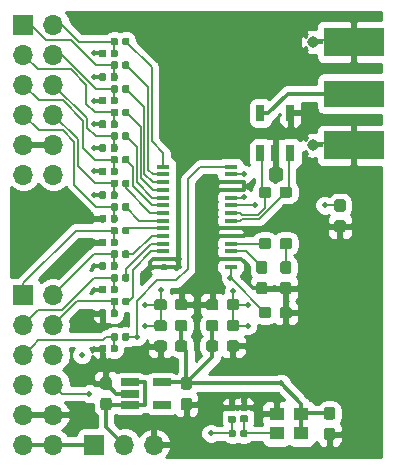
<source format=gtl>
G04 #@! TF.GenerationSoftware,KiCad,Pcbnew,(5.0.1-3-g963ef8bb5)*
G04 #@! TF.CreationDate,2018-11-21T19:49:20+01:00*
G04 #@! TF.ProjectId,DAC_ISL5857,4441435F49534C353835372E6B696361,A*
G04 #@! TF.SameCoordinates,Original*
G04 #@! TF.FileFunction,Copper,L1,Top,Signal*
G04 #@! TF.FilePolarity,Positive*
%FSLAX46Y46*%
G04 Gerber Fmt 4.6, Leading zero omitted, Abs format (unit mm)*
G04 Created by KiCad (PCBNEW (5.0.1-3-g963ef8bb5)) date Wednesday, 21 November 2018 at 19:49:20*
%MOMM*%
%LPD*%
G01*
G04 APERTURE LIST*
G04 #@! TA.AperFunction,Conductor*
%ADD10C,0.100000*%
G04 #@! TD*
G04 #@! TA.AperFunction,SMDPad,CuDef*
%ADD11C,0.590000*%
G04 #@! TD*
G04 #@! TA.AperFunction,ComponentPad*
%ADD12R,1.700000X1.700000*%
G04 #@! TD*
G04 #@! TA.AperFunction,ComponentPad*
%ADD13O,1.700000X1.700000*%
G04 #@! TD*
G04 #@! TA.AperFunction,SMDPad,CuDef*
%ADD14C,0.950000*%
G04 #@! TD*
G04 #@! TA.AperFunction,SMDPad,CuDef*
%ADD15R,1.300000X1.100000*%
G04 #@! TD*
G04 #@! TA.AperFunction,SMDPad,CuDef*
%ADD16R,5.080000X2.290000*%
G04 #@! TD*
G04 #@! TA.AperFunction,SMDPad,CuDef*
%ADD17R,5.080000X2.420000*%
G04 #@! TD*
G04 #@! TA.AperFunction,ViaPad*
%ADD18C,0.970000*%
G04 #@! TD*
G04 #@! TA.AperFunction,Conductor*
%ADD19R,0.950000X0.460000*%
G04 #@! TD*
G04 #@! TA.AperFunction,SMDPad,CuDef*
%ADD20R,1.100000X0.400000*%
G04 #@! TD*
G04 #@! TA.AperFunction,SMDPad,CuDef*
%ADD21R,1.560000X0.650000*%
G04 #@! TD*
G04 #@! TA.AperFunction,SMDPad,CuDef*
%ADD22R,0.760000X1.400000*%
G04 #@! TD*
G04 #@! TA.AperFunction,ViaPad*
%ADD23C,0.508000*%
G04 #@! TD*
G04 #@! TA.AperFunction,Conductor*
%ADD24C,0.304800*%
G04 #@! TD*
G04 #@! TA.AperFunction,Conductor*
%ADD25C,0.152400*%
G04 #@! TD*
G04 #@! TA.AperFunction,Conductor*
%ADD26C,0.254000*%
G04 #@! TD*
G04 APERTURE END LIST*
D10*
G04 #@! TO.N,SYS_MCLK*
G04 #@! TO.C,R15*
G36*
X149155958Y-118108210D02*
X149170276Y-118110334D01*
X149184317Y-118113851D01*
X149197946Y-118118728D01*
X149211031Y-118124917D01*
X149223447Y-118132358D01*
X149235073Y-118140981D01*
X149245798Y-118150702D01*
X149255519Y-118161427D01*
X149264142Y-118173053D01*
X149271583Y-118185469D01*
X149277772Y-118198554D01*
X149282649Y-118212183D01*
X149286166Y-118226224D01*
X149288290Y-118240542D01*
X149289000Y-118255000D01*
X149289000Y-118600000D01*
X149288290Y-118614458D01*
X149286166Y-118628776D01*
X149282649Y-118642817D01*
X149277772Y-118656446D01*
X149271583Y-118669531D01*
X149264142Y-118681947D01*
X149255519Y-118693573D01*
X149245798Y-118704298D01*
X149235073Y-118714019D01*
X149223447Y-118722642D01*
X149211031Y-118730083D01*
X149197946Y-118736272D01*
X149184317Y-118741149D01*
X149170276Y-118744666D01*
X149155958Y-118746790D01*
X149141500Y-118747500D01*
X148846500Y-118747500D01*
X148832042Y-118746790D01*
X148817724Y-118744666D01*
X148803683Y-118741149D01*
X148790054Y-118736272D01*
X148776969Y-118730083D01*
X148764553Y-118722642D01*
X148752927Y-118714019D01*
X148742202Y-118704298D01*
X148732481Y-118693573D01*
X148723858Y-118681947D01*
X148716417Y-118669531D01*
X148710228Y-118656446D01*
X148705351Y-118642817D01*
X148701834Y-118628776D01*
X148699710Y-118614458D01*
X148699000Y-118600000D01*
X148699000Y-118255000D01*
X148699710Y-118240542D01*
X148701834Y-118226224D01*
X148705351Y-118212183D01*
X148710228Y-118198554D01*
X148716417Y-118185469D01*
X148723858Y-118173053D01*
X148732481Y-118161427D01*
X148742202Y-118150702D01*
X148752927Y-118140981D01*
X148764553Y-118132358D01*
X148776969Y-118124917D01*
X148790054Y-118118728D01*
X148803683Y-118113851D01*
X148817724Y-118110334D01*
X148832042Y-118108210D01*
X148846500Y-118107500D01*
X149141500Y-118107500D01*
X149155958Y-118108210D01*
X149155958Y-118108210D01*
G37*
D11*
G04 #@! TD*
G04 #@! TO.P,R15,1*
G04 #@! TO.N,SYS_MCLK*
X148994000Y-118427500D03*
D10*
G04 #@! TO.N,Net-(R10-Pad2)*
G04 #@! TO.C,R15*
G36*
X150125958Y-118108210D02*
X150140276Y-118110334D01*
X150154317Y-118113851D01*
X150167946Y-118118728D01*
X150181031Y-118124917D01*
X150193447Y-118132358D01*
X150205073Y-118140981D01*
X150215798Y-118150702D01*
X150225519Y-118161427D01*
X150234142Y-118173053D01*
X150241583Y-118185469D01*
X150247772Y-118198554D01*
X150252649Y-118212183D01*
X150256166Y-118226224D01*
X150258290Y-118240542D01*
X150259000Y-118255000D01*
X150259000Y-118600000D01*
X150258290Y-118614458D01*
X150256166Y-118628776D01*
X150252649Y-118642817D01*
X150247772Y-118656446D01*
X150241583Y-118669531D01*
X150234142Y-118681947D01*
X150225519Y-118693573D01*
X150215798Y-118704298D01*
X150205073Y-118714019D01*
X150193447Y-118722642D01*
X150181031Y-118730083D01*
X150167946Y-118736272D01*
X150154317Y-118741149D01*
X150140276Y-118744666D01*
X150125958Y-118746790D01*
X150111500Y-118747500D01*
X149816500Y-118747500D01*
X149802042Y-118746790D01*
X149787724Y-118744666D01*
X149773683Y-118741149D01*
X149760054Y-118736272D01*
X149746969Y-118730083D01*
X149734553Y-118722642D01*
X149722927Y-118714019D01*
X149712202Y-118704298D01*
X149702481Y-118693573D01*
X149693858Y-118681947D01*
X149686417Y-118669531D01*
X149680228Y-118656446D01*
X149675351Y-118642817D01*
X149671834Y-118628776D01*
X149669710Y-118614458D01*
X149669000Y-118600000D01*
X149669000Y-118255000D01*
X149669710Y-118240542D01*
X149671834Y-118226224D01*
X149675351Y-118212183D01*
X149680228Y-118198554D01*
X149686417Y-118185469D01*
X149693858Y-118173053D01*
X149702481Y-118161427D01*
X149712202Y-118150702D01*
X149722927Y-118140981D01*
X149734553Y-118132358D01*
X149746969Y-118124917D01*
X149760054Y-118118728D01*
X149773683Y-118113851D01*
X149787724Y-118110334D01*
X149802042Y-118108210D01*
X149816500Y-118107500D01*
X150111500Y-118107500D01*
X150125958Y-118108210D01*
X150125958Y-118108210D01*
G37*
D11*
G04 #@! TD*
G04 #@! TO.P,R15,2*
G04 #@! TO.N,Net-(R10-Pad2)*
X149964000Y-118427500D03*
D10*
G04 #@! TO.N,GND*
G04 #@! TO.C,R29*
G36*
X149157958Y-115956710D02*
X149172276Y-115958834D01*
X149186317Y-115962351D01*
X149199946Y-115967228D01*
X149213031Y-115973417D01*
X149225447Y-115980858D01*
X149237073Y-115989481D01*
X149247798Y-115999202D01*
X149257519Y-116009927D01*
X149266142Y-116021553D01*
X149273583Y-116033969D01*
X149279772Y-116047054D01*
X149284649Y-116060683D01*
X149288166Y-116074724D01*
X149290290Y-116089042D01*
X149291000Y-116103500D01*
X149291000Y-116398500D01*
X149290290Y-116412958D01*
X149288166Y-116427276D01*
X149284649Y-116441317D01*
X149279772Y-116454946D01*
X149273583Y-116468031D01*
X149266142Y-116480447D01*
X149257519Y-116492073D01*
X149247798Y-116502798D01*
X149237073Y-116512519D01*
X149225447Y-116521142D01*
X149213031Y-116528583D01*
X149199946Y-116534772D01*
X149186317Y-116539649D01*
X149172276Y-116543166D01*
X149157958Y-116545290D01*
X149143500Y-116546000D01*
X148798500Y-116546000D01*
X148784042Y-116545290D01*
X148769724Y-116543166D01*
X148755683Y-116539649D01*
X148742054Y-116534772D01*
X148728969Y-116528583D01*
X148716553Y-116521142D01*
X148704927Y-116512519D01*
X148694202Y-116502798D01*
X148684481Y-116492073D01*
X148675858Y-116480447D01*
X148668417Y-116468031D01*
X148662228Y-116454946D01*
X148657351Y-116441317D01*
X148653834Y-116427276D01*
X148651710Y-116412958D01*
X148651000Y-116398500D01*
X148651000Y-116103500D01*
X148651710Y-116089042D01*
X148653834Y-116074724D01*
X148657351Y-116060683D01*
X148662228Y-116047054D01*
X148668417Y-116033969D01*
X148675858Y-116021553D01*
X148684481Y-116009927D01*
X148694202Y-115999202D01*
X148704927Y-115989481D01*
X148716553Y-115980858D01*
X148728969Y-115973417D01*
X148742054Y-115967228D01*
X148755683Y-115962351D01*
X148769724Y-115958834D01*
X148784042Y-115956710D01*
X148798500Y-115956000D01*
X149143500Y-115956000D01*
X149157958Y-115956710D01*
X149157958Y-115956710D01*
G37*
D11*
G04 #@! TD*
G04 #@! TO.P,R29,1*
G04 #@! TO.N,GND*
X148971000Y-116251000D03*
D10*
G04 #@! TO.N,SYS_MCLK*
G04 #@! TO.C,R29*
G36*
X149157958Y-116926710D02*
X149172276Y-116928834D01*
X149186317Y-116932351D01*
X149199946Y-116937228D01*
X149213031Y-116943417D01*
X149225447Y-116950858D01*
X149237073Y-116959481D01*
X149247798Y-116969202D01*
X149257519Y-116979927D01*
X149266142Y-116991553D01*
X149273583Y-117003969D01*
X149279772Y-117017054D01*
X149284649Y-117030683D01*
X149288166Y-117044724D01*
X149290290Y-117059042D01*
X149291000Y-117073500D01*
X149291000Y-117368500D01*
X149290290Y-117382958D01*
X149288166Y-117397276D01*
X149284649Y-117411317D01*
X149279772Y-117424946D01*
X149273583Y-117438031D01*
X149266142Y-117450447D01*
X149257519Y-117462073D01*
X149247798Y-117472798D01*
X149237073Y-117482519D01*
X149225447Y-117491142D01*
X149213031Y-117498583D01*
X149199946Y-117504772D01*
X149186317Y-117509649D01*
X149172276Y-117513166D01*
X149157958Y-117515290D01*
X149143500Y-117516000D01*
X148798500Y-117516000D01*
X148784042Y-117515290D01*
X148769724Y-117513166D01*
X148755683Y-117509649D01*
X148742054Y-117504772D01*
X148728969Y-117498583D01*
X148716553Y-117491142D01*
X148704927Y-117482519D01*
X148694202Y-117472798D01*
X148684481Y-117462073D01*
X148675858Y-117450447D01*
X148668417Y-117438031D01*
X148662228Y-117424946D01*
X148657351Y-117411317D01*
X148653834Y-117397276D01*
X148651710Y-117382958D01*
X148651000Y-117368500D01*
X148651000Y-117073500D01*
X148651710Y-117059042D01*
X148653834Y-117044724D01*
X148657351Y-117030683D01*
X148662228Y-117017054D01*
X148668417Y-117003969D01*
X148675858Y-116991553D01*
X148684481Y-116979927D01*
X148694202Y-116969202D01*
X148704927Y-116959481D01*
X148716553Y-116950858D01*
X148728969Y-116943417D01*
X148742054Y-116937228D01*
X148755683Y-116932351D01*
X148769724Y-116928834D01*
X148784042Y-116926710D01*
X148798500Y-116926000D01*
X149143500Y-116926000D01*
X149157958Y-116926710D01*
X149157958Y-116926710D01*
G37*
D11*
G04 #@! TD*
G04 #@! TO.P,R29,2*
G04 #@! TO.N,SYS_MCLK*
X148971000Y-117221000D03*
D12*
G04 #@! TO.P,J3,1*
G04 #@! TO.N,VDD*
X137287000Y-119380000D03*
D13*
G04 #@! TO.P,J3,2*
G04 #@! TO.N,+5V*
X139827000Y-119380000D03*
G04 #@! TO.P,J3,3*
G04 #@! TO.N,GND*
X142367000Y-119380000D03*
G04 #@! TD*
D10*
G04 #@! TO.N,GND*
G04 #@! TO.C,C3*
G36*
X157486779Y-117953144D02*
X157509834Y-117956563D01*
X157532443Y-117962227D01*
X157554387Y-117970079D01*
X157575457Y-117980044D01*
X157595448Y-117992026D01*
X157614168Y-118005910D01*
X157631438Y-118021562D01*
X157647090Y-118038832D01*
X157660974Y-118057552D01*
X157672956Y-118077543D01*
X157682921Y-118098613D01*
X157690773Y-118120557D01*
X157696437Y-118143166D01*
X157699856Y-118166221D01*
X157701000Y-118189500D01*
X157701000Y-118764500D01*
X157699856Y-118787779D01*
X157696437Y-118810834D01*
X157690773Y-118833443D01*
X157682921Y-118855387D01*
X157672956Y-118876457D01*
X157660974Y-118896448D01*
X157647090Y-118915168D01*
X157631438Y-118932438D01*
X157614168Y-118948090D01*
X157595448Y-118961974D01*
X157575457Y-118973956D01*
X157554387Y-118983921D01*
X157532443Y-118991773D01*
X157509834Y-118997437D01*
X157486779Y-119000856D01*
X157463500Y-119002000D01*
X156988500Y-119002000D01*
X156965221Y-119000856D01*
X156942166Y-118997437D01*
X156919557Y-118991773D01*
X156897613Y-118983921D01*
X156876543Y-118973956D01*
X156856552Y-118961974D01*
X156837832Y-118948090D01*
X156820562Y-118932438D01*
X156804910Y-118915168D01*
X156791026Y-118896448D01*
X156779044Y-118876457D01*
X156769079Y-118855387D01*
X156761227Y-118833443D01*
X156755563Y-118810834D01*
X156752144Y-118787779D01*
X156751000Y-118764500D01*
X156751000Y-118189500D01*
X156752144Y-118166221D01*
X156755563Y-118143166D01*
X156761227Y-118120557D01*
X156769079Y-118098613D01*
X156779044Y-118077543D01*
X156791026Y-118057552D01*
X156804910Y-118038832D01*
X156820562Y-118021562D01*
X156837832Y-118005910D01*
X156856552Y-117992026D01*
X156876543Y-117980044D01*
X156897613Y-117970079D01*
X156919557Y-117962227D01*
X156942166Y-117956563D01*
X156965221Y-117953144D01*
X156988500Y-117952000D01*
X157463500Y-117952000D01*
X157486779Y-117953144D01*
X157486779Y-117953144D01*
G37*
D14*
G04 #@! TD*
G04 #@! TO.P,C3,1*
G04 #@! TO.N,GND*
X157226000Y-118477000D03*
D10*
G04 #@! TO.N,+3V3*
G04 #@! TO.C,C3*
G36*
X157486779Y-116203144D02*
X157509834Y-116206563D01*
X157532443Y-116212227D01*
X157554387Y-116220079D01*
X157575457Y-116230044D01*
X157595448Y-116242026D01*
X157614168Y-116255910D01*
X157631438Y-116271562D01*
X157647090Y-116288832D01*
X157660974Y-116307552D01*
X157672956Y-116327543D01*
X157682921Y-116348613D01*
X157690773Y-116370557D01*
X157696437Y-116393166D01*
X157699856Y-116416221D01*
X157701000Y-116439500D01*
X157701000Y-117014500D01*
X157699856Y-117037779D01*
X157696437Y-117060834D01*
X157690773Y-117083443D01*
X157682921Y-117105387D01*
X157672956Y-117126457D01*
X157660974Y-117146448D01*
X157647090Y-117165168D01*
X157631438Y-117182438D01*
X157614168Y-117198090D01*
X157595448Y-117211974D01*
X157575457Y-117223956D01*
X157554387Y-117233921D01*
X157532443Y-117241773D01*
X157509834Y-117247437D01*
X157486779Y-117250856D01*
X157463500Y-117252000D01*
X156988500Y-117252000D01*
X156965221Y-117250856D01*
X156942166Y-117247437D01*
X156919557Y-117241773D01*
X156897613Y-117233921D01*
X156876543Y-117223956D01*
X156856552Y-117211974D01*
X156837832Y-117198090D01*
X156820562Y-117182438D01*
X156804910Y-117165168D01*
X156791026Y-117146448D01*
X156779044Y-117126457D01*
X156769079Y-117105387D01*
X156761227Y-117083443D01*
X156755563Y-117060834D01*
X156752144Y-117037779D01*
X156751000Y-117014500D01*
X156751000Y-116439500D01*
X156752144Y-116416221D01*
X156755563Y-116393166D01*
X156761227Y-116370557D01*
X156769079Y-116348613D01*
X156779044Y-116327543D01*
X156791026Y-116307552D01*
X156804910Y-116288832D01*
X156820562Y-116271562D01*
X156837832Y-116255910D01*
X156856552Y-116242026D01*
X156876543Y-116230044D01*
X156897613Y-116220079D01*
X156919557Y-116212227D01*
X156942166Y-116206563D01*
X156965221Y-116203144D01*
X156988500Y-116202000D01*
X157463500Y-116202000D01*
X157486779Y-116203144D01*
X157486779Y-116203144D01*
G37*
D14*
G04 #@! TD*
G04 #@! TO.P,C3,2*
G04 #@! TO.N,+3V3*
X157226000Y-116727000D03*
D15*
G04 #@! TO.P,X1,1*
G04 #@! TO.N,+3V3*
X154847000Y-116777000D03*
G04 #@! TO.P,X1,2*
G04 #@! TO.N,GND*
X152747000Y-116777000D03*
G04 #@! TO.P,X1,3*
G04 #@! TO.N,Net-(R10-Pad2)*
X152747000Y-118427000D03*
G04 #@! TO.P,X1,4*
G04 #@! TO.N,+3V3*
X154847000Y-118427000D03*
G04 #@! TD*
D10*
G04 #@! TO.N,GND*
G04 #@! TO.C,R30*
G36*
X153835779Y-107730144D02*
X153858834Y-107733563D01*
X153881443Y-107739227D01*
X153903387Y-107747079D01*
X153924457Y-107757044D01*
X153944448Y-107769026D01*
X153963168Y-107782910D01*
X153980438Y-107798562D01*
X153996090Y-107815832D01*
X154009974Y-107834552D01*
X154021956Y-107854543D01*
X154031921Y-107875613D01*
X154039773Y-107897557D01*
X154045437Y-107920166D01*
X154048856Y-107943221D01*
X154050000Y-107966500D01*
X154050000Y-108441500D01*
X154048856Y-108464779D01*
X154045437Y-108487834D01*
X154039773Y-108510443D01*
X154031921Y-108532387D01*
X154021956Y-108553457D01*
X154009974Y-108573448D01*
X153996090Y-108592168D01*
X153980438Y-108609438D01*
X153963168Y-108625090D01*
X153944448Y-108638974D01*
X153924457Y-108650956D01*
X153903387Y-108660921D01*
X153881443Y-108668773D01*
X153858834Y-108674437D01*
X153835779Y-108677856D01*
X153812500Y-108679000D01*
X153237500Y-108679000D01*
X153214221Y-108677856D01*
X153191166Y-108674437D01*
X153168557Y-108668773D01*
X153146613Y-108660921D01*
X153125543Y-108650956D01*
X153105552Y-108638974D01*
X153086832Y-108625090D01*
X153069562Y-108609438D01*
X153053910Y-108592168D01*
X153040026Y-108573448D01*
X153028044Y-108553457D01*
X153018079Y-108532387D01*
X153010227Y-108510443D01*
X153004563Y-108487834D01*
X153001144Y-108464779D01*
X153000000Y-108441500D01*
X153000000Y-107966500D01*
X153001144Y-107943221D01*
X153004563Y-107920166D01*
X153010227Y-107897557D01*
X153018079Y-107875613D01*
X153028044Y-107854543D01*
X153040026Y-107834552D01*
X153053910Y-107815832D01*
X153069562Y-107798562D01*
X153086832Y-107782910D01*
X153105552Y-107769026D01*
X153125543Y-107757044D01*
X153146613Y-107747079D01*
X153168557Y-107739227D01*
X153191166Y-107733563D01*
X153214221Y-107730144D01*
X153237500Y-107729000D01*
X153812500Y-107729000D01*
X153835779Y-107730144D01*
X153835779Y-107730144D01*
G37*
D14*
G04 #@! TD*
G04 #@! TO.P,R30,1*
G04 #@! TO.N,GND*
X153525000Y-108204000D03*
D10*
G04 #@! TO.N,/PD*
G04 #@! TO.C,R30*
G36*
X152085779Y-107730144D02*
X152108834Y-107733563D01*
X152131443Y-107739227D01*
X152153387Y-107747079D01*
X152174457Y-107757044D01*
X152194448Y-107769026D01*
X152213168Y-107782910D01*
X152230438Y-107798562D01*
X152246090Y-107815832D01*
X152259974Y-107834552D01*
X152271956Y-107854543D01*
X152281921Y-107875613D01*
X152289773Y-107897557D01*
X152295437Y-107920166D01*
X152298856Y-107943221D01*
X152300000Y-107966500D01*
X152300000Y-108441500D01*
X152298856Y-108464779D01*
X152295437Y-108487834D01*
X152289773Y-108510443D01*
X152281921Y-108532387D01*
X152271956Y-108553457D01*
X152259974Y-108573448D01*
X152246090Y-108592168D01*
X152230438Y-108609438D01*
X152213168Y-108625090D01*
X152194448Y-108638974D01*
X152174457Y-108650956D01*
X152153387Y-108660921D01*
X152131443Y-108668773D01*
X152108834Y-108674437D01*
X152085779Y-108677856D01*
X152062500Y-108679000D01*
X151487500Y-108679000D01*
X151464221Y-108677856D01*
X151441166Y-108674437D01*
X151418557Y-108668773D01*
X151396613Y-108660921D01*
X151375543Y-108650956D01*
X151355552Y-108638974D01*
X151336832Y-108625090D01*
X151319562Y-108609438D01*
X151303910Y-108592168D01*
X151290026Y-108573448D01*
X151278044Y-108553457D01*
X151268079Y-108532387D01*
X151260227Y-108510443D01*
X151254563Y-108487834D01*
X151251144Y-108464779D01*
X151250000Y-108441500D01*
X151250000Y-107966500D01*
X151251144Y-107943221D01*
X151254563Y-107920166D01*
X151260227Y-107897557D01*
X151268079Y-107875613D01*
X151278044Y-107854543D01*
X151290026Y-107834552D01*
X151303910Y-107815832D01*
X151319562Y-107798562D01*
X151336832Y-107782910D01*
X151355552Y-107769026D01*
X151375543Y-107757044D01*
X151396613Y-107747079D01*
X151418557Y-107739227D01*
X151441166Y-107733563D01*
X151464221Y-107730144D01*
X151487500Y-107729000D01*
X152062500Y-107729000D01*
X152085779Y-107730144D01*
X152085779Y-107730144D01*
G37*
D14*
G04 #@! TD*
G04 #@! TO.P,R30,2*
G04 #@! TO.N,/PD*
X151775000Y-108204000D03*
D10*
G04 #@! TO.N,/D11*
G04 #@! TO.C,R16*
G36*
X139176958Y-84930710D02*
X139191276Y-84932834D01*
X139205317Y-84936351D01*
X139218946Y-84941228D01*
X139232031Y-84947417D01*
X139244447Y-84954858D01*
X139256073Y-84963481D01*
X139266798Y-84973202D01*
X139276519Y-84983927D01*
X139285142Y-84995553D01*
X139292583Y-85007969D01*
X139298772Y-85021054D01*
X139303649Y-85034683D01*
X139307166Y-85048724D01*
X139309290Y-85063042D01*
X139310000Y-85077500D01*
X139310000Y-85422500D01*
X139309290Y-85436958D01*
X139307166Y-85451276D01*
X139303649Y-85465317D01*
X139298772Y-85478946D01*
X139292583Y-85492031D01*
X139285142Y-85504447D01*
X139276519Y-85516073D01*
X139266798Y-85526798D01*
X139256073Y-85536519D01*
X139244447Y-85545142D01*
X139232031Y-85552583D01*
X139218946Y-85558772D01*
X139205317Y-85563649D01*
X139191276Y-85567166D01*
X139176958Y-85569290D01*
X139162500Y-85570000D01*
X138867500Y-85570000D01*
X138853042Y-85569290D01*
X138838724Y-85567166D01*
X138824683Y-85563649D01*
X138811054Y-85558772D01*
X138797969Y-85552583D01*
X138785553Y-85545142D01*
X138773927Y-85536519D01*
X138763202Y-85526798D01*
X138753481Y-85516073D01*
X138744858Y-85504447D01*
X138737417Y-85492031D01*
X138731228Y-85478946D01*
X138726351Y-85465317D01*
X138722834Y-85451276D01*
X138720710Y-85436958D01*
X138720000Y-85422500D01*
X138720000Y-85077500D01*
X138720710Y-85063042D01*
X138722834Y-85048724D01*
X138726351Y-85034683D01*
X138731228Y-85021054D01*
X138737417Y-85007969D01*
X138744858Y-84995553D01*
X138753481Y-84983927D01*
X138763202Y-84973202D01*
X138773927Y-84963481D01*
X138785553Y-84954858D01*
X138797969Y-84947417D01*
X138811054Y-84941228D01*
X138824683Y-84936351D01*
X138838724Y-84932834D01*
X138853042Y-84930710D01*
X138867500Y-84930000D01*
X139162500Y-84930000D01*
X139176958Y-84930710D01*
X139176958Y-84930710D01*
G37*
D11*
G04 #@! TD*
G04 #@! TO.P,R16,2*
G04 #@! TO.N,/D11*
X139015000Y-85250000D03*
D10*
G04 #@! TO.N,Net-(R16-Pad1)*
G04 #@! TO.C,R16*
G36*
X140146958Y-84930710D02*
X140161276Y-84932834D01*
X140175317Y-84936351D01*
X140188946Y-84941228D01*
X140202031Y-84947417D01*
X140214447Y-84954858D01*
X140226073Y-84963481D01*
X140236798Y-84973202D01*
X140246519Y-84983927D01*
X140255142Y-84995553D01*
X140262583Y-85007969D01*
X140268772Y-85021054D01*
X140273649Y-85034683D01*
X140277166Y-85048724D01*
X140279290Y-85063042D01*
X140280000Y-85077500D01*
X140280000Y-85422500D01*
X140279290Y-85436958D01*
X140277166Y-85451276D01*
X140273649Y-85465317D01*
X140268772Y-85478946D01*
X140262583Y-85492031D01*
X140255142Y-85504447D01*
X140246519Y-85516073D01*
X140236798Y-85526798D01*
X140226073Y-85536519D01*
X140214447Y-85545142D01*
X140202031Y-85552583D01*
X140188946Y-85558772D01*
X140175317Y-85563649D01*
X140161276Y-85567166D01*
X140146958Y-85569290D01*
X140132500Y-85570000D01*
X139837500Y-85570000D01*
X139823042Y-85569290D01*
X139808724Y-85567166D01*
X139794683Y-85563649D01*
X139781054Y-85558772D01*
X139767969Y-85552583D01*
X139755553Y-85545142D01*
X139743927Y-85536519D01*
X139733202Y-85526798D01*
X139723481Y-85516073D01*
X139714858Y-85504447D01*
X139707417Y-85492031D01*
X139701228Y-85478946D01*
X139696351Y-85465317D01*
X139692834Y-85451276D01*
X139690710Y-85436958D01*
X139690000Y-85422500D01*
X139690000Y-85077500D01*
X139690710Y-85063042D01*
X139692834Y-85048724D01*
X139696351Y-85034683D01*
X139701228Y-85021054D01*
X139707417Y-85007969D01*
X139714858Y-84995553D01*
X139723481Y-84983927D01*
X139733202Y-84973202D01*
X139743927Y-84963481D01*
X139755553Y-84954858D01*
X139767969Y-84947417D01*
X139781054Y-84941228D01*
X139794683Y-84936351D01*
X139808724Y-84932834D01*
X139823042Y-84930710D01*
X139837500Y-84930000D01*
X140132500Y-84930000D01*
X140146958Y-84930710D01*
X140146958Y-84930710D01*
G37*
D11*
G04 #@! TD*
G04 #@! TO.P,R16,1*
G04 #@! TO.N,Net-(R16-Pad1)*
X139985000Y-85250000D03*
D10*
G04 #@! TO.N,GND*
G04 #@! TO.C,R14*
G36*
X138176958Y-107930710D02*
X138191276Y-107932834D01*
X138205317Y-107936351D01*
X138218946Y-107941228D01*
X138232031Y-107947417D01*
X138244447Y-107954858D01*
X138256073Y-107963481D01*
X138266798Y-107973202D01*
X138276519Y-107983927D01*
X138285142Y-107995553D01*
X138292583Y-108007969D01*
X138298772Y-108021054D01*
X138303649Y-108034683D01*
X138307166Y-108048724D01*
X138309290Y-108063042D01*
X138310000Y-108077500D01*
X138310000Y-108422500D01*
X138309290Y-108436958D01*
X138307166Y-108451276D01*
X138303649Y-108465317D01*
X138298772Y-108478946D01*
X138292583Y-108492031D01*
X138285142Y-108504447D01*
X138276519Y-108516073D01*
X138266798Y-108526798D01*
X138256073Y-108536519D01*
X138244447Y-108545142D01*
X138232031Y-108552583D01*
X138218946Y-108558772D01*
X138205317Y-108563649D01*
X138191276Y-108567166D01*
X138176958Y-108569290D01*
X138162500Y-108570000D01*
X137867500Y-108570000D01*
X137853042Y-108569290D01*
X137838724Y-108567166D01*
X137824683Y-108563649D01*
X137811054Y-108558772D01*
X137797969Y-108552583D01*
X137785553Y-108545142D01*
X137773927Y-108536519D01*
X137763202Y-108526798D01*
X137753481Y-108516073D01*
X137744858Y-108504447D01*
X137737417Y-108492031D01*
X137731228Y-108478946D01*
X137726351Y-108465317D01*
X137722834Y-108451276D01*
X137720710Y-108436958D01*
X137720000Y-108422500D01*
X137720000Y-108077500D01*
X137720710Y-108063042D01*
X137722834Y-108048724D01*
X137726351Y-108034683D01*
X137731228Y-108021054D01*
X137737417Y-108007969D01*
X137744858Y-107995553D01*
X137753481Y-107983927D01*
X137763202Y-107973202D01*
X137773927Y-107963481D01*
X137785553Y-107954858D01*
X137797969Y-107947417D01*
X137811054Y-107941228D01*
X137824683Y-107936351D01*
X137838724Y-107932834D01*
X137853042Y-107930710D01*
X137867500Y-107930000D01*
X138162500Y-107930000D01*
X138176958Y-107930710D01*
X138176958Y-107930710D01*
G37*
D11*
G04 #@! TD*
G04 #@! TO.P,R14,1*
G04 #@! TO.N,GND*
X138015000Y-108250000D03*
D10*
G04 #@! TO.N,/D0*
G04 #@! TO.C,R14*
G36*
X139146958Y-107930710D02*
X139161276Y-107932834D01*
X139175317Y-107936351D01*
X139188946Y-107941228D01*
X139202031Y-107947417D01*
X139214447Y-107954858D01*
X139226073Y-107963481D01*
X139236798Y-107973202D01*
X139246519Y-107983927D01*
X139255142Y-107995553D01*
X139262583Y-108007969D01*
X139268772Y-108021054D01*
X139273649Y-108034683D01*
X139277166Y-108048724D01*
X139279290Y-108063042D01*
X139280000Y-108077500D01*
X139280000Y-108422500D01*
X139279290Y-108436958D01*
X139277166Y-108451276D01*
X139273649Y-108465317D01*
X139268772Y-108478946D01*
X139262583Y-108492031D01*
X139255142Y-108504447D01*
X139246519Y-108516073D01*
X139236798Y-108526798D01*
X139226073Y-108536519D01*
X139214447Y-108545142D01*
X139202031Y-108552583D01*
X139188946Y-108558772D01*
X139175317Y-108563649D01*
X139161276Y-108567166D01*
X139146958Y-108569290D01*
X139132500Y-108570000D01*
X138837500Y-108570000D01*
X138823042Y-108569290D01*
X138808724Y-108567166D01*
X138794683Y-108563649D01*
X138781054Y-108558772D01*
X138767969Y-108552583D01*
X138755553Y-108545142D01*
X138743927Y-108536519D01*
X138733202Y-108526798D01*
X138723481Y-108516073D01*
X138714858Y-108504447D01*
X138707417Y-108492031D01*
X138701228Y-108478946D01*
X138696351Y-108465317D01*
X138692834Y-108451276D01*
X138690710Y-108436958D01*
X138690000Y-108422500D01*
X138690000Y-108077500D01*
X138690710Y-108063042D01*
X138692834Y-108048724D01*
X138696351Y-108034683D01*
X138701228Y-108021054D01*
X138707417Y-108007969D01*
X138714858Y-107995553D01*
X138723481Y-107983927D01*
X138733202Y-107973202D01*
X138743927Y-107963481D01*
X138755553Y-107954858D01*
X138767969Y-107947417D01*
X138781054Y-107941228D01*
X138794683Y-107936351D01*
X138808724Y-107932834D01*
X138823042Y-107930710D01*
X138837500Y-107930000D01*
X139132500Y-107930000D01*
X139146958Y-107930710D01*
X139146958Y-107930710D01*
G37*
D11*
G04 #@! TD*
G04 #@! TO.P,R14,2*
G04 #@! TO.N,/D0*
X138985000Y-108250000D03*
D10*
G04 #@! TO.N,GND*
G04 #@! TO.C,R13*
G36*
X138176958Y-95930710D02*
X138191276Y-95932834D01*
X138205317Y-95936351D01*
X138218946Y-95941228D01*
X138232031Y-95947417D01*
X138244447Y-95954858D01*
X138256073Y-95963481D01*
X138266798Y-95973202D01*
X138276519Y-95983927D01*
X138285142Y-95995553D01*
X138292583Y-96007969D01*
X138298772Y-96021054D01*
X138303649Y-96034683D01*
X138307166Y-96048724D01*
X138309290Y-96063042D01*
X138310000Y-96077500D01*
X138310000Y-96422500D01*
X138309290Y-96436958D01*
X138307166Y-96451276D01*
X138303649Y-96465317D01*
X138298772Y-96478946D01*
X138292583Y-96492031D01*
X138285142Y-96504447D01*
X138276519Y-96516073D01*
X138266798Y-96526798D01*
X138256073Y-96536519D01*
X138244447Y-96545142D01*
X138232031Y-96552583D01*
X138218946Y-96558772D01*
X138205317Y-96563649D01*
X138191276Y-96567166D01*
X138176958Y-96569290D01*
X138162500Y-96570000D01*
X137867500Y-96570000D01*
X137853042Y-96569290D01*
X137838724Y-96567166D01*
X137824683Y-96563649D01*
X137811054Y-96558772D01*
X137797969Y-96552583D01*
X137785553Y-96545142D01*
X137773927Y-96536519D01*
X137763202Y-96526798D01*
X137753481Y-96516073D01*
X137744858Y-96504447D01*
X137737417Y-96492031D01*
X137731228Y-96478946D01*
X137726351Y-96465317D01*
X137722834Y-96451276D01*
X137720710Y-96436958D01*
X137720000Y-96422500D01*
X137720000Y-96077500D01*
X137720710Y-96063042D01*
X137722834Y-96048724D01*
X137726351Y-96034683D01*
X137731228Y-96021054D01*
X137737417Y-96007969D01*
X137744858Y-95995553D01*
X137753481Y-95983927D01*
X137763202Y-95973202D01*
X137773927Y-95963481D01*
X137785553Y-95954858D01*
X137797969Y-95947417D01*
X137811054Y-95941228D01*
X137824683Y-95936351D01*
X137838724Y-95932834D01*
X137853042Y-95930710D01*
X137867500Y-95930000D01*
X138162500Y-95930000D01*
X138176958Y-95930710D01*
X138176958Y-95930710D01*
G37*
D11*
G04 #@! TD*
G04 #@! TO.P,R13,2*
G04 #@! TO.N,GND*
X138015000Y-96250000D03*
D10*
G04 #@! TO.N,/D6*
G04 #@! TO.C,R13*
G36*
X139146958Y-95930710D02*
X139161276Y-95932834D01*
X139175317Y-95936351D01*
X139188946Y-95941228D01*
X139202031Y-95947417D01*
X139214447Y-95954858D01*
X139226073Y-95963481D01*
X139236798Y-95973202D01*
X139246519Y-95983927D01*
X139255142Y-95995553D01*
X139262583Y-96007969D01*
X139268772Y-96021054D01*
X139273649Y-96034683D01*
X139277166Y-96048724D01*
X139279290Y-96063042D01*
X139280000Y-96077500D01*
X139280000Y-96422500D01*
X139279290Y-96436958D01*
X139277166Y-96451276D01*
X139273649Y-96465317D01*
X139268772Y-96478946D01*
X139262583Y-96492031D01*
X139255142Y-96504447D01*
X139246519Y-96516073D01*
X139236798Y-96526798D01*
X139226073Y-96536519D01*
X139214447Y-96545142D01*
X139202031Y-96552583D01*
X139188946Y-96558772D01*
X139175317Y-96563649D01*
X139161276Y-96567166D01*
X139146958Y-96569290D01*
X139132500Y-96570000D01*
X138837500Y-96570000D01*
X138823042Y-96569290D01*
X138808724Y-96567166D01*
X138794683Y-96563649D01*
X138781054Y-96558772D01*
X138767969Y-96552583D01*
X138755553Y-96545142D01*
X138743927Y-96536519D01*
X138733202Y-96526798D01*
X138723481Y-96516073D01*
X138714858Y-96504447D01*
X138707417Y-96492031D01*
X138701228Y-96478946D01*
X138696351Y-96465317D01*
X138692834Y-96451276D01*
X138690710Y-96436958D01*
X138690000Y-96422500D01*
X138690000Y-96077500D01*
X138690710Y-96063042D01*
X138692834Y-96048724D01*
X138696351Y-96034683D01*
X138701228Y-96021054D01*
X138707417Y-96007969D01*
X138714858Y-95995553D01*
X138723481Y-95983927D01*
X138733202Y-95973202D01*
X138743927Y-95963481D01*
X138755553Y-95954858D01*
X138767969Y-95947417D01*
X138781054Y-95941228D01*
X138794683Y-95936351D01*
X138808724Y-95932834D01*
X138823042Y-95930710D01*
X138837500Y-95930000D01*
X139132500Y-95930000D01*
X139146958Y-95930710D01*
X139146958Y-95930710D01*
G37*
D11*
G04 #@! TD*
G04 #@! TO.P,R13,1*
G04 #@! TO.N,/D6*
X138985000Y-96250000D03*
D10*
G04 #@! TO.N,GND*
G04 #@! TO.C,R12*
G36*
X138176958Y-105930710D02*
X138191276Y-105932834D01*
X138205317Y-105936351D01*
X138218946Y-105941228D01*
X138232031Y-105947417D01*
X138244447Y-105954858D01*
X138256073Y-105963481D01*
X138266798Y-105973202D01*
X138276519Y-105983927D01*
X138285142Y-105995553D01*
X138292583Y-106007969D01*
X138298772Y-106021054D01*
X138303649Y-106034683D01*
X138307166Y-106048724D01*
X138309290Y-106063042D01*
X138310000Y-106077500D01*
X138310000Y-106422500D01*
X138309290Y-106436958D01*
X138307166Y-106451276D01*
X138303649Y-106465317D01*
X138298772Y-106478946D01*
X138292583Y-106492031D01*
X138285142Y-106504447D01*
X138276519Y-106516073D01*
X138266798Y-106526798D01*
X138256073Y-106536519D01*
X138244447Y-106545142D01*
X138232031Y-106552583D01*
X138218946Y-106558772D01*
X138205317Y-106563649D01*
X138191276Y-106567166D01*
X138176958Y-106569290D01*
X138162500Y-106570000D01*
X137867500Y-106570000D01*
X137853042Y-106569290D01*
X137838724Y-106567166D01*
X137824683Y-106563649D01*
X137811054Y-106558772D01*
X137797969Y-106552583D01*
X137785553Y-106545142D01*
X137773927Y-106536519D01*
X137763202Y-106526798D01*
X137753481Y-106516073D01*
X137744858Y-106504447D01*
X137737417Y-106492031D01*
X137731228Y-106478946D01*
X137726351Y-106465317D01*
X137722834Y-106451276D01*
X137720710Y-106436958D01*
X137720000Y-106422500D01*
X137720000Y-106077500D01*
X137720710Y-106063042D01*
X137722834Y-106048724D01*
X137726351Y-106034683D01*
X137731228Y-106021054D01*
X137737417Y-106007969D01*
X137744858Y-105995553D01*
X137753481Y-105983927D01*
X137763202Y-105973202D01*
X137773927Y-105963481D01*
X137785553Y-105954858D01*
X137797969Y-105947417D01*
X137811054Y-105941228D01*
X137824683Y-105936351D01*
X137838724Y-105932834D01*
X137853042Y-105930710D01*
X137867500Y-105930000D01*
X138162500Y-105930000D01*
X138176958Y-105930710D01*
X138176958Y-105930710D01*
G37*
D11*
G04 #@! TD*
G04 #@! TO.P,R12,1*
G04 #@! TO.N,GND*
X138015000Y-106250000D03*
D10*
G04 #@! TO.N,/D1*
G04 #@! TO.C,R12*
G36*
X139146958Y-105930710D02*
X139161276Y-105932834D01*
X139175317Y-105936351D01*
X139188946Y-105941228D01*
X139202031Y-105947417D01*
X139214447Y-105954858D01*
X139226073Y-105963481D01*
X139236798Y-105973202D01*
X139246519Y-105983927D01*
X139255142Y-105995553D01*
X139262583Y-106007969D01*
X139268772Y-106021054D01*
X139273649Y-106034683D01*
X139277166Y-106048724D01*
X139279290Y-106063042D01*
X139280000Y-106077500D01*
X139280000Y-106422500D01*
X139279290Y-106436958D01*
X139277166Y-106451276D01*
X139273649Y-106465317D01*
X139268772Y-106478946D01*
X139262583Y-106492031D01*
X139255142Y-106504447D01*
X139246519Y-106516073D01*
X139236798Y-106526798D01*
X139226073Y-106536519D01*
X139214447Y-106545142D01*
X139202031Y-106552583D01*
X139188946Y-106558772D01*
X139175317Y-106563649D01*
X139161276Y-106567166D01*
X139146958Y-106569290D01*
X139132500Y-106570000D01*
X138837500Y-106570000D01*
X138823042Y-106569290D01*
X138808724Y-106567166D01*
X138794683Y-106563649D01*
X138781054Y-106558772D01*
X138767969Y-106552583D01*
X138755553Y-106545142D01*
X138743927Y-106536519D01*
X138733202Y-106526798D01*
X138723481Y-106516073D01*
X138714858Y-106504447D01*
X138707417Y-106492031D01*
X138701228Y-106478946D01*
X138696351Y-106465317D01*
X138692834Y-106451276D01*
X138690710Y-106436958D01*
X138690000Y-106422500D01*
X138690000Y-106077500D01*
X138690710Y-106063042D01*
X138692834Y-106048724D01*
X138696351Y-106034683D01*
X138701228Y-106021054D01*
X138707417Y-106007969D01*
X138714858Y-105995553D01*
X138723481Y-105983927D01*
X138733202Y-105973202D01*
X138743927Y-105963481D01*
X138755553Y-105954858D01*
X138767969Y-105947417D01*
X138781054Y-105941228D01*
X138794683Y-105936351D01*
X138808724Y-105932834D01*
X138823042Y-105930710D01*
X138837500Y-105930000D01*
X139132500Y-105930000D01*
X139146958Y-105930710D01*
X139146958Y-105930710D01*
G37*
D11*
G04 #@! TD*
G04 #@! TO.P,R12,2*
G04 #@! TO.N,/D1*
X138985000Y-106250000D03*
D10*
G04 #@! TO.N,GND*
G04 #@! TO.C,R11*
G36*
X138176958Y-93930710D02*
X138191276Y-93932834D01*
X138205317Y-93936351D01*
X138218946Y-93941228D01*
X138232031Y-93947417D01*
X138244447Y-93954858D01*
X138256073Y-93963481D01*
X138266798Y-93973202D01*
X138276519Y-93983927D01*
X138285142Y-93995553D01*
X138292583Y-94007969D01*
X138298772Y-94021054D01*
X138303649Y-94034683D01*
X138307166Y-94048724D01*
X138309290Y-94063042D01*
X138310000Y-94077500D01*
X138310000Y-94422500D01*
X138309290Y-94436958D01*
X138307166Y-94451276D01*
X138303649Y-94465317D01*
X138298772Y-94478946D01*
X138292583Y-94492031D01*
X138285142Y-94504447D01*
X138276519Y-94516073D01*
X138266798Y-94526798D01*
X138256073Y-94536519D01*
X138244447Y-94545142D01*
X138232031Y-94552583D01*
X138218946Y-94558772D01*
X138205317Y-94563649D01*
X138191276Y-94567166D01*
X138176958Y-94569290D01*
X138162500Y-94570000D01*
X137867500Y-94570000D01*
X137853042Y-94569290D01*
X137838724Y-94567166D01*
X137824683Y-94563649D01*
X137811054Y-94558772D01*
X137797969Y-94552583D01*
X137785553Y-94545142D01*
X137773927Y-94536519D01*
X137763202Y-94526798D01*
X137753481Y-94516073D01*
X137744858Y-94504447D01*
X137737417Y-94492031D01*
X137731228Y-94478946D01*
X137726351Y-94465317D01*
X137722834Y-94451276D01*
X137720710Y-94436958D01*
X137720000Y-94422500D01*
X137720000Y-94077500D01*
X137720710Y-94063042D01*
X137722834Y-94048724D01*
X137726351Y-94034683D01*
X137731228Y-94021054D01*
X137737417Y-94007969D01*
X137744858Y-93995553D01*
X137753481Y-93983927D01*
X137763202Y-93973202D01*
X137773927Y-93963481D01*
X137785553Y-93954858D01*
X137797969Y-93947417D01*
X137811054Y-93941228D01*
X137824683Y-93936351D01*
X137838724Y-93932834D01*
X137853042Y-93930710D01*
X137867500Y-93930000D01*
X138162500Y-93930000D01*
X138176958Y-93930710D01*
X138176958Y-93930710D01*
G37*
D11*
G04 #@! TD*
G04 #@! TO.P,R11,2*
G04 #@! TO.N,GND*
X138015000Y-94250000D03*
D10*
G04 #@! TO.N,/D7*
G04 #@! TO.C,R11*
G36*
X139146958Y-93930710D02*
X139161276Y-93932834D01*
X139175317Y-93936351D01*
X139188946Y-93941228D01*
X139202031Y-93947417D01*
X139214447Y-93954858D01*
X139226073Y-93963481D01*
X139236798Y-93973202D01*
X139246519Y-93983927D01*
X139255142Y-93995553D01*
X139262583Y-94007969D01*
X139268772Y-94021054D01*
X139273649Y-94034683D01*
X139277166Y-94048724D01*
X139279290Y-94063042D01*
X139280000Y-94077500D01*
X139280000Y-94422500D01*
X139279290Y-94436958D01*
X139277166Y-94451276D01*
X139273649Y-94465317D01*
X139268772Y-94478946D01*
X139262583Y-94492031D01*
X139255142Y-94504447D01*
X139246519Y-94516073D01*
X139236798Y-94526798D01*
X139226073Y-94536519D01*
X139214447Y-94545142D01*
X139202031Y-94552583D01*
X139188946Y-94558772D01*
X139175317Y-94563649D01*
X139161276Y-94567166D01*
X139146958Y-94569290D01*
X139132500Y-94570000D01*
X138837500Y-94570000D01*
X138823042Y-94569290D01*
X138808724Y-94567166D01*
X138794683Y-94563649D01*
X138781054Y-94558772D01*
X138767969Y-94552583D01*
X138755553Y-94545142D01*
X138743927Y-94536519D01*
X138733202Y-94526798D01*
X138723481Y-94516073D01*
X138714858Y-94504447D01*
X138707417Y-94492031D01*
X138701228Y-94478946D01*
X138696351Y-94465317D01*
X138692834Y-94451276D01*
X138690710Y-94436958D01*
X138690000Y-94422500D01*
X138690000Y-94077500D01*
X138690710Y-94063042D01*
X138692834Y-94048724D01*
X138696351Y-94034683D01*
X138701228Y-94021054D01*
X138707417Y-94007969D01*
X138714858Y-93995553D01*
X138723481Y-93983927D01*
X138733202Y-93973202D01*
X138743927Y-93963481D01*
X138755553Y-93954858D01*
X138767969Y-93947417D01*
X138781054Y-93941228D01*
X138794683Y-93936351D01*
X138808724Y-93932834D01*
X138823042Y-93930710D01*
X138837500Y-93930000D01*
X139132500Y-93930000D01*
X139146958Y-93930710D01*
X139146958Y-93930710D01*
G37*
D11*
G04 #@! TD*
G04 #@! TO.P,R11,1*
G04 #@! TO.N,/D7*
X138985000Y-94250000D03*
D10*
G04 #@! TO.N,GND*
G04 #@! TO.C,R9*
G36*
X138176958Y-103930710D02*
X138191276Y-103932834D01*
X138205317Y-103936351D01*
X138218946Y-103941228D01*
X138232031Y-103947417D01*
X138244447Y-103954858D01*
X138256073Y-103963481D01*
X138266798Y-103973202D01*
X138276519Y-103983927D01*
X138285142Y-103995553D01*
X138292583Y-104007969D01*
X138298772Y-104021054D01*
X138303649Y-104034683D01*
X138307166Y-104048724D01*
X138309290Y-104063042D01*
X138310000Y-104077500D01*
X138310000Y-104422500D01*
X138309290Y-104436958D01*
X138307166Y-104451276D01*
X138303649Y-104465317D01*
X138298772Y-104478946D01*
X138292583Y-104492031D01*
X138285142Y-104504447D01*
X138276519Y-104516073D01*
X138266798Y-104526798D01*
X138256073Y-104536519D01*
X138244447Y-104545142D01*
X138232031Y-104552583D01*
X138218946Y-104558772D01*
X138205317Y-104563649D01*
X138191276Y-104567166D01*
X138176958Y-104569290D01*
X138162500Y-104570000D01*
X137867500Y-104570000D01*
X137853042Y-104569290D01*
X137838724Y-104567166D01*
X137824683Y-104563649D01*
X137811054Y-104558772D01*
X137797969Y-104552583D01*
X137785553Y-104545142D01*
X137773927Y-104536519D01*
X137763202Y-104526798D01*
X137753481Y-104516073D01*
X137744858Y-104504447D01*
X137737417Y-104492031D01*
X137731228Y-104478946D01*
X137726351Y-104465317D01*
X137722834Y-104451276D01*
X137720710Y-104436958D01*
X137720000Y-104422500D01*
X137720000Y-104077500D01*
X137720710Y-104063042D01*
X137722834Y-104048724D01*
X137726351Y-104034683D01*
X137731228Y-104021054D01*
X137737417Y-104007969D01*
X137744858Y-103995553D01*
X137753481Y-103983927D01*
X137763202Y-103973202D01*
X137773927Y-103963481D01*
X137785553Y-103954858D01*
X137797969Y-103947417D01*
X137811054Y-103941228D01*
X137824683Y-103936351D01*
X137838724Y-103932834D01*
X137853042Y-103930710D01*
X137867500Y-103930000D01*
X138162500Y-103930000D01*
X138176958Y-103930710D01*
X138176958Y-103930710D01*
G37*
D11*
G04 #@! TD*
G04 #@! TO.P,R9,1*
G04 #@! TO.N,GND*
X138015000Y-104250000D03*
D10*
G04 #@! TO.N,/D2*
G04 #@! TO.C,R9*
G36*
X139146958Y-103930710D02*
X139161276Y-103932834D01*
X139175317Y-103936351D01*
X139188946Y-103941228D01*
X139202031Y-103947417D01*
X139214447Y-103954858D01*
X139226073Y-103963481D01*
X139236798Y-103973202D01*
X139246519Y-103983927D01*
X139255142Y-103995553D01*
X139262583Y-104007969D01*
X139268772Y-104021054D01*
X139273649Y-104034683D01*
X139277166Y-104048724D01*
X139279290Y-104063042D01*
X139280000Y-104077500D01*
X139280000Y-104422500D01*
X139279290Y-104436958D01*
X139277166Y-104451276D01*
X139273649Y-104465317D01*
X139268772Y-104478946D01*
X139262583Y-104492031D01*
X139255142Y-104504447D01*
X139246519Y-104516073D01*
X139236798Y-104526798D01*
X139226073Y-104536519D01*
X139214447Y-104545142D01*
X139202031Y-104552583D01*
X139188946Y-104558772D01*
X139175317Y-104563649D01*
X139161276Y-104567166D01*
X139146958Y-104569290D01*
X139132500Y-104570000D01*
X138837500Y-104570000D01*
X138823042Y-104569290D01*
X138808724Y-104567166D01*
X138794683Y-104563649D01*
X138781054Y-104558772D01*
X138767969Y-104552583D01*
X138755553Y-104545142D01*
X138743927Y-104536519D01*
X138733202Y-104526798D01*
X138723481Y-104516073D01*
X138714858Y-104504447D01*
X138707417Y-104492031D01*
X138701228Y-104478946D01*
X138696351Y-104465317D01*
X138692834Y-104451276D01*
X138690710Y-104436958D01*
X138690000Y-104422500D01*
X138690000Y-104077500D01*
X138690710Y-104063042D01*
X138692834Y-104048724D01*
X138696351Y-104034683D01*
X138701228Y-104021054D01*
X138707417Y-104007969D01*
X138714858Y-103995553D01*
X138723481Y-103983927D01*
X138733202Y-103973202D01*
X138743927Y-103963481D01*
X138755553Y-103954858D01*
X138767969Y-103947417D01*
X138781054Y-103941228D01*
X138794683Y-103936351D01*
X138808724Y-103932834D01*
X138823042Y-103930710D01*
X138837500Y-103930000D01*
X139132500Y-103930000D01*
X139146958Y-103930710D01*
X139146958Y-103930710D01*
G37*
D11*
G04 #@! TD*
G04 #@! TO.P,R9,2*
G04 #@! TO.N,/D2*
X138985000Y-104250000D03*
D10*
G04 #@! TO.N,/D3*
G04 #@! TO.C,R24*
G36*
X139176958Y-100930710D02*
X139191276Y-100932834D01*
X139205317Y-100936351D01*
X139218946Y-100941228D01*
X139232031Y-100947417D01*
X139244447Y-100954858D01*
X139256073Y-100963481D01*
X139266798Y-100973202D01*
X139276519Y-100983927D01*
X139285142Y-100995553D01*
X139292583Y-101007969D01*
X139298772Y-101021054D01*
X139303649Y-101034683D01*
X139307166Y-101048724D01*
X139309290Y-101063042D01*
X139310000Y-101077500D01*
X139310000Y-101422500D01*
X139309290Y-101436958D01*
X139307166Y-101451276D01*
X139303649Y-101465317D01*
X139298772Y-101478946D01*
X139292583Y-101492031D01*
X139285142Y-101504447D01*
X139276519Y-101516073D01*
X139266798Y-101526798D01*
X139256073Y-101536519D01*
X139244447Y-101545142D01*
X139232031Y-101552583D01*
X139218946Y-101558772D01*
X139205317Y-101563649D01*
X139191276Y-101567166D01*
X139176958Y-101569290D01*
X139162500Y-101570000D01*
X138867500Y-101570000D01*
X138853042Y-101569290D01*
X138838724Y-101567166D01*
X138824683Y-101563649D01*
X138811054Y-101558772D01*
X138797969Y-101552583D01*
X138785553Y-101545142D01*
X138773927Y-101536519D01*
X138763202Y-101526798D01*
X138753481Y-101516073D01*
X138744858Y-101504447D01*
X138737417Y-101492031D01*
X138731228Y-101478946D01*
X138726351Y-101465317D01*
X138722834Y-101451276D01*
X138720710Y-101436958D01*
X138720000Y-101422500D01*
X138720000Y-101077500D01*
X138720710Y-101063042D01*
X138722834Y-101048724D01*
X138726351Y-101034683D01*
X138731228Y-101021054D01*
X138737417Y-101007969D01*
X138744858Y-100995553D01*
X138753481Y-100983927D01*
X138763202Y-100973202D01*
X138773927Y-100963481D01*
X138785553Y-100954858D01*
X138797969Y-100947417D01*
X138811054Y-100941228D01*
X138824683Y-100936351D01*
X138838724Y-100932834D01*
X138853042Y-100930710D01*
X138867500Y-100930000D01*
X139162500Y-100930000D01*
X139176958Y-100930710D01*
X139176958Y-100930710D01*
G37*
D11*
G04 #@! TD*
G04 #@! TO.P,R24,2*
G04 #@! TO.N,/D3*
X139015000Y-101250000D03*
D10*
G04 #@! TO.N,Net-(R24-Pad1)*
G04 #@! TO.C,R24*
G36*
X140146958Y-100930710D02*
X140161276Y-100932834D01*
X140175317Y-100936351D01*
X140188946Y-100941228D01*
X140202031Y-100947417D01*
X140214447Y-100954858D01*
X140226073Y-100963481D01*
X140236798Y-100973202D01*
X140246519Y-100983927D01*
X140255142Y-100995553D01*
X140262583Y-101007969D01*
X140268772Y-101021054D01*
X140273649Y-101034683D01*
X140277166Y-101048724D01*
X140279290Y-101063042D01*
X140280000Y-101077500D01*
X140280000Y-101422500D01*
X140279290Y-101436958D01*
X140277166Y-101451276D01*
X140273649Y-101465317D01*
X140268772Y-101478946D01*
X140262583Y-101492031D01*
X140255142Y-101504447D01*
X140246519Y-101516073D01*
X140236798Y-101526798D01*
X140226073Y-101536519D01*
X140214447Y-101545142D01*
X140202031Y-101552583D01*
X140188946Y-101558772D01*
X140175317Y-101563649D01*
X140161276Y-101567166D01*
X140146958Y-101569290D01*
X140132500Y-101570000D01*
X139837500Y-101570000D01*
X139823042Y-101569290D01*
X139808724Y-101567166D01*
X139794683Y-101563649D01*
X139781054Y-101558772D01*
X139767969Y-101552583D01*
X139755553Y-101545142D01*
X139743927Y-101536519D01*
X139733202Y-101526798D01*
X139723481Y-101516073D01*
X139714858Y-101504447D01*
X139707417Y-101492031D01*
X139701228Y-101478946D01*
X139696351Y-101465317D01*
X139692834Y-101451276D01*
X139690710Y-101436958D01*
X139690000Y-101422500D01*
X139690000Y-101077500D01*
X139690710Y-101063042D01*
X139692834Y-101048724D01*
X139696351Y-101034683D01*
X139701228Y-101021054D01*
X139707417Y-101007969D01*
X139714858Y-100995553D01*
X139723481Y-100983927D01*
X139733202Y-100973202D01*
X139743927Y-100963481D01*
X139755553Y-100954858D01*
X139767969Y-100947417D01*
X139781054Y-100941228D01*
X139794683Y-100936351D01*
X139808724Y-100932834D01*
X139823042Y-100930710D01*
X139837500Y-100930000D01*
X140132500Y-100930000D01*
X140146958Y-100930710D01*
X140146958Y-100930710D01*
G37*
D11*
G04 #@! TD*
G04 #@! TO.P,R24,1*
G04 #@! TO.N,Net-(R24-Pad1)*
X139985000Y-101250000D03*
D10*
G04 #@! TO.N,GND*
G04 #@! TO.C,R7*
G36*
X138176958Y-101930710D02*
X138191276Y-101932834D01*
X138205317Y-101936351D01*
X138218946Y-101941228D01*
X138232031Y-101947417D01*
X138244447Y-101954858D01*
X138256073Y-101963481D01*
X138266798Y-101973202D01*
X138276519Y-101983927D01*
X138285142Y-101995553D01*
X138292583Y-102007969D01*
X138298772Y-102021054D01*
X138303649Y-102034683D01*
X138307166Y-102048724D01*
X138309290Y-102063042D01*
X138310000Y-102077500D01*
X138310000Y-102422500D01*
X138309290Y-102436958D01*
X138307166Y-102451276D01*
X138303649Y-102465317D01*
X138298772Y-102478946D01*
X138292583Y-102492031D01*
X138285142Y-102504447D01*
X138276519Y-102516073D01*
X138266798Y-102526798D01*
X138256073Y-102536519D01*
X138244447Y-102545142D01*
X138232031Y-102552583D01*
X138218946Y-102558772D01*
X138205317Y-102563649D01*
X138191276Y-102567166D01*
X138176958Y-102569290D01*
X138162500Y-102570000D01*
X137867500Y-102570000D01*
X137853042Y-102569290D01*
X137838724Y-102567166D01*
X137824683Y-102563649D01*
X137811054Y-102558772D01*
X137797969Y-102552583D01*
X137785553Y-102545142D01*
X137773927Y-102536519D01*
X137763202Y-102526798D01*
X137753481Y-102516073D01*
X137744858Y-102504447D01*
X137737417Y-102492031D01*
X137731228Y-102478946D01*
X137726351Y-102465317D01*
X137722834Y-102451276D01*
X137720710Y-102436958D01*
X137720000Y-102422500D01*
X137720000Y-102077500D01*
X137720710Y-102063042D01*
X137722834Y-102048724D01*
X137726351Y-102034683D01*
X137731228Y-102021054D01*
X137737417Y-102007969D01*
X137744858Y-101995553D01*
X137753481Y-101983927D01*
X137763202Y-101973202D01*
X137773927Y-101963481D01*
X137785553Y-101954858D01*
X137797969Y-101947417D01*
X137811054Y-101941228D01*
X137824683Y-101936351D01*
X137838724Y-101932834D01*
X137853042Y-101930710D01*
X137867500Y-101930000D01*
X138162500Y-101930000D01*
X138176958Y-101930710D01*
X138176958Y-101930710D01*
G37*
D11*
G04 #@! TD*
G04 #@! TO.P,R7,1*
G04 #@! TO.N,GND*
X138015000Y-102250000D03*
D10*
G04 #@! TO.N,/D3*
G04 #@! TO.C,R7*
G36*
X139146958Y-101930710D02*
X139161276Y-101932834D01*
X139175317Y-101936351D01*
X139188946Y-101941228D01*
X139202031Y-101947417D01*
X139214447Y-101954858D01*
X139226073Y-101963481D01*
X139236798Y-101973202D01*
X139246519Y-101983927D01*
X139255142Y-101995553D01*
X139262583Y-102007969D01*
X139268772Y-102021054D01*
X139273649Y-102034683D01*
X139277166Y-102048724D01*
X139279290Y-102063042D01*
X139280000Y-102077500D01*
X139280000Y-102422500D01*
X139279290Y-102436958D01*
X139277166Y-102451276D01*
X139273649Y-102465317D01*
X139268772Y-102478946D01*
X139262583Y-102492031D01*
X139255142Y-102504447D01*
X139246519Y-102516073D01*
X139236798Y-102526798D01*
X139226073Y-102536519D01*
X139214447Y-102545142D01*
X139202031Y-102552583D01*
X139188946Y-102558772D01*
X139175317Y-102563649D01*
X139161276Y-102567166D01*
X139146958Y-102569290D01*
X139132500Y-102570000D01*
X138837500Y-102570000D01*
X138823042Y-102569290D01*
X138808724Y-102567166D01*
X138794683Y-102563649D01*
X138781054Y-102558772D01*
X138767969Y-102552583D01*
X138755553Y-102545142D01*
X138743927Y-102536519D01*
X138733202Y-102526798D01*
X138723481Y-102516073D01*
X138714858Y-102504447D01*
X138707417Y-102492031D01*
X138701228Y-102478946D01*
X138696351Y-102465317D01*
X138692834Y-102451276D01*
X138690710Y-102436958D01*
X138690000Y-102422500D01*
X138690000Y-102077500D01*
X138690710Y-102063042D01*
X138692834Y-102048724D01*
X138696351Y-102034683D01*
X138701228Y-102021054D01*
X138707417Y-102007969D01*
X138714858Y-101995553D01*
X138723481Y-101983927D01*
X138733202Y-101973202D01*
X138743927Y-101963481D01*
X138755553Y-101954858D01*
X138767969Y-101947417D01*
X138781054Y-101941228D01*
X138794683Y-101936351D01*
X138808724Y-101932834D01*
X138823042Y-101930710D01*
X138837500Y-101930000D01*
X139132500Y-101930000D01*
X139146958Y-101930710D01*
X139146958Y-101930710D01*
G37*
D11*
G04 #@! TD*
G04 #@! TO.P,R7,2*
G04 #@! TO.N,/D3*
X138985000Y-102250000D03*
D10*
G04 #@! TO.N,GND*
G04 #@! TO.C,R6*
G36*
X138176958Y-89930710D02*
X138191276Y-89932834D01*
X138205317Y-89936351D01*
X138218946Y-89941228D01*
X138232031Y-89947417D01*
X138244447Y-89954858D01*
X138256073Y-89963481D01*
X138266798Y-89973202D01*
X138276519Y-89983927D01*
X138285142Y-89995553D01*
X138292583Y-90007969D01*
X138298772Y-90021054D01*
X138303649Y-90034683D01*
X138307166Y-90048724D01*
X138309290Y-90063042D01*
X138310000Y-90077500D01*
X138310000Y-90422500D01*
X138309290Y-90436958D01*
X138307166Y-90451276D01*
X138303649Y-90465317D01*
X138298772Y-90478946D01*
X138292583Y-90492031D01*
X138285142Y-90504447D01*
X138276519Y-90516073D01*
X138266798Y-90526798D01*
X138256073Y-90536519D01*
X138244447Y-90545142D01*
X138232031Y-90552583D01*
X138218946Y-90558772D01*
X138205317Y-90563649D01*
X138191276Y-90567166D01*
X138176958Y-90569290D01*
X138162500Y-90570000D01*
X137867500Y-90570000D01*
X137853042Y-90569290D01*
X137838724Y-90567166D01*
X137824683Y-90563649D01*
X137811054Y-90558772D01*
X137797969Y-90552583D01*
X137785553Y-90545142D01*
X137773927Y-90536519D01*
X137763202Y-90526798D01*
X137753481Y-90516073D01*
X137744858Y-90504447D01*
X137737417Y-90492031D01*
X137731228Y-90478946D01*
X137726351Y-90465317D01*
X137722834Y-90451276D01*
X137720710Y-90436958D01*
X137720000Y-90422500D01*
X137720000Y-90077500D01*
X137720710Y-90063042D01*
X137722834Y-90048724D01*
X137726351Y-90034683D01*
X137731228Y-90021054D01*
X137737417Y-90007969D01*
X137744858Y-89995553D01*
X137753481Y-89983927D01*
X137763202Y-89973202D01*
X137773927Y-89963481D01*
X137785553Y-89954858D01*
X137797969Y-89947417D01*
X137811054Y-89941228D01*
X137824683Y-89936351D01*
X137838724Y-89932834D01*
X137853042Y-89930710D01*
X137867500Y-89930000D01*
X138162500Y-89930000D01*
X138176958Y-89930710D01*
X138176958Y-89930710D01*
G37*
D11*
G04 #@! TD*
G04 #@! TO.P,R6,2*
G04 #@! TO.N,GND*
X138015000Y-90250000D03*
D10*
G04 #@! TO.N,/D9*
G04 #@! TO.C,R6*
G36*
X139146958Y-89930710D02*
X139161276Y-89932834D01*
X139175317Y-89936351D01*
X139188946Y-89941228D01*
X139202031Y-89947417D01*
X139214447Y-89954858D01*
X139226073Y-89963481D01*
X139236798Y-89973202D01*
X139246519Y-89983927D01*
X139255142Y-89995553D01*
X139262583Y-90007969D01*
X139268772Y-90021054D01*
X139273649Y-90034683D01*
X139277166Y-90048724D01*
X139279290Y-90063042D01*
X139280000Y-90077500D01*
X139280000Y-90422500D01*
X139279290Y-90436958D01*
X139277166Y-90451276D01*
X139273649Y-90465317D01*
X139268772Y-90478946D01*
X139262583Y-90492031D01*
X139255142Y-90504447D01*
X139246519Y-90516073D01*
X139236798Y-90526798D01*
X139226073Y-90536519D01*
X139214447Y-90545142D01*
X139202031Y-90552583D01*
X139188946Y-90558772D01*
X139175317Y-90563649D01*
X139161276Y-90567166D01*
X139146958Y-90569290D01*
X139132500Y-90570000D01*
X138837500Y-90570000D01*
X138823042Y-90569290D01*
X138808724Y-90567166D01*
X138794683Y-90563649D01*
X138781054Y-90558772D01*
X138767969Y-90552583D01*
X138755553Y-90545142D01*
X138743927Y-90536519D01*
X138733202Y-90526798D01*
X138723481Y-90516073D01*
X138714858Y-90504447D01*
X138707417Y-90492031D01*
X138701228Y-90478946D01*
X138696351Y-90465317D01*
X138692834Y-90451276D01*
X138690710Y-90436958D01*
X138690000Y-90422500D01*
X138690000Y-90077500D01*
X138690710Y-90063042D01*
X138692834Y-90048724D01*
X138696351Y-90034683D01*
X138701228Y-90021054D01*
X138707417Y-90007969D01*
X138714858Y-89995553D01*
X138723481Y-89983927D01*
X138733202Y-89973202D01*
X138743927Y-89963481D01*
X138755553Y-89954858D01*
X138767969Y-89947417D01*
X138781054Y-89941228D01*
X138794683Y-89936351D01*
X138808724Y-89932834D01*
X138823042Y-89930710D01*
X138837500Y-89930000D01*
X139132500Y-89930000D01*
X139146958Y-89930710D01*
X139146958Y-89930710D01*
G37*
D11*
G04 #@! TD*
G04 #@! TO.P,R6,1*
G04 #@! TO.N,/D9*
X138985000Y-90250000D03*
D10*
G04 #@! TO.N,GND*
G04 #@! TO.C,R5*
G36*
X138176958Y-99930710D02*
X138191276Y-99932834D01*
X138205317Y-99936351D01*
X138218946Y-99941228D01*
X138232031Y-99947417D01*
X138244447Y-99954858D01*
X138256073Y-99963481D01*
X138266798Y-99973202D01*
X138276519Y-99983927D01*
X138285142Y-99995553D01*
X138292583Y-100007969D01*
X138298772Y-100021054D01*
X138303649Y-100034683D01*
X138307166Y-100048724D01*
X138309290Y-100063042D01*
X138310000Y-100077500D01*
X138310000Y-100422500D01*
X138309290Y-100436958D01*
X138307166Y-100451276D01*
X138303649Y-100465317D01*
X138298772Y-100478946D01*
X138292583Y-100492031D01*
X138285142Y-100504447D01*
X138276519Y-100516073D01*
X138266798Y-100526798D01*
X138256073Y-100536519D01*
X138244447Y-100545142D01*
X138232031Y-100552583D01*
X138218946Y-100558772D01*
X138205317Y-100563649D01*
X138191276Y-100567166D01*
X138176958Y-100569290D01*
X138162500Y-100570000D01*
X137867500Y-100570000D01*
X137853042Y-100569290D01*
X137838724Y-100567166D01*
X137824683Y-100563649D01*
X137811054Y-100558772D01*
X137797969Y-100552583D01*
X137785553Y-100545142D01*
X137773927Y-100536519D01*
X137763202Y-100526798D01*
X137753481Y-100516073D01*
X137744858Y-100504447D01*
X137737417Y-100492031D01*
X137731228Y-100478946D01*
X137726351Y-100465317D01*
X137722834Y-100451276D01*
X137720710Y-100436958D01*
X137720000Y-100422500D01*
X137720000Y-100077500D01*
X137720710Y-100063042D01*
X137722834Y-100048724D01*
X137726351Y-100034683D01*
X137731228Y-100021054D01*
X137737417Y-100007969D01*
X137744858Y-99995553D01*
X137753481Y-99983927D01*
X137763202Y-99973202D01*
X137773927Y-99963481D01*
X137785553Y-99954858D01*
X137797969Y-99947417D01*
X137811054Y-99941228D01*
X137824683Y-99936351D01*
X137838724Y-99932834D01*
X137853042Y-99930710D01*
X137867500Y-99930000D01*
X138162500Y-99930000D01*
X138176958Y-99930710D01*
X138176958Y-99930710D01*
G37*
D11*
G04 #@! TD*
G04 #@! TO.P,R5,1*
G04 #@! TO.N,GND*
X138015000Y-100250000D03*
D10*
G04 #@! TO.N,/D4*
G04 #@! TO.C,R5*
G36*
X139146958Y-99930710D02*
X139161276Y-99932834D01*
X139175317Y-99936351D01*
X139188946Y-99941228D01*
X139202031Y-99947417D01*
X139214447Y-99954858D01*
X139226073Y-99963481D01*
X139236798Y-99973202D01*
X139246519Y-99983927D01*
X139255142Y-99995553D01*
X139262583Y-100007969D01*
X139268772Y-100021054D01*
X139273649Y-100034683D01*
X139277166Y-100048724D01*
X139279290Y-100063042D01*
X139280000Y-100077500D01*
X139280000Y-100422500D01*
X139279290Y-100436958D01*
X139277166Y-100451276D01*
X139273649Y-100465317D01*
X139268772Y-100478946D01*
X139262583Y-100492031D01*
X139255142Y-100504447D01*
X139246519Y-100516073D01*
X139236798Y-100526798D01*
X139226073Y-100536519D01*
X139214447Y-100545142D01*
X139202031Y-100552583D01*
X139188946Y-100558772D01*
X139175317Y-100563649D01*
X139161276Y-100567166D01*
X139146958Y-100569290D01*
X139132500Y-100570000D01*
X138837500Y-100570000D01*
X138823042Y-100569290D01*
X138808724Y-100567166D01*
X138794683Y-100563649D01*
X138781054Y-100558772D01*
X138767969Y-100552583D01*
X138755553Y-100545142D01*
X138743927Y-100536519D01*
X138733202Y-100526798D01*
X138723481Y-100516073D01*
X138714858Y-100504447D01*
X138707417Y-100492031D01*
X138701228Y-100478946D01*
X138696351Y-100465317D01*
X138692834Y-100451276D01*
X138690710Y-100436958D01*
X138690000Y-100422500D01*
X138690000Y-100077500D01*
X138690710Y-100063042D01*
X138692834Y-100048724D01*
X138696351Y-100034683D01*
X138701228Y-100021054D01*
X138707417Y-100007969D01*
X138714858Y-99995553D01*
X138723481Y-99983927D01*
X138733202Y-99973202D01*
X138743927Y-99963481D01*
X138755553Y-99954858D01*
X138767969Y-99947417D01*
X138781054Y-99941228D01*
X138794683Y-99936351D01*
X138808724Y-99932834D01*
X138823042Y-99930710D01*
X138837500Y-99930000D01*
X139132500Y-99930000D01*
X139146958Y-99930710D01*
X139146958Y-99930710D01*
G37*
D11*
G04 #@! TD*
G04 #@! TO.P,R5,2*
G04 #@! TO.N,/D4*
X138985000Y-100250000D03*
D10*
G04 #@! TO.N,GND*
G04 #@! TO.C,R4*
G36*
X138176958Y-87930710D02*
X138191276Y-87932834D01*
X138205317Y-87936351D01*
X138218946Y-87941228D01*
X138232031Y-87947417D01*
X138244447Y-87954858D01*
X138256073Y-87963481D01*
X138266798Y-87973202D01*
X138276519Y-87983927D01*
X138285142Y-87995553D01*
X138292583Y-88007969D01*
X138298772Y-88021054D01*
X138303649Y-88034683D01*
X138307166Y-88048724D01*
X138309290Y-88063042D01*
X138310000Y-88077500D01*
X138310000Y-88422500D01*
X138309290Y-88436958D01*
X138307166Y-88451276D01*
X138303649Y-88465317D01*
X138298772Y-88478946D01*
X138292583Y-88492031D01*
X138285142Y-88504447D01*
X138276519Y-88516073D01*
X138266798Y-88526798D01*
X138256073Y-88536519D01*
X138244447Y-88545142D01*
X138232031Y-88552583D01*
X138218946Y-88558772D01*
X138205317Y-88563649D01*
X138191276Y-88567166D01*
X138176958Y-88569290D01*
X138162500Y-88570000D01*
X137867500Y-88570000D01*
X137853042Y-88569290D01*
X137838724Y-88567166D01*
X137824683Y-88563649D01*
X137811054Y-88558772D01*
X137797969Y-88552583D01*
X137785553Y-88545142D01*
X137773927Y-88536519D01*
X137763202Y-88526798D01*
X137753481Y-88516073D01*
X137744858Y-88504447D01*
X137737417Y-88492031D01*
X137731228Y-88478946D01*
X137726351Y-88465317D01*
X137722834Y-88451276D01*
X137720710Y-88436958D01*
X137720000Y-88422500D01*
X137720000Y-88077500D01*
X137720710Y-88063042D01*
X137722834Y-88048724D01*
X137726351Y-88034683D01*
X137731228Y-88021054D01*
X137737417Y-88007969D01*
X137744858Y-87995553D01*
X137753481Y-87983927D01*
X137763202Y-87973202D01*
X137773927Y-87963481D01*
X137785553Y-87954858D01*
X137797969Y-87947417D01*
X137811054Y-87941228D01*
X137824683Y-87936351D01*
X137838724Y-87932834D01*
X137853042Y-87930710D01*
X137867500Y-87930000D01*
X138162500Y-87930000D01*
X138176958Y-87930710D01*
X138176958Y-87930710D01*
G37*
D11*
G04 #@! TD*
G04 #@! TO.P,R4,2*
G04 #@! TO.N,GND*
X138015000Y-88250000D03*
D10*
G04 #@! TO.N,/D10*
G04 #@! TO.C,R4*
G36*
X139146958Y-87930710D02*
X139161276Y-87932834D01*
X139175317Y-87936351D01*
X139188946Y-87941228D01*
X139202031Y-87947417D01*
X139214447Y-87954858D01*
X139226073Y-87963481D01*
X139236798Y-87973202D01*
X139246519Y-87983927D01*
X139255142Y-87995553D01*
X139262583Y-88007969D01*
X139268772Y-88021054D01*
X139273649Y-88034683D01*
X139277166Y-88048724D01*
X139279290Y-88063042D01*
X139280000Y-88077500D01*
X139280000Y-88422500D01*
X139279290Y-88436958D01*
X139277166Y-88451276D01*
X139273649Y-88465317D01*
X139268772Y-88478946D01*
X139262583Y-88492031D01*
X139255142Y-88504447D01*
X139246519Y-88516073D01*
X139236798Y-88526798D01*
X139226073Y-88536519D01*
X139214447Y-88545142D01*
X139202031Y-88552583D01*
X139188946Y-88558772D01*
X139175317Y-88563649D01*
X139161276Y-88567166D01*
X139146958Y-88569290D01*
X139132500Y-88570000D01*
X138837500Y-88570000D01*
X138823042Y-88569290D01*
X138808724Y-88567166D01*
X138794683Y-88563649D01*
X138781054Y-88558772D01*
X138767969Y-88552583D01*
X138755553Y-88545142D01*
X138743927Y-88536519D01*
X138733202Y-88526798D01*
X138723481Y-88516073D01*
X138714858Y-88504447D01*
X138707417Y-88492031D01*
X138701228Y-88478946D01*
X138696351Y-88465317D01*
X138692834Y-88451276D01*
X138690710Y-88436958D01*
X138690000Y-88422500D01*
X138690000Y-88077500D01*
X138690710Y-88063042D01*
X138692834Y-88048724D01*
X138696351Y-88034683D01*
X138701228Y-88021054D01*
X138707417Y-88007969D01*
X138714858Y-87995553D01*
X138723481Y-87983927D01*
X138733202Y-87973202D01*
X138743927Y-87963481D01*
X138755553Y-87954858D01*
X138767969Y-87947417D01*
X138781054Y-87941228D01*
X138794683Y-87936351D01*
X138808724Y-87932834D01*
X138823042Y-87930710D01*
X138837500Y-87930000D01*
X139132500Y-87930000D01*
X139146958Y-87930710D01*
X139146958Y-87930710D01*
G37*
D11*
G04 #@! TD*
G04 #@! TO.P,R4,1*
G04 #@! TO.N,/D10*
X138985000Y-88250000D03*
D10*
G04 #@! TO.N,GND*
G04 #@! TO.C,R3*
G36*
X138176958Y-97930710D02*
X138191276Y-97932834D01*
X138205317Y-97936351D01*
X138218946Y-97941228D01*
X138232031Y-97947417D01*
X138244447Y-97954858D01*
X138256073Y-97963481D01*
X138266798Y-97973202D01*
X138276519Y-97983927D01*
X138285142Y-97995553D01*
X138292583Y-98007969D01*
X138298772Y-98021054D01*
X138303649Y-98034683D01*
X138307166Y-98048724D01*
X138309290Y-98063042D01*
X138310000Y-98077500D01*
X138310000Y-98422500D01*
X138309290Y-98436958D01*
X138307166Y-98451276D01*
X138303649Y-98465317D01*
X138298772Y-98478946D01*
X138292583Y-98492031D01*
X138285142Y-98504447D01*
X138276519Y-98516073D01*
X138266798Y-98526798D01*
X138256073Y-98536519D01*
X138244447Y-98545142D01*
X138232031Y-98552583D01*
X138218946Y-98558772D01*
X138205317Y-98563649D01*
X138191276Y-98567166D01*
X138176958Y-98569290D01*
X138162500Y-98570000D01*
X137867500Y-98570000D01*
X137853042Y-98569290D01*
X137838724Y-98567166D01*
X137824683Y-98563649D01*
X137811054Y-98558772D01*
X137797969Y-98552583D01*
X137785553Y-98545142D01*
X137773927Y-98536519D01*
X137763202Y-98526798D01*
X137753481Y-98516073D01*
X137744858Y-98504447D01*
X137737417Y-98492031D01*
X137731228Y-98478946D01*
X137726351Y-98465317D01*
X137722834Y-98451276D01*
X137720710Y-98436958D01*
X137720000Y-98422500D01*
X137720000Y-98077500D01*
X137720710Y-98063042D01*
X137722834Y-98048724D01*
X137726351Y-98034683D01*
X137731228Y-98021054D01*
X137737417Y-98007969D01*
X137744858Y-97995553D01*
X137753481Y-97983927D01*
X137763202Y-97973202D01*
X137773927Y-97963481D01*
X137785553Y-97954858D01*
X137797969Y-97947417D01*
X137811054Y-97941228D01*
X137824683Y-97936351D01*
X137838724Y-97932834D01*
X137853042Y-97930710D01*
X137867500Y-97930000D01*
X138162500Y-97930000D01*
X138176958Y-97930710D01*
X138176958Y-97930710D01*
G37*
D11*
G04 #@! TD*
G04 #@! TO.P,R3,1*
G04 #@! TO.N,GND*
X138015000Y-98250000D03*
D10*
G04 #@! TO.N,/D5*
G04 #@! TO.C,R3*
G36*
X139146958Y-97930710D02*
X139161276Y-97932834D01*
X139175317Y-97936351D01*
X139188946Y-97941228D01*
X139202031Y-97947417D01*
X139214447Y-97954858D01*
X139226073Y-97963481D01*
X139236798Y-97973202D01*
X139246519Y-97983927D01*
X139255142Y-97995553D01*
X139262583Y-98007969D01*
X139268772Y-98021054D01*
X139273649Y-98034683D01*
X139277166Y-98048724D01*
X139279290Y-98063042D01*
X139280000Y-98077500D01*
X139280000Y-98422500D01*
X139279290Y-98436958D01*
X139277166Y-98451276D01*
X139273649Y-98465317D01*
X139268772Y-98478946D01*
X139262583Y-98492031D01*
X139255142Y-98504447D01*
X139246519Y-98516073D01*
X139236798Y-98526798D01*
X139226073Y-98536519D01*
X139214447Y-98545142D01*
X139202031Y-98552583D01*
X139188946Y-98558772D01*
X139175317Y-98563649D01*
X139161276Y-98567166D01*
X139146958Y-98569290D01*
X139132500Y-98570000D01*
X138837500Y-98570000D01*
X138823042Y-98569290D01*
X138808724Y-98567166D01*
X138794683Y-98563649D01*
X138781054Y-98558772D01*
X138767969Y-98552583D01*
X138755553Y-98545142D01*
X138743927Y-98536519D01*
X138733202Y-98526798D01*
X138723481Y-98516073D01*
X138714858Y-98504447D01*
X138707417Y-98492031D01*
X138701228Y-98478946D01*
X138696351Y-98465317D01*
X138692834Y-98451276D01*
X138690710Y-98436958D01*
X138690000Y-98422500D01*
X138690000Y-98077500D01*
X138690710Y-98063042D01*
X138692834Y-98048724D01*
X138696351Y-98034683D01*
X138701228Y-98021054D01*
X138707417Y-98007969D01*
X138714858Y-97995553D01*
X138723481Y-97983927D01*
X138733202Y-97973202D01*
X138743927Y-97963481D01*
X138755553Y-97954858D01*
X138767969Y-97947417D01*
X138781054Y-97941228D01*
X138794683Y-97936351D01*
X138808724Y-97932834D01*
X138823042Y-97930710D01*
X138837500Y-97930000D01*
X139132500Y-97930000D01*
X139146958Y-97930710D01*
X139146958Y-97930710D01*
G37*
D11*
G04 #@! TD*
G04 #@! TO.P,R3,2*
G04 #@! TO.N,/D5*
X138985000Y-98250000D03*
D10*
G04 #@! TO.N,GND*
G04 #@! TO.C,R2*
G36*
X138176958Y-85930710D02*
X138191276Y-85932834D01*
X138205317Y-85936351D01*
X138218946Y-85941228D01*
X138232031Y-85947417D01*
X138244447Y-85954858D01*
X138256073Y-85963481D01*
X138266798Y-85973202D01*
X138276519Y-85983927D01*
X138285142Y-85995553D01*
X138292583Y-86007969D01*
X138298772Y-86021054D01*
X138303649Y-86034683D01*
X138307166Y-86048724D01*
X138309290Y-86063042D01*
X138310000Y-86077500D01*
X138310000Y-86422500D01*
X138309290Y-86436958D01*
X138307166Y-86451276D01*
X138303649Y-86465317D01*
X138298772Y-86478946D01*
X138292583Y-86492031D01*
X138285142Y-86504447D01*
X138276519Y-86516073D01*
X138266798Y-86526798D01*
X138256073Y-86536519D01*
X138244447Y-86545142D01*
X138232031Y-86552583D01*
X138218946Y-86558772D01*
X138205317Y-86563649D01*
X138191276Y-86567166D01*
X138176958Y-86569290D01*
X138162500Y-86570000D01*
X137867500Y-86570000D01*
X137853042Y-86569290D01*
X137838724Y-86567166D01*
X137824683Y-86563649D01*
X137811054Y-86558772D01*
X137797969Y-86552583D01*
X137785553Y-86545142D01*
X137773927Y-86536519D01*
X137763202Y-86526798D01*
X137753481Y-86516073D01*
X137744858Y-86504447D01*
X137737417Y-86492031D01*
X137731228Y-86478946D01*
X137726351Y-86465317D01*
X137722834Y-86451276D01*
X137720710Y-86436958D01*
X137720000Y-86422500D01*
X137720000Y-86077500D01*
X137720710Y-86063042D01*
X137722834Y-86048724D01*
X137726351Y-86034683D01*
X137731228Y-86021054D01*
X137737417Y-86007969D01*
X137744858Y-85995553D01*
X137753481Y-85983927D01*
X137763202Y-85973202D01*
X137773927Y-85963481D01*
X137785553Y-85954858D01*
X137797969Y-85947417D01*
X137811054Y-85941228D01*
X137824683Y-85936351D01*
X137838724Y-85932834D01*
X137853042Y-85930710D01*
X137867500Y-85930000D01*
X138162500Y-85930000D01*
X138176958Y-85930710D01*
X138176958Y-85930710D01*
G37*
D11*
G04 #@! TD*
G04 #@! TO.P,R2,2*
G04 #@! TO.N,GND*
X138015000Y-86250000D03*
D10*
G04 #@! TO.N,/D11*
G04 #@! TO.C,R2*
G36*
X139146958Y-85930710D02*
X139161276Y-85932834D01*
X139175317Y-85936351D01*
X139188946Y-85941228D01*
X139202031Y-85947417D01*
X139214447Y-85954858D01*
X139226073Y-85963481D01*
X139236798Y-85973202D01*
X139246519Y-85983927D01*
X139255142Y-85995553D01*
X139262583Y-86007969D01*
X139268772Y-86021054D01*
X139273649Y-86034683D01*
X139277166Y-86048724D01*
X139279290Y-86063042D01*
X139280000Y-86077500D01*
X139280000Y-86422500D01*
X139279290Y-86436958D01*
X139277166Y-86451276D01*
X139273649Y-86465317D01*
X139268772Y-86478946D01*
X139262583Y-86492031D01*
X139255142Y-86504447D01*
X139246519Y-86516073D01*
X139236798Y-86526798D01*
X139226073Y-86536519D01*
X139214447Y-86545142D01*
X139202031Y-86552583D01*
X139188946Y-86558772D01*
X139175317Y-86563649D01*
X139161276Y-86567166D01*
X139146958Y-86569290D01*
X139132500Y-86570000D01*
X138837500Y-86570000D01*
X138823042Y-86569290D01*
X138808724Y-86567166D01*
X138794683Y-86563649D01*
X138781054Y-86558772D01*
X138767969Y-86552583D01*
X138755553Y-86545142D01*
X138743927Y-86536519D01*
X138733202Y-86526798D01*
X138723481Y-86516073D01*
X138714858Y-86504447D01*
X138707417Y-86492031D01*
X138701228Y-86478946D01*
X138696351Y-86465317D01*
X138692834Y-86451276D01*
X138690710Y-86436958D01*
X138690000Y-86422500D01*
X138690000Y-86077500D01*
X138690710Y-86063042D01*
X138692834Y-86048724D01*
X138696351Y-86034683D01*
X138701228Y-86021054D01*
X138707417Y-86007969D01*
X138714858Y-85995553D01*
X138723481Y-85983927D01*
X138733202Y-85973202D01*
X138743927Y-85963481D01*
X138755553Y-85954858D01*
X138767969Y-85947417D01*
X138781054Y-85941228D01*
X138794683Y-85936351D01*
X138808724Y-85932834D01*
X138823042Y-85930710D01*
X138837500Y-85930000D01*
X139132500Y-85930000D01*
X139146958Y-85930710D01*
X139146958Y-85930710D01*
G37*
D11*
G04 #@! TD*
G04 #@! TO.P,R2,1*
G04 #@! TO.N,/D11*
X138985000Y-86250000D03*
D10*
G04 #@! TO.N,GND*
G04 #@! TO.C,R1*
G36*
X138176958Y-110930710D02*
X138191276Y-110932834D01*
X138205317Y-110936351D01*
X138218946Y-110941228D01*
X138232031Y-110947417D01*
X138244447Y-110954858D01*
X138256073Y-110963481D01*
X138266798Y-110973202D01*
X138276519Y-110983927D01*
X138285142Y-110995553D01*
X138292583Y-111007969D01*
X138298772Y-111021054D01*
X138303649Y-111034683D01*
X138307166Y-111048724D01*
X138309290Y-111063042D01*
X138310000Y-111077500D01*
X138310000Y-111422500D01*
X138309290Y-111436958D01*
X138307166Y-111451276D01*
X138303649Y-111465317D01*
X138298772Y-111478946D01*
X138292583Y-111492031D01*
X138285142Y-111504447D01*
X138276519Y-111516073D01*
X138266798Y-111526798D01*
X138256073Y-111536519D01*
X138244447Y-111545142D01*
X138232031Y-111552583D01*
X138218946Y-111558772D01*
X138205317Y-111563649D01*
X138191276Y-111567166D01*
X138176958Y-111569290D01*
X138162500Y-111570000D01*
X137867500Y-111570000D01*
X137853042Y-111569290D01*
X137838724Y-111567166D01*
X137824683Y-111563649D01*
X137811054Y-111558772D01*
X137797969Y-111552583D01*
X137785553Y-111545142D01*
X137773927Y-111536519D01*
X137763202Y-111526798D01*
X137753481Y-111516073D01*
X137744858Y-111504447D01*
X137737417Y-111492031D01*
X137731228Y-111478946D01*
X137726351Y-111465317D01*
X137722834Y-111451276D01*
X137720710Y-111436958D01*
X137720000Y-111422500D01*
X137720000Y-111077500D01*
X137720710Y-111063042D01*
X137722834Y-111048724D01*
X137726351Y-111034683D01*
X137731228Y-111021054D01*
X137737417Y-111007969D01*
X137744858Y-110995553D01*
X137753481Y-110983927D01*
X137763202Y-110973202D01*
X137773927Y-110963481D01*
X137785553Y-110954858D01*
X137797969Y-110947417D01*
X137811054Y-110941228D01*
X137824683Y-110936351D01*
X137838724Y-110932834D01*
X137853042Y-110930710D01*
X137867500Y-110930000D01*
X138162500Y-110930000D01*
X138176958Y-110930710D01*
X138176958Y-110930710D01*
G37*
D11*
G04 #@! TD*
G04 #@! TO.P,R1,1*
G04 #@! TO.N,GND*
X138015000Y-111250000D03*
D10*
G04 #@! TO.N,/CLK*
G04 #@! TO.C,R1*
G36*
X139146958Y-110930710D02*
X139161276Y-110932834D01*
X139175317Y-110936351D01*
X139188946Y-110941228D01*
X139202031Y-110947417D01*
X139214447Y-110954858D01*
X139226073Y-110963481D01*
X139236798Y-110973202D01*
X139246519Y-110983927D01*
X139255142Y-110995553D01*
X139262583Y-111007969D01*
X139268772Y-111021054D01*
X139273649Y-111034683D01*
X139277166Y-111048724D01*
X139279290Y-111063042D01*
X139280000Y-111077500D01*
X139280000Y-111422500D01*
X139279290Y-111436958D01*
X139277166Y-111451276D01*
X139273649Y-111465317D01*
X139268772Y-111478946D01*
X139262583Y-111492031D01*
X139255142Y-111504447D01*
X139246519Y-111516073D01*
X139236798Y-111526798D01*
X139226073Y-111536519D01*
X139214447Y-111545142D01*
X139202031Y-111552583D01*
X139188946Y-111558772D01*
X139175317Y-111563649D01*
X139161276Y-111567166D01*
X139146958Y-111569290D01*
X139132500Y-111570000D01*
X138837500Y-111570000D01*
X138823042Y-111569290D01*
X138808724Y-111567166D01*
X138794683Y-111563649D01*
X138781054Y-111558772D01*
X138767969Y-111552583D01*
X138755553Y-111545142D01*
X138743927Y-111536519D01*
X138733202Y-111526798D01*
X138723481Y-111516073D01*
X138714858Y-111504447D01*
X138707417Y-111492031D01*
X138701228Y-111478946D01*
X138696351Y-111465317D01*
X138692834Y-111451276D01*
X138690710Y-111436958D01*
X138690000Y-111422500D01*
X138690000Y-111077500D01*
X138690710Y-111063042D01*
X138692834Y-111048724D01*
X138696351Y-111034683D01*
X138701228Y-111021054D01*
X138707417Y-111007969D01*
X138714858Y-110995553D01*
X138723481Y-110983927D01*
X138733202Y-110973202D01*
X138743927Y-110963481D01*
X138755553Y-110954858D01*
X138767969Y-110947417D01*
X138781054Y-110941228D01*
X138794683Y-110936351D01*
X138808724Y-110932834D01*
X138823042Y-110930710D01*
X138837500Y-110930000D01*
X139132500Y-110930000D01*
X139146958Y-110930710D01*
X139146958Y-110930710D01*
G37*
D11*
G04 #@! TD*
G04 #@! TO.P,R1,2*
G04 #@! TO.N,/CLK*
X138985000Y-111250000D03*
D10*
G04 #@! TO.N,GND*
G04 #@! TO.C,R8*
G36*
X138176958Y-91930710D02*
X138191276Y-91932834D01*
X138205317Y-91936351D01*
X138218946Y-91941228D01*
X138232031Y-91947417D01*
X138244447Y-91954858D01*
X138256073Y-91963481D01*
X138266798Y-91973202D01*
X138276519Y-91983927D01*
X138285142Y-91995553D01*
X138292583Y-92007969D01*
X138298772Y-92021054D01*
X138303649Y-92034683D01*
X138307166Y-92048724D01*
X138309290Y-92063042D01*
X138310000Y-92077500D01*
X138310000Y-92422500D01*
X138309290Y-92436958D01*
X138307166Y-92451276D01*
X138303649Y-92465317D01*
X138298772Y-92478946D01*
X138292583Y-92492031D01*
X138285142Y-92504447D01*
X138276519Y-92516073D01*
X138266798Y-92526798D01*
X138256073Y-92536519D01*
X138244447Y-92545142D01*
X138232031Y-92552583D01*
X138218946Y-92558772D01*
X138205317Y-92563649D01*
X138191276Y-92567166D01*
X138176958Y-92569290D01*
X138162500Y-92570000D01*
X137867500Y-92570000D01*
X137853042Y-92569290D01*
X137838724Y-92567166D01*
X137824683Y-92563649D01*
X137811054Y-92558772D01*
X137797969Y-92552583D01*
X137785553Y-92545142D01*
X137773927Y-92536519D01*
X137763202Y-92526798D01*
X137753481Y-92516073D01*
X137744858Y-92504447D01*
X137737417Y-92492031D01*
X137731228Y-92478946D01*
X137726351Y-92465317D01*
X137722834Y-92451276D01*
X137720710Y-92436958D01*
X137720000Y-92422500D01*
X137720000Y-92077500D01*
X137720710Y-92063042D01*
X137722834Y-92048724D01*
X137726351Y-92034683D01*
X137731228Y-92021054D01*
X137737417Y-92007969D01*
X137744858Y-91995553D01*
X137753481Y-91983927D01*
X137763202Y-91973202D01*
X137773927Y-91963481D01*
X137785553Y-91954858D01*
X137797969Y-91947417D01*
X137811054Y-91941228D01*
X137824683Y-91936351D01*
X137838724Y-91932834D01*
X137853042Y-91930710D01*
X137867500Y-91930000D01*
X138162500Y-91930000D01*
X138176958Y-91930710D01*
X138176958Y-91930710D01*
G37*
D11*
G04 #@! TD*
G04 #@! TO.P,R8,2*
G04 #@! TO.N,GND*
X138015000Y-92250000D03*
D10*
G04 #@! TO.N,/D8*
G04 #@! TO.C,R8*
G36*
X139146958Y-91930710D02*
X139161276Y-91932834D01*
X139175317Y-91936351D01*
X139188946Y-91941228D01*
X139202031Y-91947417D01*
X139214447Y-91954858D01*
X139226073Y-91963481D01*
X139236798Y-91973202D01*
X139246519Y-91983927D01*
X139255142Y-91995553D01*
X139262583Y-92007969D01*
X139268772Y-92021054D01*
X139273649Y-92034683D01*
X139277166Y-92048724D01*
X139279290Y-92063042D01*
X139280000Y-92077500D01*
X139280000Y-92422500D01*
X139279290Y-92436958D01*
X139277166Y-92451276D01*
X139273649Y-92465317D01*
X139268772Y-92478946D01*
X139262583Y-92492031D01*
X139255142Y-92504447D01*
X139246519Y-92516073D01*
X139236798Y-92526798D01*
X139226073Y-92536519D01*
X139214447Y-92545142D01*
X139202031Y-92552583D01*
X139188946Y-92558772D01*
X139175317Y-92563649D01*
X139161276Y-92567166D01*
X139146958Y-92569290D01*
X139132500Y-92570000D01*
X138837500Y-92570000D01*
X138823042Y-92569290D01*
X138808724Y-92567166D01*
X138794683Y-92563649D01*
X138781054Y-92558772D01*
X138767969Y-92552583D01*
X138755553Y-92545142D01*
X138743927Y-92536519D01*
X138733202Y-92526798D01*
X138723481Y-92516073D01*
X138714858Y-92504447D01*
X138707417Y-92492031D01*
X138701228Y-92478946D01*
X138696351Y-92465317D01*
X138692834Y-92451276D01*
X138690710Y-92436958D01*
X138690000Y-92422500D01*
X138690000Y-92077500D01*
X138690710Y-92063042D01*
X138692834Y-92048724D01*
X138696351Y-92034683D01*
X138701228Y-92021054D01*
X138707417Y-92007969D01*
X138714858Y-91995553D01*
X138723481Y-91983927D01*
X138733202Y-91973202D01*
X138743927Y-91963481D01*
X138755553Y-91954858D01*
X138767969Y-91947417D01*
X138781054Y-91941228D01*
X138794683Y-91936351D01*
X138808724Y-91932834D01*
X138823042Y-91930710D01*
X138837500Y-91930000D01*
X139132500Y-91930000D01*
X139146958Y-91930710D01*
X139146958Y-91930710D01*
G37*
D11*
G04 #@! TD*
G04 #@! TO.P,R8,1*
G04 #@! TO.N,/D8*
X138985000Y-92250000D03*
D10*
G04 #@! TO.N,Net-(R17-Pad1)*
G04 #@! TO.C,R17*
G36*
X140146958Y-86930710D02*
X140161276Y-86932834D01*
X140175317Y-86936351D01*
X140188946Y-86941228D01*
X140202031Y-86947417D01*
X140214447Y-86954858D01*
X140226073Y-86963481D01*
X140236798Y-86973202D01*
X140246519Y-86983927D01*
X140255142Y-86995553D01*
X140262583Y-87007969D01*
X140268772Y-87021054D01*
X140273649Y-87034683D01*
X140277166Y-87048724D01*
X140279290Y-87063042D01*
X140280000Y-87077500D01*
X140280000Y-87422500D01*
X140279290Y-87436958D01*
X140277166Y-87451276D01*
X140273649Y-87465317D01*
X140268772Y-87478946D01*
X140262583Y-87492031D01*
X140255142Y-87504447D01*
X140246519Y-87516073D01*
X140236798Y-87526798D01*
X140226073Y-87536519D01*
X140214447Y-87545142D01*
X140202031Y-87552583D01*
X140188946Y-87558772D01*
X140175317Y-87563649D01*
X140161276Y-87567166D01*
X140146958Y-87569290D01*
X140132500Y-87570000D01*
X139837500Y-87570000D01*
X139823042Y-87569290D01*
X139808724Y-87567166D01*
X139794683Y-87563649D01*
X139781054Y-87558772D01*
X139767969Y-87552583D01*
X139755553Y-87545142D01*
X139743927Y-87536519D01*
X139733202Y-87526798D01*
X139723481Y-87516073D01*
X139714858Y-87504447D01*
X139707417Y-87492031D01*
X139701228Y-87478946D01*
X139696351Y-87465317D01*
X139692834Y-87451276D01*
X139690710Y-87436958D01*
X139690000Y-87422500D01*
X139690000Y-87077500D01*
X139690710Y-87063042D01*
X139692834Y-87048724D01*
X139696351Y-87034683D01*
X139701228Y-87021054D01*
X139707417Y-87007969D01*
X139714858Y-86995553D01*
X139723481Y-86983927D01*
X139733202Y-86973202D01*
X139743927Y-86963481D01*
X139755553Y-86954858D01*
X139767969Y-86947417D01*
X139781054Y-86941228D01*
X139794683Y-86936351D01*
X139808724Y-86932834D01*
X139823042Y-86930710D01*
X139837500Y-86930000D01*
X140132500Y-86930000D01*
X140146958Y-86930710D01*
X140146958Y-86930710D01*
G37*
D11*
G04 #@! TD*
G04 #@! TO.P,R17,1*
G04 #@! TO.N,Net-(R17-Pad1)*
X139985000Y-87250000D03*
D10*
G04 #@! TO.N,/D10*
G04 #@! TO.C,R17*
G36*
X139176958Y-86930710D02*
X139191276Y-86932834D01*
X139205317Y-86936351D01*
X139218946Y-86941228D01*
X139232031Y-86947417D01*
X139244447Y-86954858D01*
X139256073Y-86963481D01*
X139266798Y-86973202D01*
X139276519Y-86983927D01*
X139285142Y-86995553D01*
X139292583Y-87007969D01*
X139298772Y-87021054D01*
X139303649Y-87034683D01*
X139307166Y-87048724D01*
X139309290Y-87063042D01*
X139310000Y-87077500D01*
X139310000Y-87422500D01*
X139309290Y-87436958D01*
X139307166Y-87451276D01*
X139303649Y-87465317D01*
X139298772Y-87478946D01*
X139292583Y-87492031D01*
X139285142Y-87504447D01*
X139276519Y-87516073D01*
X139266798Y-87526798D01*
X139256073Y-87536519D01*
X139244447Y-87545142D01*
X139232031Y-87552583D01*
X139218946Y-87558772D01*
X139205317Y-87563649D01*
X139191276Y-87567166D01*
X139176958Y-87569290D01*
X139162500Y-87570000D01*
X138867500Y-87570000D01*
X138853042Y-87569290D01*
X138838724Y-87567166D01*
X138824683Y-87563649D01*
X138811054Y-87558772D01*
X138797969Y-87552583D01*
X138785553Y-87545142D01*
X138773927Y-87536519D01*
X138763202Y-87526798D01*
X138753481Y-87516073D01*
X138744858Y-87504447D01*
X138737417Y-87492031D01*
X138731228Y-87478946D01*
X138726351Y-87465317D01*
X138722834Y-87451276D01*
X138720710Y-87436958D01*
X138720000Y-87422500D01*
X138720000Y-87077500D01*
X138720710Y-87063042D01*
X138722834Y-87048724D01*
X138726351Y-87034683D01*
X138731228Y-87021054D01*
X138737417Y-87007969D01*
X138744858Y-86995553D01*
X138753481Y-86983927D01*
X138763202Y-86973202D01*
X138773927Y-86963481D01*
X138785553Y-86954858D01*
X138797969Y-86947417D01*
X138811054Y-86941228D01*
X138824683Y-86936351D01*
X138838724Y-86932834D01*
X138853042Y-86930710D01*
X138867500Y-86930000D01*
X139162500Y-86930000D01*
X139176958Y-86930710D01*
X139176958Y-86930710D01*
G37*
D11*
G04 #@! TD*
G04 #@! TO.P,R17,2*
G04 #@! TO.N,/D10*
X139015000Y-87250000D03*
D10*
G04 #@! TO.N,/D9*
G04 #@! TO.C,R18*
G36*
X139176958Y-88930710D02*
X139191276Y-88932834D01*
X139205317Y-88936351D01*
X139218946Y-88941228D01*
X139232031Y-88947417D01*
X139244447Y-88954858D01*
X139256073Y-88963481D01*
X139266798Y-88973202D01*
X139276519Y-88983927D01*
X139285142Y-88995553D01*
X139292583Y-89007969D01*
X139298772Y-89021054D01*
X139303649Y-89034683D01*
X139307166Y-89048724D01*
X139309290Y-89063042D01*
X139310000Y-89077500D01*
X139310000Y-89422500D01*
X139309290Y-89436958D01*
X139307166Y-89451276D01*
X139303649Y-89465317D01*
X139298772Y-89478946D01*
X139292583Y-89492031D01*
X139285142Y-89504447D01*
X139276519Y-89516073D01*
X139266798Y-89526798D01*
X139256073Y-89536519D01*
X139244447Y-89545142D01*
X139232031Y-89552583D01*
X139218946Y-89558772D01*
X139205317Y-89563649D01*
X139191276Y-89567166D01*
X139176958Y-89569290D01*
X139162500Y-89570000D01*
X138867500Y-89570000D01*
X138853042Y-89569290D01*
X138838724Y-89567166D01*
X138824683Y-89563649D01*
X138811054Y-89558772D01*
X138797969Y-89552583D01*
X138785553Y-89545142D01*
X138773927Y-89536519D01*
X138763202Y-89526798D01*
X138753481Y-89516073D01*
X138744858Y-89504447D01*
X138737417Y-89492031D01*
X138731228Y-89478946D01*
X138726351Y-89465317D01*
X138722834Y-89451276D01*
X138720710Y-89436958D01*
X138720000Y-89422500D01*
X138720000Y-89077500D01*
X138720710Y-89063042D01*
X138722834Y-89048724D01*
X138726351Y-89034683D01*
X138731228Y-89021054D01*
X138737417Y-89007969D01*
X138744858Y-88995553D01*
X138753481Y-88983927D01*
X138763202Y-88973202D01*
X138773927Y-88963481D01*
X138785553Y-88954858D01*
X138797969Y-88947417D01*
X138811054Y-88941228D01*
X138824683Y-88936351D01*
X138838724Y-88932834D01*
X138853042Y-88930710D01*
X138867500Y-88930000D01*
X139162500Y-88930000D01*
X139176958Y-88930710D01*
X139176958Y-88930710D01*
G37*
D11*
G04 #@! TD*
G04 #@! TO.P,R18,2*
G04 #@! TO.N,/D9*
X139015000Y-89250000D03*
D10*
G04 #@! TO.N,Net-(R18-Pad1)*
G04 #@! TO.C,R18*
G36*
X140146958Y-88930710D02*
X140161276Y-88932834D01*
X140175317Y-88936351D01*
X140188946Y-88941228D01*
X140202031Y-88947417D01*
X140214447Y-88954858D01*
X140226073Y-88963481D01*
X140236798Y-88973202D01*
X140246519Y-88983927D01*
X140255142Y-88995553D01*
X140262583Y-89007969D01*
X140268772Y-89021054D01*
X140273649Y-89034683D01*
X140277166Y-89048724D01*
X140279290Y-89063042D01*
X140280000Y-89077500D01*
X140280000Y-89422500D01*
X140279290Y-89436958D01*
X140277166Y-89451276D01*
X140273649Y-89465317D01*
X140268772Y-89478946D01*
X140262583Y-89492031D01*
X140255142Y-89504447D01*
X140246519Y-89516073D01*
X140236798Y-89526798D01*
X140226073Y-89536519D01*
X140214447Y-89545142D01*
X140202031Y-89552583D01*
X140188946Y-89558772D01*
X140175317Y-89563649D01*
X140161276Y-89567166D01*
X140146958Y-89569290D01*
X140132500Y-89570000D01*
X139837500Y-89570000D01*
X139823042Y-89569290D01*
X139808724Y-89567166D01*
X139794683Y-89563649D01*
X139781054Y-89558772D01*
X139767969Y-89552583D01*
X139755553Y-89545142D01*
X139743927Y-89536519D01*
X139733202Y-89526798D01*
X139723481Y-89516073D01*
X139714858Y-89504447D01*
X139707417Y-89492031D01*
X139701228Y-89478946D01*
X139696351Y-89465317D01*
X139692834Y-89451276D01*
X139690710Y-89436958D01*
X139690000Y-89422500D01*
X139690000Y-89077500D01*
X139690710Y-89063042D01*
X139692834Y-89048724D01*
X139696351Y-89034683D01*
X139701228Y-89021054D01*
X139707417Y-89007969D01*
X139714858Y-88995553D01*
X139723481Y-88983927D01*
X139733202Y-88973202D01*
X139743927Y-88963481D01*
X139755553Y-88954858D01*
X139767969Y-88947417D01*
X139781054Y-88941228D01*
X139794683Y-88936351D01*
X139808724Y-88932834D01*
X139823042Y-88930710D01*
X139837500Y-88930000D01*
X140132500Y-88930000D01*
X140146958Y-88930710D01*
X140146958Y-88930710D01*
G37*
D11*
G04 #@! TD*
G04 #@! TO.P,R18,1*
G04 #@! TO.N,Net-(R18-Pad1)*
X139985000Y-89250000D03*
D10*
G04 #@! TO.N,Net-(R19-Pad1)*
G04 #@! TO.C,R19*
G36*
X140146958Y-90930710D02*
X140161276Y-90932834D01*
X140175317Y-90936351D01*
X140188946Y-90941228D01*
X140202031Y-90947417D01*
X140214447Y-90954858D01*
X140226073Y-90963481D01*
X140236798Y-90973202D01*
X140246519Y-90983927D01*
X140255142Y-90995553D01*
X140262583Y-91007969D01*
X140268772Y-91021054D01*
X140273649Y-91034683D01*
X140277166Y-91048724D01*
X140279290Y-91063042D01*
X140280000Y-91077500D01*
X140280000Y-91422500D01*
X140279290Y-91436958D01*
X140277166Y-91451276D01*
X140273649Y-91465317D01*
X140268772Y-91478946D01*
X140262583Y-91492031D01*
X140255142Y-91504447D01*
X140246519Y-91516073D01*
X140236798Y-91526798D01*
X140226073Y-91536519D01*
X140214447Y-91545142D01*
X140202031Y-91552583D01*
X140188946Y-91558772D01*
X140175317Y-91563649D01*
X140161276Y-91567166D01*
X140146958Y-91569290D01*
X140132500Y-91570000D01*
X139837500Y-91570000D01*
X139823042Y-91569290D01*
X139808724Y-91567166D01*
X139794683Y-91563649D01*
X139781054Y-91558772D01*
X139767969Y-91552583D01*
X139755553Y-91545142D01*
X139743927Y-91536519D01*
X139733202Y-91526798D01*
X139723481Y-91516073D01*
X139714858Y-91504447D01*
X139707417Y-91492031D01*
X139701228Y-91478946D01*
X139696351Y-91465317D01*
X139692834Y-91451276D01*
X139690710Y-91436958D01*
X139690000Y-91422500D01*
X139690000Y-91077500D01*
X139690710Y-91063042D01*
X139692834Y-91048724D01*
X139696351Y-91034683D01*
X139701228Y-91021054D01*
X139707417Y-91007969D01*
X139714858Y-90995553D01*
X139723481Y-90983927D01*
X139733202Y-90973202D01*
X139743927Y-90963481D01*
X139755553Y-90954858D01*
X139767969Y-90947417D01*
X139781054Y-90941228D01*
X139794683Y-90936351D01*
X139808724Y-90932834D01*
X139823042Y-90930710D01*
X139837500Y-90930000D01*
X140132500Y-90930000D01*
X140146958Y-90930710D01*
X140146958Y-90930710D01*
G37*
D11*
G04 #@! TD*
G04 #@! TO.P,R19,1*
G04 #@! TO.N,Net-(R19-Pad1)*
X139985000Y-91250000D03*
D10*
G04 #@! TO.N,/D8*
G04 #@! TO.C,R19*
G36*
X139176958Y-90930710D02*
X139191276Y-90932834D01*
X139205317Y-90936351D01*
X139218946Y-90941228D01*
X139232031Y-90947417D01*
X139244447Y-90954858D01*
X139256073Y-90963481D01*
X139266798Y-90973202D01*
X139276519Y-90983927D01*
X139285142Y-90995553D01*
X139292583Y-91007969D01*
X139298772Y-91021054D01*
X139303649Y-91034683D01*
X139307166Y-91048724D01*
X139309290Y-91063042D01*
X139310000Y-91077500D01*
X139310000Y-91422500D01*
X139309290Y-91436958D01*
X139307166Y-91451276D01*
X139303649Y-91465317D01*
X139298772Y-91478946D01*
X139292583Y-91492031D01*
X139285142Y-91504447D01*
X139276519Y-91516073D01*
X139266798Y-91526798D01*
X139256073Y-91536519D01*
X139244447Y-91545142D01*
X139232031Y-91552583D01*
X139218946Y-91558772D01*
X139205317Y-91563649D01*
X139191276Y-91567166D01*
X139176958Y-91569290D01*
X139162500Y-91570000D01*
X138867500Y-91570000D01*
X138853042Y-91569290D01*
X138838724Y-91567166D01*
X138824683Y-91563649D01*
X138811054Y-91558772D01*
X138797969Y-91552583D01*
X138785553Y-91545142D01*
X138773927Y-91536519D01*
X138763202Y-91526798D01*
X138753481Y-91516073D01*
X138744858Y-91504447D01*
X138737417Y-91492031D01*
X138731228Y-91478946D01*
X138726351Y-91465317D01*
X138722834Y-91451276D01*
X138720710Y-91436958D01*
X138720000Y-91422500D01*
X138720000Y-91077500D01*
X138720710Y-91063042D01*
X138722834Y-91048724D01*
X138726351Y-91034683D01*
X138731228Y-91021054D01*
X138737417Y-91007969D01*
X138744858Y-90995553D01*
X138753481Y-90983927D01*
X138763202Y-90973202D01*
X138773927Y-90963481D01*
X138785553Y-90954858D01*
X138797969Y-90947417D01*
X138811054Y-90941228D01*
X138824683Y-90936351D01*
X138838724Y-90932834D01*
X138853042Y-90930710D01*
X138867500Y-90930000D01*
X139162500Y-90930000D01*
X139176958Y-90930710D01*
X139176958Y-90930710D01*
G37*
D11*
G04 #@! TD*
G04 #@! TO.P,R19,2*
G04 #@! TO.N,/D8*
X139015000Y-91250000D03*
D10*
G04 #@! TO.N,/D7*
G04 #@! TO.C,R20*
G36*
X139176958Y-92930710D02*
X139191276Y-92932834D01*
X139205317Y-92936351D01*
X139218946Y-92941228D01*
X139232031Y-92947417D01*
X139244447Y-92954858D01*
X139256073Y-92963481D01*
X139266798Y-92973202D01*
X139276519Y-92983927D01*
X139285142Y-92995553D01*
X139292583Y-93007969D01*
X139298772Y-93021054D01*
X139303649Y-93034683D01*
X139307166Y-93048724D01*
X139309290Y-93063042D01*
X139310000Y-93077500D01*
X139310000Y-93422500D01*
X139309290Y-93436958D01*
X139307166Y-93451276D01*
X139303649Y-93465317D01*
X139298772Y-93478946D01*
X139292583Y-93492031D01*
X139285142Y-93504447D01*
X139276519Y-93516073D01*
X139266798Y-93526798D01*
X139256073Y-93536519D01*
X139244447Y-93545142D01*
X139232031Y-93552583D01*
X139218946Y-93558772D01*
X139205317Y-93563649D01*
X139191276Y-93567166D01*
X139176958Y-93569290D01*
X139162500Y-93570000D01*
X138867500Y-93570000D01*
X138853042Y-93569290D01*
X138838724Y-93567166D01*
X138824683Y-93563649D01*
X138811054Y-93558772D01*
X138797969Y-93552583D01*
X138785553Y-93545142D01*
X138773927Y-93536519D01*
X138763202Y-93526798D01*
X138753481Y-93516073D01*
X138744858Y-93504447D01*
X138737417Y-93492031D01*
X138731228Y-93478946D01*
X138726351Y-93465317D01*
X138722834Y-93451276D01*
X138720710Y-93436958D01*
X138720000Y-93422500D01*
X138720000Y-93077500D01*
X138720710Y-93063042D01*
X138722834Y-93048724D01*
X138726351Y-93034683D01*
X138731228Y-93021054D01*
X138737417Y-93007969D01*
X138744858Y-92995553D01*
X138753481Y-92983927D01*
X138763202Y-92973202D01*
X138773927Y-92963481D01*
X138785553Y-92954858D01*
X138797969Y-92947417D01*
X138811054Y-92941228D01*
X138824683Y-92936351D01*
X138838724Y-92932834D01*
X138853042Y-92930710D01*
X138867500Y-92930000D01*
X139162500Y-92930000D01*
X139176958Y-92930710D01*
X139176958Y-92930710D01*
G37*
D11*
G04 #@! TD*
G04 #@! TO.P,R20,2*
G04 #@! TO.N,/D7*
X139015000Y-93250000D03*
D10*
G04 #@! TO.N,Net-(R20-Pad1)*
G04 #@! TO.C,R20*
G36*
X140146958Y-92930710D02*
X140161276Y-92932834D01*
X140175317Y-92936351D01*
X140188946Y-92941228D01*
X140202031Y-92947417D01*
X140214447Y-92954858D01*
X140226073Y-92963481D01*
X140236798Y-92973202D01*
X140246519Y-92983927D01*
X140255142Y-92995553D01*
X140262583Y-93007969D01*
X140268772Y-93021054D01*
X140273649Y-93034683D01*
X140277166Y-93048724D01*
X140279290Y-93063042D01*
X140280000Y-93077500D01*
X140280000Y-93422500D01*
X140279290Y-93436958D01*
X140277166Y-93451276D01*
X140273649Y-93465317D01*
X140268772Y-93478946D01*
X140262583Y-93492031D01*
X140255142Y-93504447D01*
X140246519Y-93516073D01*
X140236798Y-93526798D01*
X140226073Y-93536519D01*
X140214447Y-93545142D01*
X140202031Y-93552583D01*
X140188946Y-93558772D01*
X140175317Y-93563649D01*
X140161276Y-93567166D01*
X140146958Y-93569290D01*
X140132500Y-93570000D01*
X139837500Y-93570000D01*
X139823042Y-93569290D01*
X139808724Y-93567166D01*
X139794683Y-93563649D01*
X139781054Y-93558772D01*
X139767969Y-93552583D01*
X139755553Y-93545142D01*
X139743927Y-93536519D01*
X139733202Y-93526798D01*
X139723481Y-93516073D01*
X139714858Y-93504447D01*
X139707417Y-93492031D01*
X139701228Y-93478946D01*
X139696351Y-93465317D01*
X139692834Y-93451276D01*
X139690710Y-93436958D01*
X139690000Y-93422500D01*
X139690000Y-93077500D01*
X139690710Y-93063042D01*
X139692834Y-93048724D01*
X139696351Y-93034683D01*
X139701228Y-93021054D01*
X139707417Y-93007969D01*
X139714858Y-92995553D01*
X139723481Y-92983927D01*
X139733202Y-92973202D01*
X139743927Y-92963481D01*
X139755553Y-92954858D01*
X139767969Y-92947417D01*
X139781054Y-92941228D01*
X139794683Y-92936351D01*
X139808724Y-92932834D01*
X139823042Y-92930710D01*
X139837500Y-92930000D01*
X140132500Y-92930000D01*
X140146958Y-92930710D01*
X140146958Y-92930710D01*
G37*
D11*
G04 #@! TD*
G04 #@! TO.P,R20,1*
G04 #@! TO.N,Net-(R20-Pad1)*
X139985000Y-93250000D03*
D10*
G04 #@! TO.N,Net-(R21-Pad1)*
G04 #@! TO.C,R21*
G36*
X140146958Y-94930710D02*
X140161276Y-94932834D01*
X140175317Y-94936351D01*
X140188946Y-94941228D01*
X140202031Y-94947417D01*
X140214447Y-94954858D01*
X140226073Y-94963481D01*
X140236798Y-94973202D01*
X140246519Y-94983927D01*
X140255142Y-94995553D01*
X140262583Y-95007969D01*
X140268772Y-95021054D01*
X140273649Y-95034683D01*
X140277166Y-95048724D01*
X140279290Y-95063042D01*
X140280000Y-95077500D01*
X140280000Y-95422500D01*
X140279290Y-95436958D01*
X140277166Y-95451276D01*
X140273649Y-95465317D01*
X140268772Y-95478946D01*
X140262583Y-95492031D01*
X140255142Y-95504447D01*
X140246519Y-95516073D01*
X140236798Y-95526798D01*
X140226073Y-95536519D01*
X140214447Y-95545142D01*
X140202031Y-95552583D01*
X140188946Y-95558772D01*
X140175317Y-95563649D01*
X140161276Y-95567166D01*
X140146958Y-95569290D01*
X140132500Y-95570000D01*
X139837500Y-95570000D01*
X139823042Y-95569290D01*
X139808724Y-95567166D01*
X139794683Y-95563649D01*
X139781054Y-95558772D01*
X139767969Y-95552583D01*
X139755553Y-95545142D01*
X139743927Y-95536519D01*
X139733202Y-95526798D01*
X139723481Y-95516073D01*
X139714858Y-95504447D01*
X139707417Y-95492031D01*
X139701228Y-95478946D01*
X139696351Y-95465317D01*
X139692834Y-95451276D01*
X139690710Y-95436958D01*
X139690000Y-95422500D01*
X139690000Y-95077500D01*
X139690710Y-95063042D01*
X139692834Y-95048724D01*
X139696351Y-95034683D01*
X139701228Y-95021054D01*
X139707417Y-95007969D01*
X139714858Y-94995553D01*
X139723481Y-94983927D01*
X139733202Y-94973202D01*
X139743927Y-94963481D01*
X139755553Y-94954858D01*
X139767969Y-94947417D01*
X139781054Y-94941228D01*
X139794683Y-94936351D01*
X139808724Y-94932834D01*
X139823042Y-94930710D01*
X139837500Y-94930000D01*
X140132500Y-94930000D01*
X140146958Y-94930710D01*
X140146958Y-94930710D01*
G37*
D11*
G04 #@! TD*
G04 #@! TO.P,R21,1*
G04 #@! TO.N,Net-(R21-Pad1)*
X139985000Y-95250000D03*
D10*
G04 #@! TO.N,/D6*
G04 #@! TO.C,R21*
G36*
X139176958Y-94930710D02*
X139191276Y-94932834D01*
X139205317Y-94936351D01*
X139218946Y-94941228D01*
X139232031Y-94947417D01*
X139244447Y-94954858D01*
X139256073Y-94963481D01*
X139266798Y-94973202D01*
X139276519Y-94983927D01*
X139285142Y-94995553D01*
X139292583Y-95007969D01*
X139298772Y-95021054D01*
X139303649Y-95034683D01*
X139307166Y-95048724D01*
X139309290Y-95063042D01*
X139310000Y-95077500D01*
X139310000Y-95422500D01*
X139309290Y-95436958D01*
X139307166Y-95451276D01*
X139303649Y-95465317D01*
X139298772Y-95478946D01*
X139292583Y-95492031D01*
X139285142Y-95504447D01*
X139276519Y-95516073D01*
X139266798Y-95526798D01*
X139256073Y-95536519D01*
X139244447Y-95545142D01*
X139232031Y-95552583D01*
X139218946Y-95558772D01*
X139205317Y-95563649D01*
X139191276Y-95567166D01*
X139176958Y-95569290D01*
X139162500Y-95570000D01*
X138867500Y-95570000D01*
X138853042Y-95569290D01*
X138838724Y-95567166D01*
X138824683Y-95563649D01*
X138811054Y-95558772D01*
X138797969Y-95552583D01*
X138785553Y-95545142D01*
X138773927Y-95536519D01*
X138763202Y-95526798D01*
X138753481Y-95516073D01*
X138744858Y-95504447D01*
X138737417Y-95492031D01*
X138731228Y-95478946D01*
X138726351Y-95465317D01*
X138722834Y-95451276D01*
X138720710Y-95436958D01*
X138720000Y-95422500D01*
X138720000Y-95077500D01*
X138720710Y-95063042D01*
X138722834Y-95048724D01*
X138726351Y-95034683D01*
X138731228Y-95021054D01*
X138737417Y-95007969D01*
X138744858Y-94995553D01*
X138753481Y-94983927D01*
X138763202Y-94973202D01*
X138773927Y-94963481D01*
X138785553Y-94954858D01*
X138797969Y-94947417D01*
X138811054Y-94941228D01*
X138824683Y-94936351D01*
X138838724Y-94932834D01*
X138853042Y-94930710D01*
X138867500Y-94930000D01*
X139162500Y-94930000D01*
X139176958Y-94930710D01*
X139176958Y-94930710D01*
G37*
D11*
G04 #@! TD*
G04 #@! TO.P,R21,2*
G04 #@! TO.N,/D6*
X139015000Y-95250000D03*
D10*
G04 #@! TO.N,/D5*
G04 #@! TO.C,R22*
G36*
X139176958Y-96930710D02*
X139191276Y-96932834D01*
X139205317Y-96936351D01*
X139218946Y-96941228D01*
X139232031Y-96947417D01*
X139244447Y-96954858D01*
X139256073Y-96963481D01*
X139266798Y-96973202D01*
X139276519Y-96983927D01*
X139285142Y-96995553D01*
X139292583Y-97007969D01*
X139298772Y-97021054D01*
X139303649Y-97034683D01*
X139307166Y-97048724D01*
X139309290Y-97063042D01*
X139310000Y-97077500D01*
X139310000Y-97422500D01*
X139309290Y-97436958D01*
X139307166Y-97451276D01*
X139303649Y-97465317D01*
X139298772Y-97478946D01*
X139292583Y-97492031D01*
X139285142Y-97504447D01*
X139276519Y-97516073D01*
X139266798Y-97526798D01*
X139256073Y-97536519D01*
X139244447Y-97545142D01*
X139232031Y-97552583D01*
X139218946Y-97558772D01*
X139205317Y-97563649D01*
X139191276Y-97567166D01*
X139176958Y-97569290D01*
X139162500Y-97570000D01*
X138867500Y-97570000D01*
X138853042Y-97569290D01*
X138838724Y-97567166D01*
X138824683Y-97563649D01*
X138811054Y-97558772D01*
X138797969Y-97552583D01*
X138785553Y-97545142D01*
X138773927Y-97536519D01*
X138763202Y-97526798D01*
X138753481Y-97516073D01*
X138744858Y-97504447D01*
X138737417Y-97492031D01*
X138731228Y-97478946D01*
X138726351Y-97465317D01*
X138722834Y-97451276D01*
X138720710Y-97436958D01*
X138720000Y-97422500D01*
X138720000Y-97077500D01*
X138720710Y-97063042D01*
X138722834Y-97048724D01*
X138726351Y-97034683D01*
X138731228Y-97021054D01*
X138737417Y-97007969D01*
X138744858Y-96995553D01*
X138753481Y-96983927D01*
X138763202Y-96973202D01*
X138773927Y-96963481D01*
X138785553Y-96954858D01*
X138797969Y-96947417D01*
X138811054Y-96941228D01*
X138824683Y-96936351D01*
X138838724Y-96932834D01*
X138853042Y-96930710D01*
X138867500Y-96930000D01*
X139162500Y-96930000D01*
X139176958Y-96930710D01*
X139176958Y-96930710D01*
G37*
D11*
G04 #@! TD*
G04 #@! TO.P,R22,2*
G04 #@! TO.N,/D5*
X139015000Y-97250000D03*
D10*
G04 #@! TO.N,Net-(R22-Pad1)*
G04 #@! TO.C,R22*
G36*
X140146958Y-96930710D02*
X140161276Y-96932834D01*
X140175317Y-96936351D01*
X140188946Y-96941228D01*
X140202031Y-96947417D01*
X140214447Y-96954858D01*
X140226073Y-96963481D01*
X140236798Y-96973202D01*
X140246519Y-96983927D01*
X140255142Y-96995553D01*
X140262583Y-97007969D01*
X140268772Y-97021054D01*
X140273649Y-97034683D01*
X140277166Y-97048724D01*
X140279290Y-97063042D01*
X140280000Y-97077500D01*
X140280000Y-97422500D01*
X140279290Y-97436958D01*
X140277166Y-97451276D01*
X140273649Y-97465317D01*
X140268772Y-97478946D01*
X140262583Y-97492031D01*
X140255142Y-97504447D01*
X140246519Y-97516073D01*
X140236798Y-97526798D01*
X140226073Y-97536519D01*
X140214447Y-97545142D01*
X140202031Y-97552583D01*
X140188946Y-97558772D01*
X140175317Y-97563649D01*
X140161276Y-97567166D01*
X140146958Y-97569290D01*
X140132500Y-97570000D01*
X139837500Y-97570000D01*
X139823042Y-97569290D01*
X139808724Y-97567166D01*
X139794683Y-97563649D01*
X139781054Y-97558772D01*
X139767969Y-97552583D01*
X139755553Y-97545142D01*
X139743927Y-97536519D01*
X139733202Y-97526798D01*
X139723481Y-97516073D01*
X139714858Y-97504447D01*
X139707417Y-97492031D01*
X139701228Y-97478946D01*
X139696351Y-97465317D01*
X139692834Y-97451276D01*
X139690710Y-97436958D01*
X139690000Y-97422500D01*
X139690000Y-97077500D01*
X139690710Y-97063042D01*
X139692834Y-97048724D01*
X139696351Y-97034683D01*
X139701228Y-97021054D01*
X139707417Y-97007969D01*
X139714858Y-96995553D01*
X139723481Y-96983927D01*
X139733202Y-96973202D01*
X139743927Y-96963481D01*
X139755553Y-96954858D01*
X139767969Y-96947417D01*
X139781054Y-96941228D01*
X139794683Y-96936351D01*
X139808724Y-96932834D01*
X139823042Y-96930710D01*
X139837500Y-96930000D01*
X140132500Y-96930000D01*
X140146958Y-96930710D01*
X140146958Y-96930710D01*
G37*
D11*
G04 #@! TD*
G04 #@! TO.P,R22,1*
G04 #@! TO.N,Net-(R22-Pad1)*
X139985000Y-97250000D03*
D10*
G04 #@! TO.N,Net-(R23-Pad1)*
G04 #@! TO.C,R23*
G36*
X140146958Y-98930710D02*
X140161276Y-98932834D01*
X140175317Y-98936351D01*
X140188946Y-98941228D01*
X140202031Y-98947417D01*
X140214447Y-98954858D01*
X140226073Y-98963481D01*
X140236798Y-98973202D01*
X140246519Y-98983927D01*
X140255142Y-98995553D01*
X140262583Y-99007969D01*
X140268772Y-99021054D01*
X140273649Y-99034683D01*
X140277166Y-99048724D01*
X140279290Y-99063042D01*
X140280000Y-99077500D01*
X140280000Y-99422500D01*
X140279290Y-99436958D01*
X140277166Y-99451276D01*
X140273649Y-99465317D01*
X140268772Y-99478946D01*
X140262583Y-99492031D01*
X140255142Y-99504447D01*
X140246519Y-99516073D01*
X140236798Y-99526798D01*
X140226073Y-99536519D01*
X140214447Y-99545142D01*
X140202031Y-99552583D01*
X140188946Y-99558772D01*
X140175317Y-99563649D01*
X140161276Y-99567166D01*
X140146958Y-99569290D01*
X140132500Y-99570000D01*
X139837500Y-99570000D01*
X139823042Y-99569290D01*
X139808724Y-99567166D01*
X139794683Y-99563649D01*
X139781054Y-99558772D01*
X139767969Y-99552583D01*
X139755553Y-99545142D01*
X139743927Y-99536519D01*
X139733202Y-99526798D01*
X139723481Y-99516073D01*
X139714858Y-99504447D01*
X139707417Y-99492031D01*
X139701228Y-99478946D01*
X139696351Y-99465317D01*
X139692834Y-99451276D01*
X139690710Y-99436958D01*
X139690000Y-99422500D01*
X139690000Y-99077500D01*
X139690710Y-99063042D01*
X139692834Y-99048724D01*
X139696351Y-99034683D01*
X139701228Y-99021054D01*
X139707417Y-99007969D01*
X139714858Y-98995553D01*
X139723481Y-98983927D01*
X139733202Y-98973202D01*
X139743927Y-98963481D01*
X139755553Y-98954858D01*
X139767969Y-98947417D01*
X139781054Y-98941228D01*
X139794683Y-98936351D01*
X139808724Y-98932834D01*
X139823042Y-98930710D01*
X139837500Y-98930000D01*
X140132500Y-98930000D01*
X140146958Y-98930710D01*
X140146958Y-98930710D01*
G37*
D11*
G04 #@! TD*
G04 #@! TO.P,R23,1*
G04 #@! TO.N,Net-(R23-Pad1)*
X139985000Y-99250000D03*
D10*
G04 #@! TO.N,/D4*
G04 #@! TO.C,R23*
G36*
X139176958Y-98930710D02*
X139191276Y-98932834D01*
X139205317Y-98936351D01*
X139218946Y-98941228D01*
X139232031Y-98947417D01*
X139244447Y-98954858D01*
X139256073Y-98963481D01*
X139266798Y-98973202D01*
X139276519Y-98983927D01*
X139285142Y-98995553D01*
X139292583Y-99007969D01*
X139298772Y-99021054D01*
X139303649Y-99034683D01*
X139307166Y-99048724D01*
X139309290Y-99063042D01*
X139310000Y-99077500D01*
X139310000Y-99422500D01*
X139309290Y-99436958D01*
X139307166Y-99451276D01*
X139303649Y-99465317D01*
X139298772Y-99478946D01*
X139292583Y-99492031D01*
X139285142Y-99504447D01*
X139276519Y-99516073D01*
X139266798Y-99526798D01*
X139256073Y-99536519D01*
X139244447Y-99545142D01*
X139232031Y-99552583D01*
X139218946Y-99558772D01*
X139205317Y-99563649D01*
X139191276Y-99567166D01*
X139176958Y-99569290D01*
X139162500Y-99570000D01*
X138867500Y-99570000D01*
X138853042Y-99569290D01*
X138838724Y-99567166D01*
X138824683Y-99563649D01*
X138811054Y-99558772D01*
X138797969Y-99552583D01*
X138785553Y-99545142D01*
X138773927Y-99536519D01*
X138763202Y-99526798D01*
X138753481Y-99516073D01*
X138744858Y-99504447D01*
X138737417Y-99492031D01*
X138731228Y-99478946D01*
X138726351Y-99465317D01*
X138722834Y-99451276D01*
X138720710Y-99436958D01*
X138720000Y-99422500D01*
X138720000Y-99077500D01*
X138720710Y-99063042D01*
X138722834Y-99048724D01*
X138726351Y-99034683D01*
X138731228Y-99021054D01*
X138737417Y-99007969D01*
X138744858Y-98995553D01*
X138753481Y-98983927D01*
X138763202Y-98973202D01*
X138773927Y-98963481D01*
X138785553Y-98954858D01*
X138797969Y-98947417D01*
X138811054Y-98941228D01*
X138824683Y-98936351D01*
X138838724Y-98932834D01*
X138853042Y-98930710D01*
X138867500Y-98930000D01*
X139162500Y-98930000D01*
X139176958Y-98930710D01*
X139176958Y-98930710D01*
G37*
D11*
G04 #@! TD*
G04 #@! TO.P,R23,2*
G04 #@! TO.N,/D4*
X139015000Y-99250000D03*
D10*
G04 #@! TO.N,/D2*
G04 #@! TO.C,R25*
G36*
X139176958Y-102930710D02*
X139191276Y-102932834D01*
X139205317Y-102936351D01*
X139218946Y-102941228D01*
X139232031Y-102947417D01*
X139244447Y-102954858D01*
X139256073Y-102963481D01*
X139266798Y-102973202D01*
X139276519Y-102983927D01*
X139285142Y-102995553D01*
X139292583Y-103007969D01*
X139298772Y-103021054D01*
X139303649Y-103034683D01*
X139307166Y-103048724D01*
X139309290Y-103063042D01*
X139310000Y-103077500D01*
X139310000Y-103422500D01*
X139309290Y-103436958D01*
X139307166Y-103451276D01*
X139303649Y-103465317D01*
X139298772Y-103478946D01*
X139292583Y-103492031D01*
X139285142Y-103504447D01*
X139276519Y-103516073D01*
X139266798Y-103526798D01*
X139256073Y-103536519D01*
X139244447Y-103545142D01*
X139232031Y-103552583D01*
X139218946Y-103558772D01*
X139205317Y-103563649D01*
X139191276Y-103567166D01*
X139176958Y-103569290D01*
X139162500Y-103570000D01*
X138867500Y-103570000D01*
X138853042Y-103569290D01*
X138838724Y-103567166D01*
X138824683Y-103563649D01*
X138811054Y-103558772D01*
X138797969Y-103552583D01*
X138785553Y-103545142D01*
X138773927Y-103536519D01*
X138763202Y-103526798D01*
X138753481Y-103516073D01*
X138744858Y-103504447D01*
X138737417Y-103492031D01*
X138731228Y-103478946D01*
X138726351Y-103465317D01*
X138722834Y-103451276D01*
X138720710Y-103436958D01*
X138720000Y-103422500D01*
X138720000Y-103077500D01*
X138720710Y-103063042D01*
X138722834Y-103048724D01*
X138726351Y-103034683D01*
X138731228Y-103021054D01*
X138737417Y-103007969D01*
X138744858Y-102995553D01*
X138753481Y-102983927D01*
X138763202Y-102973202D01*
X138773927Y-102963481D01*
X138785553Y-102954858D01*
X138797969Y-102947417D01*
X138811054Y-102941228D01*
X138824683Y-102936351D01*
X138838724Y-102932834D01*
X138853042Y-102930710D01*
X138867500Y-102930000D01*
X139162500Y-102930000D01*
X139176958Y-102930710D01*
X139176958Y-102930710D01*
G37*
D11*
G04 #@! TD*
G04 #@! TO.P,R25,2*
G04 #@! TO.N,/D2*
X139015000Y-103250000D03*
D10*
G04 #@! TO.N,Net-(R25-Pad1)*
G04 #@! TO.C,R25*
G36*
X140146958Y-102930710D02*
X140161276Y-102932834D01*
X140175317Y-102936351D01*
X140188946Y-102941228D01*
X140202031Y-102947417D01*
X140214447Y-102954858D01*
X140226073Y-102963481D01*
X140236798Y-102973202D01*
X140246519Y-102983927D01*
X140255142Y-102995553D01*
X140262583Y-103007969D01*
X140268772Y-103021054D01*
X140273649Y-103034683D01*
X140277166Y-103048724D01*
X140279290Y-103063042D01*
X140280000Y-103077500D01*
X140280000Y-103422500D01*
X140279290Y-103436958D01*
X140277166Y-103451276D01*
X140273649Y-103465317D01*
X140268772Y-103478946D01*
X140262583Y-103492031D01*
X140255142Y-103504447D01*
X140246519Y-103516073D01*
X140236798Y-103526798D01*
X140226073Y-103536519D01*
X140214447Y-103545142D01*
X140202031Y-103552583D01*
X140188946Y-103558772D01*
X140175317Y-103563649D01*
X140161276Y-103567166D01*
X140146958Y-103569290D01*
X140132500Y-103570000D01*
X139837500Y-103570000D01*
X139823042Y-103569290D01*
X139808724Y-103567166D01*
X139794683Y-103563649D01*
X139781054Y-103558772D01*
X139767969Y-103552583D01*
X139755553Y-103545142D01*
X139743927Y-103536519D01*
X139733202Y-103526798D01*
X139723481Y-103516073D01*
X139714858Y-103504447D01*
X139707417Y-103492031D01*
X139701228Y-103478946D01*
X139696351Y-103465317D01*
X139692834Y-103451276D01*
X139690710Y-103436958D01*
X139690000Y-103422500D01*
X139690000Y-103077500D01*
X139690710Y-103063042D01*
X139692834Y-103048724D01*
X139696351Y-103034683D01*
X139701228Y-103021054D01*
X139707417Y-103007969D01*
X139714858Y-102995553D01*
X139723481Y-102983927D01*
X139733202Y-102973202D01*
X139743927Y-102963481D01*
X139755553Y-102954858D01*
X139767969Y-102947417D01*
X139781054Y-102941228D01*
X139794683Y-102936351D01*
X139808724Y-102932834D01*
X139823042Y-102930710D01*
X139837500Y-102930000D01*
X140132500Y-102930000D01*
X140146958Y-102930710D01*
X140146958Y-102930710D01*
G37*
D11*
G04 #@! TD*
G04 #@! TO.P,R25,1*
G04 #@! TO.N,Net-(R25-Pad1)*
X139985000Y-103250000D03*
D10*
G04 #@! TO.N,Net-(R26-Pad1)*
G04 #@! TO.C,R26*
G36*
X140146958Y-104930710D02*
X140161276Y-104932834D01*
X140175317Y-104936351D01*
X140188946Y-104941228D01*
X140202031Y-104947417D01*
X140214447Y-104954858D01*
X140226073Y-104963481D01*
X140236798Y-104973202D01*
X140246519Y-104983927D01*
X140255142Y-104995553D01*
X140262583Y-105007969D01*
X140268772Y-105021054D01*
X140273649Y-105034683D01*
X140277166Y-105048724D01*
X140279290Y-105063042D01*
X140280000Y-105077500D01*
X140280000Y-105422500D01*
X140279290Y-105436958D01*
X140277166Y-105451276D01*
X140273649Y-105465317D01*
X140268772Y-105478946D01*
X140262583Y-105492031D01*
X140255142Y-105504447D01*
X140246519Y-105516073D01*
X140236798Y-105526798D01*
X140226073Y-105536519D01*
X140214447Y-105545142D01*
X140202031Y-105552583D01*
X140188946Y-105558772D01*
X140175317Y-105563649D01*
X140161276Y-105567166D01*
X140146958Y-105569290D01*
X140132500Y-105570000D01*
X139837500Y-105570000D01*
X139823042Y-105569290D01*
X139808724Y-105567166D01*
X139794683Y-105563649D01*
X139781054Y-105558772D01*
X139767969Y-105552583D01*
X139755553Y-105545142D01*
X139743927Y-105536519D01*
X139733202Y-105526798D01*
X139723481Y-105516073D01*
X139714858Y-105504447D01*
X139707417Y-105492031D01*
X139701228Y-105478946D01*
X139696351Y-105465317D01*
X139692834Y-105451276D01*
X139690710Y-105436958D01*
X139690000Y-105422500D01*
X139690000Y-105077500D01*
X139690710Y-105063042D01*
X139692834Y-105048724D01*
X139696351Y-105034683D01*
X139701228Y-105021054D01*
X139707417Y-105007969D01*
X139714858Y-104995553D01*
X139723481Y-104983927D01*
X139733202Y-104973202D01*
X139743927Y-104963481D01*
X139755553Y-104954858D01*
X139767969Y-104947417D01*
X139781054Y-104941228D01*
X139794683Y-104936351D01*
X139808724Y-104932834D01*
X139823042Y-104930710D01*
X139837500Y-104930000D01*
X140132500Y-104930000D01*
X140146958Y-104930710D01*
X140146958Y-104930710D01*
G37*
D11*
G04 #@! TD*
G04 #@! TO.P,R26,1*
G04 #@! TO.N,Net-(R26-Pad1)*
X139985000Y-105250000D03*
D10*
G04 #@! TO.N,/D1*
G04 #@! TO.C,R26*
G36*
X139176958Y-104930710D02*
X139191276Y-104932834D01*
X139205317Y-104936351D01*
X139218946Y-104941228D01*
X139232031Y-104947417D01*
X139244447Y-104954858D01*
X139256073Y-104963481D01*
X139266798Y-104973202D01*
X139276519Y-104983927D01*
X139285142Y-104995553D01*
X139292583Y-105007969D01*
X139298772Y-105021054D01*
X139303649Y-105034683D01*
X139307166Y-105048724D01*
X139309290Y-105063042D01*
X139310000Y-105077500D01*
X139310000Y-105422500D01*
X139309290Y-105436958D01*
X139307166Y-105451276D01*
X139303649Y-105465317D01*
X139298772Y-105478946D01*
X139292583Y-105492031D01*
X139285142Y-105504447D01*
X139276519Y-105516073D01*
X139266798Y-105526798D01*
X139256073Y-105536519D01*
X139244447Y-105545142D01*
X139232031Y-105552583D01*
X139218946Y-105558772D01*
X139205317Y-105563649D01*
X139191276Y-105567166D01*
X139176958Y-105569290D01*
X139162500Y-105570000D01*
X138867500Y-105570000D01*
X138853042Y-105569290D01*
X138838724Y-105567166D01*
X138824683Y-105563649D01*
X138811054Y-105558772D01*
X138797969Y-105552583D01*
X138785553Y-105545142D01*
X138773927Y-105536519D01*
X138763202Y-105526798D01*
X138753481Y-105516073D01*
X138744858Y-105504447D01*
X138737417Y-105492031D01*
X138731228Y-105478946D01*
X138726351Y-105465317D01*
X138722834Y-105451276D01*
X138720710Y-105436958D01*
X138720000Y-105422500D01*
X138720000Y-105077500D01*
X138720710Y-105063042D01*
X138722834Y-105048724D01*
X138726351Y-105034683D01*
X138731228Y-105021054D01*
X138737417Y-105007969D01*
X138744858Y-104995553D01*
X138753481Y-104983927D01*
X138763202Y-104973202D01*
X138773927Y-104963481D01*
X138785553Y-104954858D01*
X138797969Y-104947417D01*
X138811054Y-104941228D01*
X138824683Y-104936351D01*
X138838724Y-104932834D01*
X138853042Y-104930710D01*
X138867500Y-104930000D01*
X139162500Y-104930000D01*
X139176958Y-104930710D01*
X139176958Y-104930710D01*
G37*
D11*
G04 #@! TD*
G04 #@! TO.P,R26,2*
G04 #@! TO.N,/D1*
X139015000Y-105250000D03*
D10*
G04 #@! TO.N,/D0*
G04 #@! TO.C,R27*
G36*
X139176958Y-106930710D02*
X139191276Y-106932834D01*
X139205317Y-106936351D01*
X139218946Y-106941228D01*
X139232031Y-106947417D01*
X139244447Y-106954858D01*
X139256073Y-106963481D01*
X139266798Y-106973202D01*
X139276519Y-106983927D01*
X139285142Y-106995553D01*
X139292583Y-107007969D01*
X139298772Y-107021054D01*
X139303649Y-107034683D01*
X139307166Y-107048724D01*
X139309290Y-107063042D01*
X139310000Y-107077500D01*
X139310000Y-107422500D01*
X139309290Y-107436958D01*
X139307166Y-107451276D01*
X139303649Y-107465317D01*
X139298772Y-107478946D01*
X139292583Y-107492031D01*
X139285142Y-107504447D01*
X139276519Y-107516073D01*
X139266798Y-107526798D01*
X139256073Y-107536519D01*
X139244447Y-107545142D01*
X139232031Y-107552583D01*
X139218946Y-107558772D01*
X139205317Y-107563649D01*
X139191276Y-107567166D01*
X139176958Y-107569290D01*
X139162500Y-107570000D01*
X138867500Y-107570000D01*
X138853042Y-107569290D01*
X138838724Y-107567166D01*
X138824683Y-107563649D01*
X138811054Y-107558772D01*
X138797969Y-107552583D01*
X138785553Y-107545142D01*
X138773927Y-107536519D01*
X138763202Y-107526798D01*
X138753481Y-107516073D01*
X138744858Y-107504447D01*
X138737417Y-107492031D01*
X138731228Y-107478946D01*
X138726351Y-107465317D01*
X138722834Y-107451276D01*
X138720710Y-107436958D01*
X138720000Y-107422500D01*
X138720000Y-107077500D01*
X138720710Y-107063042D01*
X138722834Y-107048724D01*
X138726351Y-107034683D01*
X138731228Y-107021054D01*
X138737417Y-107007969D01*
X138744858Y-106995553D01*
X138753481Y-106983927D01*
X138763202Y-106973202D01*
X138773927Y-106963481D01*
X138785553Y-106954858D01*
X138797969Y-106947417D01*
X138811054Y-106941228D01*
X138824683Y-106936351D01*
X138838724Y-106932834D01*
X138853042Y-106930710D01*
X138867500Y-106930000D01*
X139162500Y-106930000D01*
X139176958Y-106930710D01*
X139176958Y-106930710D01*
G37*
D11*
G04 #@! TD*
G04 #@! TO.P,R27,2*
G04 #@! TO.N,/D0*
X139015000Y-107250000D03*
D10*
G04 #@! TO.N,Net-(R27-Pad1)*
G04 #@! TO.C,R27*
G36*
X140146958Y-106930710D02*
X140161276Y-106932834D01*
X140175317Y-106936351D01*
X140188946Y-106941228D01*
X140202031Y-106947417D01*
X140214447Y-106954858D01*
X140226073Y-106963481D01*
X140236798Y-106973202D01*
X140246519Y-106983927D01*
X140255142Y-106995553D01*
X140262583Y-107007969D01*
X140268772Y-107021054D01*
X140273649Y-107034683D01*
X140277166Y-107048724D01*
X140279290Y-107063042D01*
X140280000Y-107077500D01*
X140280000Y-107422500D01*
X140279290Y-107436958D01*
X140277166Y-107451276D01*
X140273649Y-107465317D01*
X140268772Y-107478946D01*
X140262583Y-107492031D01*
X140255142Y-107504447D01*
X140246519Y-107516073D01*
X140236798Y-107526798D01*
X140226073Y-107536519D01*
X140214447Y-107545142D01*
X140202031Y-107552583D01*
X140188946Y-107558772D01*
X140175317Y-107563649D01*
X140161276Y-107567166D01*
X140146958Y-107569290D01*
X140132500Y-107570000D01*
X139837500Y-107570000D01*
X139823042Y-107569290D01*
X139808724Y-107567166D01*
X139794683Y-107563649D01*
X139781054Y-107558772D01*
X139767969Y-107552583D01*
X139755553Y-107545142D01*
X139743927Y-107536519D01*
X139733202Y-107526798D01*
X139723481Y-107516073D01*
X139714858Y-107504447D01*
X139707417Y-107492031D01*
X139701228Y-107478946D01*
X139696351Y-107465317D01*
X139692834Y-107451276D01*
X139690710Y-107436958D01*
X139690000Y-107422500D01*
X139690000Y-107077500D01*
X139690710Y-107063042D01*
X139692834Y-107048724D01*
X139696351Y-107034683D01*
X139701228Y-107021054D01*
X139707417Y-107007969D01*
X139714858Y-106995553D01*
X139723481Y-106983927D01*
X139733202Y-106973202D01*
X139743927Y-106963481D01*
X139755553Y-106954858D01*
X139767969Y-106947417D01*
X139781054Y-106941228D01*
X139794683Y-106936351D01*
X139808724Y-106932834D01*
X139823042Y-106930710D01*
X139837500Y-106930000D01*
X140132500Y-106930000D01*
X140146958Y-106930710D01*
X140146958Y-106930710D01*
G37*
D11*
G04 #@! TD*
G04 #@! TO.P,R27,1*
G04 #@! TO.N,Net-(R27-Pad1)*
X139985000Y-107250000D03*
D10*
G04 #@! TO.N,Net-(R28-Pad1)*
G04 #@! TO.C,R28*
G36*
X140146958Y-109930710D02*
X140161276Y-109932834D01*
X140175317Y-109936351D01*
X140188946Y-109941228D01*
X140202031Y-109947417D01*
X140214447Y-109954858D01*
X140226073Y-109963481D01*
X140236798Y-109973202D01*
X140246519Y-109983927D01*
X140255142Y-109995553D01*
X140262583Y-110007969D01*
X140268772Y-110021054D01*
X140273649Y-110034683D01*
X140277166Y-110048724D01*
X140279290Y-110063042D01*
X140280000Y-110077500D01*
X140280000Y-110422500D01*
X140279290Y-110436958D01*
X140277166Y-110451276D01*
X140273649Y-110465317D01*
X140268772Y-110478946D01*
X140262583Y-110492031D01*
X140255142Y-110504447D01*
X140246519Y-110516073D01*
X140236798Y-110526798D01*
X140226073Y-110536519D01*
X140214447Y-110545142D01*
X140202031Y-110552583D01*
X140188946Y-110558772D01*
X140175317Y-110563649D01*
X140161276Y-110567166D01*
X140146958Y-110569290D01*
X140132500Y-110570000D01*
X139837500Y-110570000D01*
X139823042Y-110569290D01*
X139808724Y-110567166D01*
X139794683Y-110563649D01*
X139781054Y-110558772D01*
X139767969Y-110552583D01*
X139755553Y-110545142D01*
X139743927Y-110536519D01*
X139733202Y-110526798D01*
X139723481Y-110516073D01*
X139714858Y-110504447D01*
X139707417Y-110492031D01*
X139701228Y-110478946D01*
X139696351Y-110465317D01*
X139692834Y-110451276D01*
X139690710Y-110436958D01*
X139690000Y-110422500D01*
X139690000Y-110077500D01*
X139690710Y-110063042D01*
X139692834Y-110048724D01*
X139696351Y-110034683D01*
X139701228Y-110021054D01*
X139707417Y-110007969D01*
X139714858Y-109995553D01*
X139723481Y-109983927D01*
X139733202Y-109973202D01*
X139743927Y-109963481D01*
X139755553Y-109954858D01*
X139767969Y-109947417D01*
X139781054Y-109941228D01*
X139794683Y-109936351D01*
X139808724Y-109932834D01*
X139823042Y-109930710D01*
X139837500Y-109930000D01*
X140132500Y-109930000D01*
X140146958Y-109930710D01*
X140146958Y-109930710D01*
G37*
D11*
G04 #@! TD*
G04 #@! TO.P,R28,1*
G04 #@! TO.N,Net-(R28-Pad1)*
X139985000Y-110250000D03*
D10*
G04 #@! TO.N,/CLK*
G04 #@! TO.C,R28*
G36*
X139176958Y-109930710D02*
X139191276Y-109932834D01*
X139205317Y-109936351D01*
X139218946Y-109941228D01*
X139232031Y-109947417D01*
X139244447Y-109954858D01*
X139256073Y-109963481D01*
X139266798Y-109973202D01*
X139276519Y-109983927D01*
X139285142Y-109995553D01*
X139292583Y-110007969D01*
X139298772Y-110021054D01*
X139303649Y-110034683D01*
X139307166Y-110048724D01*
X139309290Y-110063042D01*
X139310000Y-110077500D01*
X139310000Y-110422500D01*
X139309290Y-110436958D01*
X139307166Y-110451276D01*
X139303649Y-110465317D01*
X139298772Y-110478946D01*
X139292583Y-110492031D01*
X139285142Y-110504447D01*
X139276519Y-110516073D01*
X139266798Y-110526798D01*
X139256073Y-110536519D01*
X139244447Y-110545142D01*
X139232031Y-110552583D01*
X139218946Y-110558772D01*
X139205317Y-110563649D01*
X139191276Y-110567166D01*
X139176958Y-110569290D01*
X139162500Y-110570000D01*
X138867500Y-110570000D01*
X138853042Y-110569290D01*
X138838724Y-110567166D01*
X138824683Y-110563649D01*
X138811054Y-110558772D01*
X138797969Y-110552583D01*
X138785553Y-110545142D01*
X138773927Y-110536519D01*
X138763202Y-110526798D01*
X138753481Y-110516073D01*
X138744858Y-110504447D01*
X138737417Y-110492031D01*
X138731228Y-110478946D01*
X138726351Y-110465317D01*
X138722834Y-110451276D01*
X138720710Y-110436958D01*
X138720000Y-110422500D01*
X138720000Y-110077500D01*
X138720710Y-110063042D01*
X138722834Y-110048724D01*
X138726351Y-110034683D01*
X138731228Y-110021054D01*
X138737417Y-110007969D01*
X138744858Y-109995553D01*
X138753481Y-109983927D01*
X138763202Y-109973202D01*
X138773927Y-109963481D01*
X138785553Y-109954858D01*
X138797969Y-109947417D01*
X138811054Y-109941228D01*
X138824683Y-109936351D01*
X138838724Y-109932834D01*
X138853042Y-109930710D01*
X138867500Y-109930000D01*
X139162500Y-109930000D01*
X139176958Y-109930710D01*
X139176958Y-109930710D01*
G37*
D11*
G04 #@! TD*
G04 #@! TO.P,R28,2*
G04 #@! TO.N,/CLK*
X139015000Y-110250000D03*
D10*
G04 #@! TO.N,GND*
G04 #@! TO.C,C9*
G36*
X149362779Y-110551144D02*
X149385834Y-110554563D01*
X149408443Y-110560227D01*
X149430387Y-110568079D01*
X149451457Y-110578044D01*
X149471448Y-110590026D01*
X149490168Y-110603910D01*
X149507438Y-110619562D01*
X149523090Y-110636832D01*
X149536974Y-110655552D01*
X149548956Y-110675543D01*
X149558921Y-110696613D01*
X149566773Y-110718557D01*
X149572437Y-110741166D01*
X149575856Y-110764221D01*
X149577000Y-110787500D01*
X149577000Y-111262500D01*
X149575856Y-111285779D01*
X149572437Y-111308834D01*
X149566773Y-111331443D01*
X149558921Y-111353387D01*
X149548956Y-111374457D01*
X149536974Y-111394448D01*
X149523090Y-111413168D01*
X149507438Y-111430438D01*
X149490168Y-111446090D01*
X149471448Y-111459974D01*
X149451457Y-111471956D01*
X149430387Y-111481921D01*
X149408443Y-111489773D01*
X149385834Y-111495437D01*
X149362779Y-111498856D01*
X149339500Y-111500000D01*
X148764500Y-111500000D01*
X148741221Y-111498856D01*
X148718166Y-111495437D01*
X148695557Y-111489773D01*
X148673613Y-111481921D01*
X148652543Y-111471956D01*
X148632552Y-111459974D01*
X148613832Y-111446090D01*
X148596562Y-111430438D01*
X148580910Y-111413168D01*
X148567026Y-111394448D01*
X148555044Y-111374457D01*
X148545079Y-111353387D01*
X148537227Y-111331443D01*
X148531563Y-111308834D01*
X148528144Y-111285779D01*
X148527000Y-111262500D01*
X148527000Y-110787500D01*
X148528144Y-110764221D01*
X148531563Y-110741166D01*
X148537227Y-110718557D01*
X148545079Y-110696613D01*
X148555044Y-110675543D01*
X148567026Y-110655552D01*
X148580910Y-110636832D01*
X148596562Y-110619562D01*
X148613832Y-110603910D01*
X148632552Y-110590026D01*
X148652543Y-110578044D01*
X148673613Y-110568079D01*
X148695557Y-110560227D01*
X148718166Y-110554563D01*
X148741221Y-110551144D01*
X148764500Y-110550000D01*
X149339500Y-110550000D01*
X149362779Y-110551144D01*
X149362779Y-110551144D01*
G37*
D14*
G04 #@! TD*
G04 #@! TO.P,C9,1*
G04 #@! TO.N,GND*
X149052000Y-111025000D03*
D10*
G04 #@! TO.N,+3V3*
G04 #@! TO.C,C9*
G36*
X147612779Y-110551144D02*
X147635834Y-110554563D01*
X147658443Y-110560227D01*
X147680387Y-110568079D01*
X147701457Y-110578044D01*
X147721448Y-110590026D01*
X147740168Y-110603910D01*
X147757438Y-110619562D01*
X147773090Y-110636832D01*
X147786974Y-110655552D01*
X147798956Y-110675543D01*
X147808921Y-110696613D01*
X147816773Y-110718557D01*
X147822437Y-110741166D01*
X147825856Y-110764221D01*
X147827000Y-110787500D01*
X147827000Y-111262500D01*
X147825856Y-111285779D01*
X147822437Y-111308834D01*
X147816773Y-111331443D01*
X147808921Y-111353387D01*
X147798956Y-111374457D01*
X147786974Y-111394448D01*
X147773090Y-111413168D01*
X147757438Y-111430438D01*
X147740168Y-111446090D01*
X147721448Y-111459974D01*
X147701457Y-111471956D01*
X147680387Y-111481921D01*
X147658443Y-111489773D01*
X147635834Y-111495437D01*
X147612779Y-111498856D01*
X147589500Y-111500000D01*
X147014500Y-111500000D01*
X146991221Y-111498856D01*
X146968166Y-111495437D01*
X146945557Y-111489773D01*
X146923613Y-111481921D01*
X146902543Y-111471956D01*
X146882552Y-111459974D01*
X146863832Y-111446090D01*
X146846562Y-111430438D01*
X146830910Y-111413168D01*
X146817026Y-111394448D01*
X146805044Y-111374457D01*
X146795079Y-111353387D01*
X146787227Y-111331443D01*
X146781563Y-111308834D01*
X146778144Y-111285779D01*
X146777000Y-111262500D01*
X146777000Y-110787500D01*
X146778144Y-110764221D01*
X146781563Y-110741166D01*
X146787227Y-110718557D01*
X146795079Y-110696613D01*
X146805044Y-110675543D01*
X146817026Y-110655552D01*
X146830910Y-110636832D01*
X146846562Y-110619562D01*
X146863832Y-110603910D01*
X146882552Y-110590026D01*
X146902543Y-110578044D01*
X146923613Y-110568079D01*
X146945557Y-110560227D01*
X146968166Y-110554563D01*
X146991221Y-110551144D01*
X147014500Y-110550000D01*
X147589500Y-110550000D01*
X147612779Y-110551144D01*
X147612779Y-110551144D01*
G37*
D14*
G04 #@! TD*
G04 #@! TO.P,C9,2*
G04 #@! TO.N,+3V3*
X147302000Y-111025000D03*
D10*
G04 #@! TO.N,GND*
G04 #@! TO.C,C7*
G36*
X158375779Y-100351144D02*
X158398834Y-100354563D01*
X158421443Y-100360227D01*
X158443387Y-100368079D01*
X158464457Y-100378044D01*
X158484448Y-100390026D01*
X158503168Y-100403910D01*
X158520438Y-100419562D01*
X158536090Y-100436832D01*
X158549974Y-100455552D01*
X158561956Y-100475543D01*
X158571921Y-100496613D01*
X158579773Y-100518557D01*
X158585437Y-100541166D01*
X158588856Y-100564221D01*
X158590000Y-100587500D01*
X158590000Y-101162500D01*
X158588856Y-101185779D01*
X158585437Y-101208834D01*
X158579773Y-101231443D01*
X158571921Y-101253387D01*
X158561956Y-101274457D01*
X158549974Y-101294448D01*
X158536090Y-101313168D01*
X158520438Y-101330438D01*
X158503168Y-101346090D01*
X158484448Y-101359974D01*
X158464457Y-101371956D01*
X158443387Y-101381921D01*
X158421443Y-101389773D01*
X158398834Y-101395437D01*
X158375779Y-101398856D01*
X158352500Y-101400000D01*
X157877500Y-101400000D01*
X157854221Y-101398856D01*
X157831166Y-101395437D01*
X157808557Y-101389773D01*
X157786613Y-101381921D01*
X157765543Y-101371956D01*
X157745552Y-101359974D01*
X157726832Y-101346090D01*
X157709562Y-101330438D01*
X157693910Y-101313168D01*
X157680026Y-101294448D01*
X157668044Y-101274457D01*
X157658079Y-101253387D01*
X157650227Y-101231443D01*
X157644563Y-101208834D01*
X157641144Y-101185779D01*
X157640000Y-101162500D01*
X157640000Y-100587500D01*
X157641144Y-100564221D01*
X157644563Y-100541166D01*
X157650227Y-100518557D01*
X157658079Y-100496613D01*
X157668044Y-100475543D01*
X157680026Y-100455552D01*
X157693910Y-100436832D01*
X157709562Y-100419562D01*
X157726832Y-100403910D01*
X157745552Y-100390026D01*
X157765543Y-100378044D01*
X157786613Y-100368079D01*
X157808557Y-100360227D01*
X157831166Y-100354563D01*
X157854221Y-100351144D01*
X157877500Y-100350000D01*
X158352500Y-100350000D01*
X158375779Y-100351144D01*
X158375779Y-100351144D01*
G37*
D14*
G04 #@! TD*
G04 #@! TO.P,C7,1*
G04 #@! TO.N,GND*
X158115000Y-100875000D03*
D10*
G04 #@! TO.N,Net-(C7-Pad2)*
G04 #@! TO.C,C7*
G36*
X158375779Y-98601144D02*
X158398834Y-98604563D01*
X158421443Y-98610227D01*
X158443387Y-98618079D01*
X158464457Y-98628044D01*
X158484448Y-98640026D01*
X158503168Y-98653910D01*
X158520438Y-98669562D01*
X158536090Y-98686832D01*
X158549974Y-98705552D01*
X158561956Y-98725543D01*
X158571921Y-98746613D01*
X158579773Y-98768557D01*
X158585437Y-98791166D01*
X158588856Y-98814221D01*
X158590000Y-98837500D01*
X158590000Y-99412500D01*
X158588856Y-99435779D01*
X158585437Y-99458834D01*
X158579773Y-99481443D01*
X158571921Y-99503387D01*
X158561956Y-99524457D01*
X158549974Y-99544448D01*
X158536090Y-99563168D01*
X158520438Y-99580438D01*
X158503168Y-99596090D01*
X158484448Y-99609974D01*
X158464457Y-99621956D01*
X158443387Y-99631921D01*
X158421443Y-99639773D01*
X158398834Y-99645437D01*
X158375779Y-99648856D01*
X158352500Y-99650000D01*
X157877500Y-99650000D01*
X157854221Y-99648856D01*
X157831166Y-99645437D01*
X157808557Y-99639773D01*
X157786613Y-99631921D01*
X157765543Y-99621956D01*
X157745552Y-99609974D01*
X157726832Y-99596090D01*
X157709562Y-99580438D01*
X157693910Y-99563168D01*
X157680026Y-99544448D01*
X157668044Y-99524457D01*
X157658079Y-99503387D01*
X157650227Y-99481443D01*
X157644563Y-99458834D01*
X157641144Y-99435779D01*
X157640000Y-99412500D01*
X157640000Y-98837500D01*
X157641144Y-98814221D01*
X157644563Y-98791166D01*
X157650227Y-98768557D01*
X157658079Y-98746613D01*
X157668044Y-98725543D01*
X157680026Y-98705552D01*
X157693910Y-98686832D01*
X157709562Y-98669562D01*
X157726832Y-98653910D01*
X157745552Y-98640026D01*
X157765543Y-98628044D01*
X157786613Y-98618079D01*
X157808557Y-98610227D01*
X157831166Y-98604563D01*
X157854221Y-98601144D01*
X157877500Y-98600000D01*
X158352500Y-98600000D01*
X158375779Y-98601144D01*
X158375779Y-98601144D01*
G37*
D14*
G04 #@! TD*
G04 #@! TO.P,C7,2*
G04 #@! TO.N,Net-(C7-Pad2)*
X158115000Y-99125000D03*
D10*
G04 #@! TO.N,Net-(C8-Pad2)*
G04 #@! TO.C,C8*
G36*
X151760779Y-103851144D02*
X151783834Y-103854563D01*
X151806443Y-103860227D01*
X151828387Y-103868079D01*
X151849457Y-103878044D01*
X151869448Y-103890026D01*
X151888168Y-103903910D01*
X151905438Y-103919562D01*
X151921090Y-103936832D01*
X151934974Y-103955552D01*
X151946956Y-103975543D01*
X151956921Y-103996613D01*
X151964773Y-104018557D01*
X151970437Y-104041166D01*
X151973856Y-104064221D01*
X151975000Y-104087500D01*
X151975000Y-104662500D01*
X151973856Y-104685779D01*
X151970437Y-104708834D01*
X151964773Y-104731443D01*
X151956921Y-104753387D01*
X151946956Y-104774457D01*
X151934974Y-104794448D01*
X151921090Y-104813168D01*
X151905438Y-104830438D01*
X151888168Y-104846090D01*
X151869448Y-104859974D01*
X151849457Y-104871956D01*
X151828387Y-104881921D01*
X151806443Y-104889773D01*
X151783834Y-104895437D01*
X151760779Y-104898856D01*
X151737500Y-104900000D01*
X151262500Y-104900000D01*
X151239221Y-104898856D01*
X151216166Y-104895437D01*
X151193557Y-104889773D01*
X151171613Y-104881921D01*
X151150543Y-104871956D01*
X151130552Y-104859974D01*
X151111832Y-104846090D01*
X151094562Y-104830438D01*
X151078910Y-104813168D01*
X151065026Y-104794448D01*
X151053044Y-104774457D01*
X151043079Y-104753387D01*
X151035227Y-104731443D01*
X151029563Y-104708834D01*
X151026144Y-104685779D01*
X151025000Y-104662500D01*
X151025000Y-104087500D01*
X151026144Y-104064221D01*
X151029563Y-104041166D01*
X151035227Y-104018557D01*
X151043079Y-103996613D01*
X151053044Y-103975543D01*
X151065026Y-103955552D01*
X151078910Y-103936832D01*
X151094562Y-103919562D01*
X151111832Y-103903910D01*
X151130552Y-103890026D01*
X151150543Y-103878044D01*
X151171613Y-103868079D01*
X151193557Y-103860227D01*
X151216166Y-103854563D01*
X151239221Y-103851144D01*
X151262500Y-103850000D01*
X151737500Y-103850000D01*
X151760779Y-103851144D01*
X151760779Y-103851144D01*
G37*
D14*
G04 #@! TD*
G04 #@! TO.P,C8,2*
G04 #@! TO.N,Net-(C8-Pad2)*
X151500000Y-104375000D03*
D10*
G04 #@! TO.N,GND*
G04 #@! TO.C,C8*
G36*
X151760779Y-105601144D02*
X151783834Y-105604563D01*
X151806443Y-105610227D01*
X151828387Y-105618079D01*
X151849457Y-105628044D01*
X151869448Y-105640026D01*
X151888168Y-105653910D01*
X151905438Y-105669562D01*
X151921090Y-105686832D01*
X151934974Y-105705552D01*
X151946956Y-105725543D01*
X151956921Y-105746613D01*
X151964773Y-105768557D01*
X151970437Y-105791166D01*
X151973856Y-105814221D01*
X151975000Y-105837500D01*
X151975000Y-106412500D01*
X151973856Y-106435779D01*
X151970437Y-106458834D01*
X151964773Y-106481443D01*
X151956921Y-106503387D01*
X151946956Y-106524457D01*
X151934974Y-106544448D01*
X151921090Y-106563168D01*
X151905438Y-106580438D01*
X151888168Y-106596090D01*
X151869448Y-106609974D01*
X151849457Y-106621956D01*
X151828387Y-106631921D01*
X151806443Y-106639773D01*
X151783834Y-106645437D01*
X151760779Y-106648856D01*
X151737500Y-106650000D01*
X151262500Y-106650000D01*
X151239221Y-106648856D01*
X151216166Y-106645437D01*
X151193557Y-106639773D01*
X151171613Y-106631921D01*
X151150543Y-106621956D01*
X151130552Y-106609974D01*
X151111832Y-106596090D01*
X151094562Y-106580438D01*
X151078910Y-106563168D01*
X151065026Y-106544448D01*
X151053044Y-106524457D01*
X151043079Y-106503387D01*
X151035227Y-106481443D01*
X151029563Y-106458834D01*
X151026144Y-106435779D01*
X151025000Y-106412500D01*
X151025000Y-105837500D01*
X151026144Y-105814221D01*
X151029563Y-105791166D01*
X151035227Y-105768557D01*
X151043079Y-105746613D01*
X151053044Y-105725543D01*
X151065026Y-105705552D01*
X151078910Y-105686832D01*
X151094562Y-105669562D01*
X151111832Y-105653910D01*
X151130552Y-105640026D01*
X151150543Y-105628044D01*
X151171613Y-105618079D01*
X151193557Y-105610227D01*
X151216166Y-105604563D01*
X151239221Y-105601144D01*
X151262500Y-105600000D01*
X151737500Y-105600000D01*
X151760779Y-105601144D01*
X151760779Y-105601144D01*
G37*
D14*
G04 #@! TD*
G04 #@! TO.P,C8,1*
G04 #@! TO.N,GND*
X151500000Y-106125000D03*
D10*
G04 #@! TO.N,/AVDD*
G04 #@! TO.C,C6*
G36*
X149362779Y-107051144D02*
X149385834Y-107054563D01*
X149408443Y-107060227D01*
X149430387Y-107068079D01*
X149451457Y-107078044D01*
X149471448Y-107090026D01*
X149490168Y-107103910D01*
X149507438Y-107119562D01*
X149523090Y-107136832D01*
X149536974Y-107155552D01*
X149548956Y-107175543D01*
X149558921Y-107196613D01*
X149566773Y-107218557D01*
X149572437Y-107241166D01*
X149575856Y-107264221D01*
X149577000Y-107287500D01*
X149577000Y-107762500D01*
X149575856Y-107785779D01*
X149572437Y-107808834D01*
X149566773Y-107831443D01*
X149558921Y-107853387D01*
X149548956Y-107874457D01*
X149536974Y-107894448D01*
X149523090Y-107913168D01*
X149507438Y-107930438D01*
X149490168Y-107946090D01*
X149471448Y-107959974D01*
X149451457Y-107971956D01*
X149430387Y-107981921D01*
X149408443Y-107989773D01*
X149385834Y-107995437D01*
X149362779Y-107998856D01*
X149339500Y-108000000D01*
X148764500Y-108000000D01*
X148741221Y-107998856D01*
X148718166Y-107995437D01*
X148695557Y-107989773D01*
X148673613Y-107981921D01*
X148652543Y-107971956D01*
X148632552Y-107959974D01*
X148613832Y-107946090D01*
X148596562Y-107930438D01*
X148580910Y-107913168D01*
X148567026Y-107894448D01*
X148555044Y-107874457D01*
X148545079Y-107853387D01*
X148537227Y-107831443D01*
X148531563Y-107808834D01*
X148528144Y-107785779D01*
X148527000Y-107762500D01*
X148527000Y-107287500D01*
X148528144Y-107264221D01*
X148531563Y-107241166D01*
X148537227Y-107218557D01*
X148545079Y-107196613D01*
X148555044Y-107175543D01*
X148567026Y-107155552D01*
X148580910Y-107136832D01*
X148596562Y-107119562D01*
X148613832Y-107103910D01*
X148632552Y-107090026D01*
X148652543Y-107078044D01*
X148673613Y-107068079D01*
X148695557Y-107060227D01*
X148718166Y-107054563D01*
X148741221Y-107051144D01*
X148764500Y-107050000D01*
X149339500Y-107050000D01*
X149362779Y-107051144D01*
X149362779Y-107051144D01*
G37*
D14*
G04 #@! TD*
G04 #@! TO.P,C6,2*
G04 #@! TO.N,/AVDD*
X149052000Y-107525000D03*
D10*
G04 #@! TO.N,GND*
G04 #@! TO.C,C6*
G36*
X147612779Y-107051144D02*
X147635834Y-107054563D01*
X147658443Y-107060227D01*
X147680387Y-107068079D01*
X147701457Y-107078044D01*
X147721448Y-107090026D01*
X147740168Y-107103910D01*
X147757438Y-107119562D01*
X147773090Y-107136832D01*
X147786974Y-107155552D01*
X147798956Y-107175543D01*
X147808921Y-107196613D01*
X147816773Y-107218557D01*
X147822437Y-107241166D01*
X147825856Y-107264221D01*
X147827000Y-107287500D01*
X147827000Y-107762500D01*
X147825856Y-107785779D01*
X147822437Y-107808834D01*
X147816773Y-107831443D01*
X147808921Y-107853387D01*
X147798956Y-107874457D01*
X147786974Y-107894448D01*
X147773090Y-107913168D01*
X147757438Y-107930438D01*
X147740168Y-107946090D01*
X147721448Y-107959974D01*
X147701457Y-107971956D01*
X147680387Y-107981921D01*
X147658443Y-107989773D01*
X147635834Y-107995437D01*
X147612779Y-107998856D01*
X147589500Y-108000000D01*
X147014500Y-108000000D01*
X146991221Y-107998856D01*
X146968166Y-107995437D01*
X146945557Y-107989773D01*
X146923613Y-107981921D01*
X146902543Y-107971956D01*
X146882552Y-107959974D01*
X146863832Y-107946090D01*
X146846562Y-107930438D01*
X146830910Y-107913168D01*
X146817026Y-107894448D01*
X146805044Y-107874457D01*
X146795079Y-107853387D01*
X146787227Y-107831443D01*
X146781563Y-107808834D01*
X146778144Y-107785779D01*
X146777000Y-107762500D01*
X146777000Y-107287500D01*
X146778144Y-107264221D01*
X146781563Y-107241166D01*
X146787227Y-107218557D01*
X146795079Y-107196613D01*
X146805044Y-107175543D01*
X146817026Y-107155552D01*
X146830910Y-107136832D01*
X146846562Y-107119562D01*
X146863832Y-107103910D01*
X146882552Y-107090026D01*
X146902543Y-107078044D01*
X146923613Y-107068079D01*
X146945557Y-107060227D01*
X146968166Y-107054563D01*
X146991221Y-107051144D01*
X147014500Y-107050000D01*
X147589500Y-107050000D01*
X147612779Y-107051144D01*
X147612779Y-107051144D01*
G37*
D14*
G04 #@! TD*
G04 #@! TO.P,C6,1*
G04 #@! TO.N,GND*
X147302000Y-107525000D03*
D10*
G04 #@! TO.N,GND*
G04 #@! TO.C,C5*
G36*
X144983241Y-107052267D02*
X145006296Y-107055686D01*
X145028905Y-107061350D01*
X145050849Y-107069202D01*
X145071919Y-107079167D01*
X145091910Y-107091149D01*
X145110630Y-107105033D01*
X145127900Y-107120685D01*
X145143552Y-107137955D01*
X145157436Y-107156675D01*
X145169418Y-107176666D01*
X145179383Y-107197736D01*
X145187235Y-107219680D01*
X145192899Y-107242289D01*
X145196318Y-107265344D01*
X145197462Y-107288623D01*
X145197462Y-107763623D01*
X145196318Y-107786902D01*
X145192899Y-107809957D01*
X145187235Y-107832566D01*
X145179383Y-107854510D01*
X145169418Y-107875580D01*
X145157436Y-107895571D01*
X145143552Y-107914291D01*
X145127900Y-107931561D01*
X145110630Y-107947213D01*
X145091910Y-107961097D01*
X145071919Y-107973079D01*
X145050849Y-107983044D01*
X145028905Y-107990896D01*
X145006296Y-107996560D01*
X144983241Y-107999979D01*
X144959962Y-108001123D01*
X144384962Y-108001123D01*
X144361683Y-107999979D01*
X144338628Y-107996560D01*
X144316019Y-107990896D01*
X144294075Y-107983044D01*
X144273005Y-107973079D01*
X144253014Y-107961097D01*
X144234294Y-107947213D01*
X144217024Y-107931561D01*
X144201372Y-107914291D01*
X144187488Y-107895571D01*
X144175506Y-107875580D01*
X144165541Y-107854510D01*
X144157689Y-107832566D01*
X144152025Y-107809957D01*
X144148606Y-107786902D01*
X144147462Y-107763623D01*
X144147462Y-107288623D01*
X144148606Y-107265344D01*
X144152025Y-107242289D01*
X144157689Y-107219680D01*
X144165541Y-107197736D01*
X144175506Y-107176666D01*
X144187488Y-107156675D01*
X144201372Y-107137955D01*
X144217024Y-107120685D01*
X144234294Y-107105033D01*
X144253014Y-107091149D01*
X144273005Y-107079167D01*
X144294075Y-107069202D01*
X144316019Y-107061350D01*
X144338628Y-107055686D01*
X144361683Y-107052267D01*
X144384962Y-107051123D01*
X144959962Y-107051123D01*
X144983241Y-107052267D01*
X144983241Y-107052267D01*
G37*
D14*
G04 #@! TD*
G04 #@! TO.P,C5,1*
G04 #@! TO.N,GND*
X144672462Y-107526123D03*
D10*
G04 #@! TO.N,/DVDD*
G04 #@! TO.C,C5*
G36*
X143233241Y-107052267D02*
X143256296Y-107055686D01*
X143278905Y-107061350D01*
X143300849Y-107069202D01*
X143321919Y-107079167D01*
X143341910Y-107091149D01*
X143360630Y-107105033D01*
X143377900Y-107120685D01*
X143393552Y-107137955D01*
X143407436Y-107156675D01*
X143419418Y-107176666D01*
X143429383Y-107197736D01*
X143437235Y-107219680D01*
X143442899Y-107242289D01*
X143446318Y-107265344D01*
X143447462Y-107288623D01*
X143447462Y-107763623D01*
X143446318Y-107786902D01*
X143442899Y-107809957D01*
X143437235Y-107832566D01*
X143429383Y-107854510D01*
X143419418Y-107875580D01*
X143407436Y-107895571D01*
X143393552Y-107914291D01*
X143377900Y-107931561D01*
X143360630Y-107947213D01*
X143341910Y-107961097D01*
X143321919Y-107973079D01*
X143300849Y-107983044D01*
X143278905Y-107990896D01*
X143256296Y-107996560D01*
X143233241Y-107999979D01*
X143209962Y-108001123D01*
X142634962Y-108001123D01*
X142611683Y-107999979D01*
X142588628Y-107996560D01*
X142566019Y-107990896D01*
X142544075Y-107983044D01*
X142523005Y-107973079D01*
X142503014Y-107961097D01*
X142484294Y-107947213D01*
X142467024Y-107931561D01*
X142451372Y-107914291D01*
X142437488Y-107895571D01*
X142425506Y-107875580D01*
X142415541Y-107854510D01*
X142407689Y-107832566D01*
X142402025Y-107809957D01*
X142398606Y-107786902D01*
X142397462Y-107763623D01*
X142397462Y-107288623D01*
X142398606Y-107265344D01*
X142402025Y-107242289D01*
X142407689Y-107219680D01*
X142415541Y-107197736D01*
X142425506Y-107176666D01*
X142437488Y-107156675D01*
X142451372Y-107137955D01*
X142467024Y-107120685D01*
X142484294Y-107105033D01*
X142503014Y-107091149D01*
X142523005Y-107079167D01*
X142544075Y-107069202D01*
X142566019Y-107061350D01*
X142588628Y-107055686D01*
X142611683Y-107052267D01*
X142634962Y-107051123D01*
X143209962Y-107051123D01*
X143233241Y-107052267D01*
X143233241Y-107052267D01*
G37*
D14*
G04 #@! TD*
G04 #@! TO.P,C5,2*
G04 #@! TO.N,/DVDD*
X142922462Y-107526123D03*
D10*
G04 #@! TO.N,+3V3*
G04 #@! TO.C,C4*
G36*
X144983241Y-110552267D02*
X145006296Y-110555686D01*
X145028905Y-110561350D01*
X145050849Y-110569202D01*
X145071919Y-110579167D01*
X145091910Y-110591149D01*
X145110630Y-110605033D01*
X145127900Y-110620685D01*
X145143552Y-110637955D01*
X145157436Y-110656675D01*
X145169418Y-110676666D01*
X145179383Y-110697736D01*
X145187235Y-110719680D01*
X145192899Y-110742289D01*
X145196318Y-110765344D01*
X145197462Y-110788623D01*
X145197462Y-111263623D01*
X145196318Y-111286902D01*
X145192899Y-111309957D01*
X145187235Y-111332566D01*
X145179383Y-111354510D01*
X145169418Y-111375580D01*
X145157436Y-111395571D01*
X145143552Y-111414291D01*
X145127900Y-111431561D01*
X145110630Y-111447213D01*
X145091910Y-111461097D01*
X145071919Y-111473079D01*
X145050849Y-111483044D01*
X145028905Y-111490896D01*
X145006296Y-111496560D01*
X144983241Y-111499979D01*
X144959962Y-111501123D01*
X144384962Y-111501123D01*
X144361683Y-111499979D01*
X144338628Y-111496560D01*
X144316019Y-111490896D01*
X144294075Y-111483044D01*
X144273005Y-111473079D01*
X144253014Y-111461097D01*
X144234294Y-111447213D01*
X144217024Y-111431561D01*
X144201372Y-111414291D01*
X144187488Y-111395571D01*
X144175506Y-111375580D01*
X144165541Y-111354510D01*
X144157689Y-111332566D01*
X144152025Y-111309957D01*
X144148606Y-111286902D01*
X144147462Y-111263623D01*
X144147462Y-110788623D01*
X144148606Y-110765344D01*
X144152025Y-110742289D01*
X144157689Y-110719680D01*
X144165541Y-110697736D01*
X144175506Y-110676666D01*
X144187488Y-110656675D01*
X144201372Y-110637955D01*
X144217024Y-110620685D01*
X144234294Y-110605033D01*
X144253014Y-110591149D01*
X144273005Y-110579167D01*
X144294075Y-110569202D01*
X144316019Y-110561350D01*
X144338628Y-110555686D01*
X144361683Y-110552267D01*
X144384962Y-110551123D01*
X144959962Y-110551123D01*
X144983241Y-110552267D01*
X144983241Y-110552267D01*
G37*
D14*
G04 #@! TD*
G04 #@! TO.P,C4,2*
G04 #@! TO.N,+3V3*
X144672462Y-111026123D03*
D10*
G04 #@! TO.N,GND*
G04 #@! TO.C,C4*
G36*
X143233241Y-110552267D02*
X143256296Y-110555686D01*
X143278905Y-110561350D01*
X143300849Y-110569202D01*
X143321919Y-110579167D01*
X143341910Y-110591149D01*
X143360630Y-110605033D01*
X143377900Y-110620685D01*
X143393552Y-110637955D01*
X143407436Y-110656675D01*
X143419418Y-110676666D01*
X143429383Y-110697736D01*
X143437235Y-110719680D01*
X143442899Y-110742289D01*
X143446318Y-110765344D01*
X143447462Y-110788623D01*
X143447462Y-111263623D01*
X143446318Y-111286902D01*
X143442899Y-111309957D01*
X143437235Y-111332566D01*
X143429383Y-111354510D01*
X143419418Y-111375580D01*
X143407436Y-111395571D01*
X143393552Y-111414291D01*
X143377900Y-111431561D01*
X143360630Y-111447213D01*
X143341910Y-111461097D01*
X143321919Y-111473079D01*
X143300849Y-111483044D01*
X143278905Y-111490896D01*
X143256296Y-111496560D01*
X143233241Y-111499979D01*
X143209962Y-111501123D01*
X142634962Y-111501123D01*
X142611683Y-111499979D01*
X142588628Y-111496560D01*
X142566019Y-111490896D01*
X142544075Y-111483044D01*
X142523005Y-111473079D01*
X142503014Y-111461097D01*
X142484294Y-111447213D01*
X142467024Y-111431561D01*
X142451372Y-111414291D01*
X142437488Y-111395571D01*
X142425506Y-111375580D01*
X142415541Y-111354510D01*
X142407689Y-111332566D01*
X142402025Y-111309957D01*
X142398606Y-111286902D01*
X142397462Y-111263623D01*
X142397462Y-110788623D01*
X142398606Y-110765344D01*
X142402025Y-110742289D01*
X142407689Y-110719680D01*
X142415541Y-110697736D01*
X142425506Y-110676666D01*
X142437488Y-110656675D01*
X142451372Y-110637955D01*
X142467024Y-110620685D01*
X142484294Y-110605033D01*
X142503014Y-110591149D01*
X142523005Y-110579167D01*
X142544075Y-110569202D01*
X142566019Y-110561350D01*
X142588628Y-110555686D01*
X142611683Y-110552267D01*
X142634962Y-110551123D01*
X143209962Y-110551123D01*
X143233241Y-110552267D01*
X143233241Y-110552267D01*
G37*
D14*
G04 #@! TD*
G04 #@! TO.P,C4,1*
G04 #@! TO.N,GND*
X142922462Y-111026123D03*
D10*
G04 #@! TO.N,+3V3*
G04 #@! TO.C,C2*
G36*
X145360779Y-113663144D02*
X145383834Y-113666563D01*
X145406443Y-113672227D01*
X145428387Y-113680079D01*
X145449457Y-113690044D01*
X145469448Y-113702026D01*
X145488168Y-113715910D01*
X145505438Y-113731562D01*
X145521090Y-113748832D01*
X145534974Y-113767552D01*
X145546956Y-113787543D01*
X145556921Y-113808613D01*
X145564773Y-113830557D01*
X145570437Y-113853166D01*
X145573856Y-113876221D01*
X145575000Y-113899500D01*
X145575000Y-114474500D01*
X145573856Y-114497779D01*
X145570437Y-114520834D01*
X145564773Y-114543443D01*
X145556921Y-114565387D01*
X145546956Y-114586457D01*
X145534974Y-114606448D01*
X145521090Y-114625168D01*
X145505438Y-114642438D01*
X145488168Y-114658090D01*
X145469448Y-114671974D01*
X145449457Y-114683956D01*
X145428387Y-114693921D01*
X145406443Y-114701773D01*
X145383834Y-114707437D01*
X145360779Y-114710856D01*
X145337500Y-114712000D01*
X144862500Y-114712000D01*
X144839221Y-114710856D01*
X144816166Y-114707437D01*
X144793557Y-114701773D01*
X144771613Y-114693921D01*
X144750543Y-114683956D01*
X144730552Y-114671974D01*
X144711832Y-114658090D01*
X144694562Y-114642438D01*
X144678910Y-114625168D01*
X144665026Y-114606448D01*
X144653044Y-114586457D01*
X144643079Y-114565387D01*
X144635227Y-114543443D01*
X144629563Y-114520834D01*
X144626144Y-114497779D01*
X144625000Y-114474500D01*
X144625000Y-113899500D01*
X144626144Y-113876221D01*
X144629563Y-113853166D01*
X144635227Y-113830557D01*
X144643079Y-113808613D01*
X144653044Y-113787543D01*
X144665026Y-113767552D01*
X144678910Y-113748832D01*
X144694562Y-113731562D01*
X144711832Y-113715910D01*
X144730552Y-113702026D01*
X144750543Y-113690044D01*
X144771613Y-113680079D01*
X144793557Y-113672227D01*
X144816166Y-113666563D01*
X144839221Y-113663144D01*
X144862500Y-113662000D01*
X145337500Y-113662000D01*
X145360779Y-113663144D01*
X145360779Y-113663144D01*
G37*
D14*
G04 #@! TD*
G04 #@! TO.P,C2,2*
G04 #@! TO.N,+3V3*
X145100000Y-114187000D03*
D10*
G04 #@! TO.N,GND*
G04 #@! TO.C,C2*
G36*
X145360779Y-115413144D02*
X145383834Y-115416563D01*
X145406443Y-115422227D01*
X145428387Y-115430079D01*
X145449457Y-115440044D01*
X145469448Y-115452026D01*
X145488168Y-115465910D01*
X145505438Y-115481562D01*
X145521090Y-115498832D01*
X145534974Y-115517552D01*
X145546956Y-115537543D01*
X145556921Y-115558613D01*
X145564773Y-115580557D01*
X145570437Y-115603166D01*
X145573856Y-115626221D01*
X145575000Y-115649500D01*
X145575000Y-116224500D01*
X145573856Y-116247779D01*
X145570437Y-116270834D01*
X145564773Y-116293443D01*
X145556921Y-116315387D01*
X145546956Y-116336457D01*
X145534974Y-116356448D01*
X145521090Y-116375168D01*
X145505438Y-116392438D01*
X145488168Y-116408090D01*
X145469448Y-116421974D01*
X145449457Y-116433956D01*
X145428387Y-116443921D01*
X145406443Y-116451773D01*
X145383834Y-116457437D01*
X145360779Y-116460856D01*
X145337500Y-116462000D01*
X144862500Y-116462000D01*
X144839221Y-116460856D01*
X144816166Y-116457437D01*
X144793557Y-116451773D01*
X144771613Y-116443921D01*
X144750543Y-116433956D01*
X144730552Y-116421974D01*
X144711832Y-116408090D01*
X144694562Y-116392438D01*
X144678910Y-116375168D01*
X144665026Y-116356448D01*
X144653044Y-116336457D01*
X144643079Y-116315387D01*
X144635227Y-116293443D01*
X144629563Y-116270834D01*
X144626144Y-116247779D01*
X144625000Y-116224500D01*
X144625000Y-115649500D01*
X144626144Y-115626221D01*
X144629563Y-115603166D01*
X144635227Y-115580557D01*
X144643079Y-115558613D01*
X144653044Y-115537543D01*
X144665026Y-115517552D01*
X144678910Y-115498832D01*
X144694562Y-115481562D01*
X144711832Y-115465910D01*
X144730552Y-115452026D01*
X144750543Y-115440044D01*
X144771613Y-115430079D01*
X144793557Y-115422227D01*
X144816166Y-115416563D01*
X144839221Y-115413144D01*
X144862500Y-115412000D01*
X145337500Y-115412000D01*
X145360779Y-115413144D01*
X145360779Y-115413144D01*
G37*
D14*
G04 #@! TD*
G04 #@! TO.P,C2,1*
G04 #@! TO.N,GND*
X145100000Y-115937000D03*
D10*
G04 #@! TO.N,GND*
G04 #@! TO.C,C1*
G36*
X138560779Y-113663144D02*
X138583834Y-113666563D01*
X138606443Y-113672227D01*
X138628387Y-113680079D01*
X138649457Y-113690044D01*
X138669448Y-113702026D01*
X138688168Y-113715910D01*
X138705438Y-113731562D01*
X138721090Y-113748832D01*
X138734974Y-113767552D01*
X138746956Y-113787543D01*
X138756921Y-113808613D01*
X138764773Y-113830557D01*
X138770437Y-113853166D01*
X138773856Y-113876221D01*
X138775000Y-113899500D01*
X138775000Y-114474500D01*
X138773856Y-114497779D01*
X138770437Y-114520834D01*
X138764773Y-114543443D01*
X138756921Y-114565387D01*
X138746956Y-114586457D01*
X138734974Y-114606448D01*
X138721090Y-114625168D01*
X138705438Y-114642438D01*
X138688168Y-114658090D01*
X138669448Y-114671974D01*
X138649457Y-114683956D01*
X138628387Y-114693921D01*
X138606443Y-114701773D01*
X138583834Y-114707437D01*
X138560779Y-114710856D01*
X138537500Y-114712000D01*
X138062500Y-114712000D01*
X138039221Y-114710856D01*
X138016166Y-114707437D01*
X137993557Y-114701773D01*
X137971613Y-114693921D01*
X137950543Y-114683956D01*
X137930552Y-114671974D01*
X137911832Y-114658090D01*
X137894562Y-114642438D01*
X137878910Y-114625168D01*
X137865026Y-114606448D01*
X137853044Y-114586457D01*
X137843079Y-114565387D01*
X137835227Y-114543443D01*
X137829563Y-114520834D01*
X137826144Y-114497779D01*
X137825000Y-114474500D01*
X137825000Y-113899500D01*
X137826144Y-113876221D01*
X137829563Y-113853166D01*
X137835227Y-113830557D01*
X137843079Y-113808613D01*
X137853044Y-113787543D01*
X137865026Y-113767552D01*
X137878910Y-113748832D01*
X137894562Y-113731562D01*
X137911832Y-113715910D01*
X137930552Y-113702026D01*
X137950543Y-113690044D01*
X137971613Y-113680079D01*
X137993557Y-113672227D01*
X138016166Y-113666563D01*
X138039221Y-113663144D01*
X138062500Y-113662000D01*
X138537500Y-113662000D01*
X138560779Y-113663144D01*
X138560779Y-113663144D01*
G37*
D14*
G04 #@! TD*
G04 #@! TO.P,C1,1*
G04 #@! TO.N,GND*
X138300000Y-114187000D03*
D10*
G04 #@! TO.N,+5V*
G04 #@! TO.C,C1*
G36*
X138560779Y-115413144D02*
X138583834Y-115416563D01*
X138606443Y-115422227D01*
X138628387Y-115430079D01*
X138649457Y-115440044D01*
X138669448Y-115452026D01*
X138688168Y-115465910D01*
X138705438Y-115481562D01*
X138721090Y-115498832D01*
X138734974Y-115517552D01*
X138746956Y-115537543D01*
X138756921Y-115558613D01*
X138764773Y-115580557D01*
X138770437Y-115603166D01*
X138773856Y-115626221D01*
X138775000Y-115649500D01*
X138775000Y-116224500D01*
X138773856Y-116247779D01*
X138770437Y-116270834D01*
X138764773Y-116293443D01*
X138756921Y-116315387D01*
X138746956Y-116336457D01*
X138734974Y-116356448D01*
X138721090Y-116375168D01*
X138705438Y-116392438D01*
X138688168Y-116408090D01*
X138669448Y-116421974D01*
X138649457Y-116433956D01*
X138628387Y-116443921D01*
X138606443Y-116451773D01*
X138583834Y-116457437D01*
X138560779Y-116460856D01*
X138537500Y-116462000D01*
X138062500Y-116462000D01*
X138039221Y-116460856D01*
X138016166Y-116457437D01*
X137993557Y-116451773D01*
X137971613Y-116443921D01*
X137950543Y-116433956D01*
X137930552Y-116421974D01*
X137911832Y-116408090D01*
X137894562Y-116392438D01*
X137878910Y-116375168D01*
X137865026Y-116356448D01*
X137853044Y-116336457D01*
X137843079Y-116315387D01*
X137835227Y-116293443D01*
X137829563Y-116270834D01*
X137826144Y-116247779D01*
X137825000Y-116224500D01*
X137825000Y-115649500D01*
X137826144Y-115626221D01*
X137829563Y-115603166D01*
X137835227Y-115580557D01*
X137843079Y-115558613D01*
X137853044Y-115537543D01*
X137865026Y-115517552D01*
X137878910Y-115498832D01*
X137894562Y-115481562D01*
X137911832Y-115465910D01*
X137930552Y-115452026D01*
X137950543Y-115440044D01*
X137971613Y-115430079D01*
X137993557Y-115422227D01*
X138016166Y-115416563D01*
X138039221Y-115413144D01*
X138062500Y-115412000D01*
X138537500Y-115412000D01*
X138560779Y-115413144D01*
X138560779Y-115413144D01*
G37*
D14*
G04 #@! TD*
G04 #@! TO.P,C1,2*
G04 #@! TO.N,+5V*
X138300000Y-115937000D03*
D16*
G04 #@! TO.P,X2,1*
G04 #@! TO.N,Net-(T1-Pad4)*
X159270000Y-89660000D03*
D17*
G04 #@! TO.P,X2,2*
G04 #@! TO.N,GND*
X159270000Y-94040000D03*
X159270000Y-85280000D03*
D18*
G04 #@! TD*
G04 #@! TO.N,GND*
G04 #@! TO.C,X2*
X155830000Y-94040000D03*
G04 #@! TO.N,GND*
G04 #@! TO.C,X2*
X155830000Y-85280000D03*
D19*
X156280000Y-94040000D03*
X156280000Y-85280000D03*
G04 #@! TD*
D13*
G04 #@! TO.P,J2,12*
G04 #@! TO.N,Net-(J2-Pad12)*
X133858000Y-96520000D03*
G04 #@! TO.P,J2,11*
G04 #@! TO.N,Net-(J2-Pad11)*
X131318000Y-96520000D03*
G04 #@! TO.P,J2,10*
G04 #@! TO.N,GND*
X133858000Y-93980000D03*
G04 #@! TO.P,J2,9*
X131318000Y-93980000D03*
G04 #@! TO.P,J2,8*
G04 #@! TO.N,/D5*
X133858000Y-91440000D03*
G04 #@! TO.P,J2,7*
G04 #@! TO.N,/D4*
X131318000Y-91440000D03*
G04 #@! TO.P,J2,6*
G04 #@! TO.N,/D7*
X133858000Y-88900000D03*
G04 #@! TO.P,J2,5*
G04 #@! TO.N,/D6*
X131318000Y-88900000D03*
G04 #@! TO.P,J2,4*
G04 #@! TO.N,/D9*
X133858000Y-86360000D03*
G04 #@! TO.P,J2,3*
G04 #@! TO.N,/D8*
X131318000Y-86360000D03*
G04 #@! TO.P,J2,2*
G04 #@! TO.N,/D11*
X133858000Y-83820000D03*
D12*
G04 #@! TO.P,J2,1*
G04 #@! TO.N,/D10*
X131318000Y-83820000D03*
G04 #@! TD*
G04 #@! TO.P,J1,1*
G04 #@! TO.N,/D3*
X131318000Y-106680000D03*
D13*
G04 #@! TO.P,J1,2*
G04 #@! TO.N,/D2*
X133858000Y-106680000D03*
G04 #@! TO.P,J1,3*
G04 #@! TO.N,/D1*
X131318000Y-109220000D03*
G04 #@! TO.P,J1,4*
G04 #@! TO.N,/D0*
X133858000Y-109220000D03*
G04 #@! TO.P,J1,5*
G04 #@! TO.N,/CLK*
X131318000Y-111760000D03*
G04 #@! TO.P,J1,6*
G04 #@! TO.N,/PD*
X133858000Y-111760000D03*
G04 #@! TO.P,J1,7*
G04 #@! TO.N,Net-(J1-Pad7)*
X131318000Y-114300000D03*
G04 #@! TO.P,J1,8*
G04 #@! TO.N,SYS_MCLK*
X133858000Y-114300000D03*
G04 #@! TO.P,J1,9*
G04 #@! TO.N,GND*
X131318000Y-116840000D03*
G04 #@! TO.P,J1,10*
X133858000Y-116840000D03*
G04 #@! TO.P,J1,11*
G04 #@! TO.N,VDD*
X131318000Y-119380000D03*
G04 #@! TO.P,J1,12*
X133858000Y-119380000D03*
G04 #@! TD*
D10*
G04 #@! TO.N,+3V3*
G04 #@! TO.C,L2*
G36*
X147612779Y-108821144D02*
X147635834Y-108824563D01*
X147658443Y-108830227D01*
X147680387Y-108838079D01*
X147701457Y-108848044D01*
X147721448Y-108860026D01*
X147740168Y-108873910D01*
X147757438Y-108889562D01*
X147773090Y-108906832D01*
X147786974Y-108925552D01*
X147798956Y-108945543D01*
X147808921Y-108966613D01*
X147816773Y-108988557D01*
X147822437Y-109011166D01*
X147825856Y-109034221D01*
X147827000Y-109057500D01*
X147827000Y-109532500D01*
X147825856Y-109555779D01*
X147822437Y-109578834D01*
X147816773Y-109601443D01*
X147808921Y-109623387D01*
X147798956Y-109644457D01*
X147786974Y-109664448D01*
X147773090Y-109683168D01*
X147757438Y-109700438D01*
X147740168Y-109716090D01*
X147721448Y-109729974D01*
X147701457Y-109741956D01*
X147680387Y-109751921D01*
X147658443Y-109759773D01*
X147635834Y-109765437D01*
X147612779Y-109768856D01*
X147589500Y-109770000D01*
X147014500Y-109770000D01*
X146991221Y-109768856D01*
X146968166Y-109765437D01*
X146945557Y-109759773D01*
X146923613Y-109751921D01*
X146902543Y-109741956D01*
X146882552Y-109729974D01*
X146863832Y-109716090D01*
X146846562Y-109700438D01*
X146830910Y-109683168D01*
X146817026Y-109664448D01*
X146805044Y-109644457D01*
X146795079Y-109623387D01*
X146787227Y-109601443D01*
X146781563Y-109578834D01*
X146778144Y-109555779D01*
X146777000Y-109532500D01*
X146777000Y-109057500D01*
X146778144Y-109034221D01*
X146781563Y-109011166D01*
X146787227Y-108988557D01*
X146795079Y-108966613D01*
X146805044Y-108945543D01*
X146817026Y-108925552D01*
X146830910Y-108906832D01*
X146846562Y-108889562D01*
X146863832Y-108873910D01*
X146882552Y-108860026D01*
X146902543Y-108848044D01*
X146923613Y-108838079D01*
X146945557Y-108830227D01*
X146968166Y-108824563D01*
X146991221Y-108821144D01*
X147014500Y-108820000D01*
X147589500Y-108820000D01*
X147612779Y-108821144D01*
X147612779Y-108821144D01*
G37*
D14*
G04 #@! TD*
G04 #@! TO.P,L2,1*
G04 #@! TO.N,+3V3*
X147302000Y-109295000D03*
D10*
G04 #@! TO.N,/AVDD*
G04 #@! TO.C,L2*
G36*
X149362779Y-108821144D02*
X149385834Y-108824563D01*
X149408443Y-108830227D01*
X149430387Y-108838079D01*
X149451457Y-108848044D01*
X149471448Y-108860026D01*
X149490168Y-108873910D01*
X149507438Y-108889562D01*
X149523090Y-108906832D01*
X149536974Y-108925552D01*
X149548956Y-108945543D01*
X149558921Y-108966613D01*
X149566773Y-108988557D01*
X149572437Y-109011166D01*
X149575856Y-109034221D01*
X149577000Y-109057500D01*
X149577000Y-109532500D01*
X149575856Y-109555779D01*
X149572437Y-109578834D01*
X149566773Y-109601443D01*
X149558921Y-109623387D01*
X149548956Y-109644457D01*
X149536974Y-109664448D01*
X149523090Y-109683168D01*
X149507438Y-109700438D01*
X149490168Y-109716090D01*
X149471448Y-109729974D01*
X149451457Y-109741956D01*
X149430387Y-109751921D01*
X149408443Y-109759773D01*
X149385834Y-109765437D01*
X149362779Y-109768856D01*
X149339500Y-109770000D01*
X148764500Y-109770000D01*
X148741221Y-109768856D01*
X148718166Y-109765437D01*
X148695557Y-109759773D01*
X148673613Y-109751921D01*
X148652543Y-109741956D01*
X148632552Y-109729974D01*
X148613832Y-109716090D01*
X148596562Y-109700438D01*
X148580910Y-109683168D01*
X148567026Y-109664448D01*
X148555044Y-109644457D01*
X148545079Y-109623387D01*
X148537227Y-109601443D01*
X148531563Y-109578834D01*
X148528144Y-109555779D01*
X148527000Y-109532500D01*
X148527000Y-109057500D01*
X148528144Y-109034221D01*
X148531563Y-109011166D01*
X148537227Y-108988557D01*
X148545079Y-108966613D01*
X148555044Y-108945543D01*
X148567026Y-108925552D01*
X148580910Y-108906832D01*
X148596562Y-108889562D01*
X148613832Y-108873910D01*
X148632552Y-108860026D01*
X148652543Y-108848044D01*
X148673613Y-108838079D01*
X148695557Y-108830227D01*
X148718166Y-108824563D01*
X148741221Y-108821144D01*
X148764500Y-108820000D01*
X149339500Y-108820000D01*
X149362779Y-108821144D01*
X149362779Y-108821144D01*
G37*
D14*
G04 #@! TD*
G04 #@! TO.P,L2,2*
G04 #@! TO.N,/AVDD*
X149052000Y-109295000D03*
D10*
G04 #@! TO.N,/DVDD*
G04 #@! TO.C,L1*
G36*
X143233241Y-108822267D02*
X143256296Y-108825686D01*
X143278905Y-108831350D01*
X143300849Y-108839202D01*
X143321919Y-108849167D01*
X143341910Y-108861149D01*
X143360630Y-108875033D01*
X143377900Y-108890685D01*
X143393552Y-108907955D01*
X143407436Y-108926675D01*
X143419418Y-108946666D01*
X143429383Y-108967736D01*
X143437235Y-108989680D01*
X143442899Y-109012289D01*
X143446318Y-109035344D01*
X143447462Y-109058623D01*
X143447462Y-109533623D01*
X143446318Y-109556902D01*
X143442899Y-109579957D01*
X143437235Y-109602566D01*
X143429383Y-109624510D01*
X143419418Y-109645580D01*
X143407436Y-109665571D01*
X143393552Y-109684291D01*
X143377900Y-109701561D01*
X143360630Y-109717213D01*
X143341910Y-109731097D01*
X143321919Y-109743079D01*
X143300849Y-109753044D01*
X143278905Y-109760896D01*
X143256296Y-109766560D01*
X143233241Y-109769979D01*
X143209962Y-109771123D01*
X142634962Y-109771123D01*
X142611683Y-109769979D01*
X142588628Y-109766560D01*
X142566019Y-109760896D01*
X142544075Y-109753044D01*
X142523005Y-109743079D01*
X142503014Y-109731097D01*
X142484294Y-109717213D01*
X142467024Y-109701561D01*
X142451372Y-109684291D01*
X142437488Y-109665571D01*
X142425506Y-109645580D01*
X142415541Y-109624510D01*
X142407689Y-109602566D01*
X142402025Y-109579957D01*
X142398606Y-109556902D01*
X142397462Y-109533623D01*
X142397462Y-109058623D01*
X142398606Y-109035344D01*
X142402025Y-109012289D01*
X142407689Y-108989680D01*
X142415541Y-108967736D01*
X142425506Y-108946666D01*
X142437488Y-108926675D01*
X142451372Y-108907955D01*
X142467024Y-108890685D01*
X142484294Y-108875033D01*
X142503014Y-108861149D01*
X142523005Y-108849167D01*
X142544075Y-108839202D01*
X142566019Y-108831350D01*
X142588628Y-108825686D01*
X142611683Y-108822267D01*
X142634962Y-108821123D01*
X143209962Y-108821123D01*
X143233241Y-108822267D01*
X143233241Y-108822267D01*
G37*
D14*
G04 #@! TD*
G04 #@! TO.P,L1,1*
G04 #@! TO.N,/DVDD*
X142922462Y-109296123D03*
D10*
G04 #@! TO.N,+3V3*
G04 #@! TO.C,L1*
G36*
X144983241Y-108822267D02*
X145006296Y-108825686D01*
X145028905Y-108831350D01*
X145050849Y-108839202D01*
X145071919Y-108849167D01*
X145091910Y-108861149D01*
X145110630Y-108875033D01*
X145127900Y-108890685D01*
X145143552Y-108907955D01*
X145157436Y-108926675D01*
X145169418Y-108946666D01*
X145179383Y-108967736D01*
X145187235Y-108989680D01*
X145192899Y-109012289D01*
X145196318Y-109035344D01*
X145197462Y-109058623D01*
X145197462Y-109533623D01*
X145196318Y-109556902D01*
X145192899Y-109579957D01*
X145187235Y-109602566D01*
X145179383Y-109624510D01*
X145169418Y-109645580D01*
X145157436Y-109665571D01*
X145143552Y-109684291D01*
X145127900Y-109701561D01*
X145110630Y-109717213D01*
X145091910Y-109731097D01*
X145071919Y-109743079D01*
X145050849Y-109753044D01*
X145028905Y-109760896D01*
X145006296Y-109766560D01*
X144983241Y-109769979D01*
X144959962Y-109771123D01*
X144384962Y-109771123D01*
X144361683Y-109769979D01*
X144338628Y-109766560D01*
X144316019Y-109760896D01*
X144294075Y-109753044D01*
X144273005Y-109743079D01*
X144253014Y-109731097D01*
X144234294Y-109717213D01*
X144217024Y-109701561D01*
X144201372Y-109684291D01*
X144187488Y-109665571D01*
X144175506Y-109645580D01*
X144165541Y-109624510D01*
X144157689Y-109602566D01*
X144152025Y-109579957D01*
X144148606Y-109556902D01*
X144147462Y-109533623D01*
X144147462Y-109058623D01*
X144148606Y-109035344D01*
X144152025Y-109012289D01*
X144157689Y-108989680D01*
X144165541Y-108967736D01*
X144175506Y-108946666D01*
X144187488Y-108926675D01*
X144201372Y-108907955D01*
X144217024Y-108890685D01*
X144234294Y-108875033D01*
X144253014Y-108861149D01*
X144273005Y-108849167D01*
X144294075Y-108839202D01*
X144316019Y-108831350D01*
X144338628Y-108825686D01*
X144361683Y-108822267D01*
X144384962Y-108821123D01*
X144959962Y-108821123D01*
X144983241Y-108822267D01*
X144983241Y-108822267D01*
G37*
D14*
G04 #@! TD*
G04 #@! TO.P,L1,2*
G04 #@! TO.N,+3V3*
X144672462Y-109296123D03*
D20*
G04 #@! TO.P,U2,1*
G04 #@! TO.N,Net-(R16-Pad1)*
X143150000Y-95855000D03*
G04 #@! TO.P,U2,2*
G04 #@! TO.N,Net-(R17-Pad1)*
X143150000Y-96505000D03*
G04 #@! TO.P,U2,3*
G04 #@! TO.N,Net-(R18-Pad1)*
X143150000Y-97155000D03*
G04 #@! TO.P,U2,4*
G04 #@! TO.N,Net-(R19-Pad1)*
X143150000Y-97805000D03*
G04 #@! TO.P,U2,5*
G04 #@! TO.N,Net-(R20-Pad1)*
X143150000Y-98455000D03*
G04 #@! TO.P,U2,6*
G04 #@! TO.N,Net-(R21-Pad1)*
X143150000Y-99105000D03*
G04 #@! TO.P,U2,7*
G04 #@! TO.N,Net-(R22-Pad1)*
X143150000Y-99755000D03*
G04 #@! TO.P,U2,8*
G04 #@! TO.N,Net-(R23-Pad1)*
X143150000Y-100405000D03*
G04 #@! TO.P,U2,9*
G04 #@! TO.N,Net-(R24-Pad1)*
X143150000Y-101055000D03*
G04 #@! TO.P,U2,10*
G04 #@! TO.N,Net-(R25-Pad1)*
X143150000Y-101705000D03*
G04 #@! TO.P,U2,11*
G04 #@! TO.N,Net-(R26-Pad1)*
X143150000Y-102355000D03*
G04 #@! TO.P,U2,12*
G04 #@! TO.N,Net-(R27-Pad1)*
X143150000Y-103005000D03*
G04 #@! TO.P,U2,13*
G04 #@! TO.N,GND*
X143150000Y-103655000D03*
G04 #@! TO.P,U2,14*
X143150000Y-104305000D03*
G04 #@! TO.P,U2,15*
G04 #@! TO.N,/PD*
X148850000Y-104305000D03*
G04 #@! TO.P,U2,16*
G04 #@! TO.N,GND*
X148850000Y-103655000D03*
G04 #@! TO.P,U2,17*
G04 #@! TO.N,Net-(C8-Pad2)*
X148850000Y-103005000D03*
G04 #@! TO.P,U2,18*
G04 #@! TO.N,Net-(R31-Pad2)*
X148850000Y-102355000D03*
G04 #@! TO.P,U2,19*
G04 #@! TO.N,GND*
X148850000Y-101705000D03*
G04 #@! TO.P,U2,20*
X148850000Y-101055000D03*
G04 #@! TO.P,U2,21*
G04 #@! TO.N,/RF_N*
X148850000Y-100405000D03*
G04 #@! TO.P,U2,22*
G04 #@! TO.N,/RF_P*
X148850000Y-99755000D03*
G04 #@! TO.P,U2,23*
G04 #@! TO.N,Net-(C7-Pad2)*
X148850000Y-99105000D03*
G04 #@! TO.P,U2,24*
G04 #@! TO.N,/AVDD*
X148850000Y-98455000D03*
G04 #@! TO.P,U2,25*
G04 #@! TO.N,GND*
X148850000Y-97805000D03*
G04 #@! TO.P,U2,26*
X148850000Y-97155000D03*
G04 #@! TO.P,U2,27*
G04 #@! TO.N,/DVDD*
X148850000Y-96505000D03*
G04 #@! TO.P,U2,28*
G04 #@! TO.N,Net-(R28-Pad1)*
X148850000Y-95855000D03*
G04 #@! TD*
D21*
G04 #@! TO.P,U1,1*
G04 #@! TO.N,+5V*
X140323746Y-114112000D03*
G04 #@! TO.P,U1,2*
G04 #@! TO.N,GND*
X140323746Y-115062000D03*
G04 #@! TO.P,U1,3*
G04 #@! TO.N,+5V*
X140323746Y-116012000D03*
G04 #@! TO.P,U1,4*
G04 #@! TO.N,Net-(U1-Pad4)*
X143023746Y-116012000D03*
G04 #@! TO.P,U1,5*
G04 #@! TO.N,+3V3*
X143023746Y-114112000D03*
G04 #@! TD*
D10*
G04 #@! TO.N,GND*
G04 #@! TO.C,R33*
G36*
X153785779Y-105601144D02*
X153808834Y-105604563D01*
X153831443Y-105610227D01*
X153853387Y-105618079D01*
X153874457Y-105628044D01*
X153894448Y-105640026D01*
X153913168Y-105653910D01*
X153930438Y-105669562D01*
X153946090Y-105686832D01*
X153959974Y-105705552D01*
X153971956Y-105725543D01*
X153981921Y-105746613D01*
X153989773Y-105768557D01*
X153995437Y-105791166D01*
X153998856Y-105814221D01*
X154000000Y-105837500D01*
X154000000Y-106412500D01*
X153998856Y-106435779D01*
X153995437Y-106458834D01*
X153989773Y-106481443D01*
X153981921Y-106503387D01*
X153971956Y-106524457D01*
X153959974Y-106544448D01*
X153946090Y-106563168D01*
X153930438Y-106580438D01*
X153913168Y-106596090D01*
X153894448Y-106609974D01*
X153874457Y-106621956D01*
X153853387Y-106631921D01*
X153831443Y-106639773D01*
X153808834Y-106645437D01*
X153785779Y-106648856D01*
X153762500Y-106650000D01*
X153287500Y-106650000D01*
X153264221Y-106648856D01*
X153241166Y-106645437D01*
X153218557Y-106639773D01*
X153196613Y-106631921D01*
X153175543Y-106621956D01*
X153155552Y-106609974D01*
X153136832Y-106596090D01*
X153119562Y-106580438D01*
X153103910Y-106563168D01*
X153090026Y-106544448D01*
X153078044Y-106524457D01*
X153068079Y-106503387D01*
X153060227Y-106481443D01*
X153054563Y-106458834D01*
X153051144Y-106435779D01*
X153050000Y-106412500D01*
X153050000Y-105837500D01*
X153051144Y-105814221D01*
X153054563Y-105791166D01*
X153060227Y-105768557D01*
X153068079Y-105746613D01*
X153078044Y-105725543D01*
X153090026Y-105705552D01*
X153103910Y-105686832D01*
X153119562Y-105669562D01*
X153136832Y-105653910D01*
X153155552Y-105640026D01*
X153175543Y-105628044D01*
X153196613Y-105618079D01*
X153218557Y-105610227D01*
X153241166Y-105604563D01*
X153264221Y-105601144D01*
X153287500Y-105600000D01*
X153762500Y-105600000D01*
X153785779Y-105601144D01*
X153785779Y-105601144D01*
G37*
D14*
G04 #@! TD*
G04 #@! TO.P,R33,1*
G04 #@! TO.N,GND*
X153525000Y-106125000D03*
D10*
G04 #@! TO.N,Net-(R31-Pad1)*
G04 #@! TO.C,R33*
G36*
X153785779Y-103851144D02*
X153808834Y-103854563D01*
X153831443Y-103860227D01*
X153853387Y-103868079D01*
X153874457Y-103878044D01*
X153894448Y-103890026D01*
X153913168Y-103903910D01*
X153930438Y-103919562D01*
X153946090Y-103936832D01*
X153959974Y-103955552D01*
X153971956Y-103975543D01*
X153981921Y-103996613D01*
X153989773Y-104018557D01*
X153995437Y-104041166D01*
X153998856Y-104064221D01*
X154000000Y-104087500D01*
X154000000Y-104662500D01*
X153998856Y-104685779D01*
X153995437Y-104708834D01*
X153989773Y-104731443D01*
X153981921Y-104753387D01*
X153971956Y-104774457D01*
X153959974Y-104794448D01*
X153946090Y-104813168D01*
X153930438Y-104830438D01*
X153913168Y-104846090D01*
X153894448Y-104859974D01*
X153874457Y-104871956D01*
X153853387Y-104881921D01*
X153831443Y-104889773D01*
X153808834Y-104895437D01*
X153785779Y-104898856D01*
X153762500Y-104900000D01*
X153287500Y-104900000D01*
X153264221Y-104898856D01*
X153241166Y-104895437D01*
X153218557Y-104889773D01*
X153196613Y-104881921D01*
X153175543Y-104871956D01*
X153155552Y-104859974D01*
X153136832Y-104846090D01*
X153119562Y-104830438D01*
X153103910Y-104813168D01*
X153090026Y-104794448D01*
X153078044Y-104774457D01*
X153068079Y-104753387D01*
X153060227Y-104731443D01*
X153054563Y-104708834D01*
X153051144Y-104685779D01*
X153050000Y-104662500D01*
X153050000Y-104087500D01*
X153051144Y-104064221D01*
X153054563Y-104041166D01*
X153060227Y-104018557D01*
X153068079Y-103996613D01*
X153078044Y-103975543D01*
X153090026Y-103955552D01*
X153103910Y-103936832D01*
X153119562Y-103919562D01*
X153136832Y-103903910D01*
X153155552Y-103890026D01*
X153175543Y-103878044D01*
X153196613Y-103868079D01*
X153218557Y-103860227D01*
X153241166Y-103854563D01*
X153264221Y-103851144D01*
X153287500Y-103850000D01*
X153762500Y-103850000D01*
X153785779Y-103851144D01*
X153785779Y-103851144D01*
G37*
D14*
G04 #@! TD*
G04 #@! TO.P,R33,2*
G04 #@! TO.N,Net-(R31-Pad1)*
X153525000Y-104375000D03*
D10*
G04 #@! TO.N,/RF_N*
G04 #@! TO.C,R32*
G36*
X153835779Y-97526144D02*
X153858834Y-97529563D01*
X153881443Y-97535227D01*
X153903387Y-97543079D01*
X153924457Y-97553044D01*
X153944448Y-97565026D01*
X153963168Y-97578910D01*
X153980438Y-97594562D01*
X153996090Y-97611832D01*
X154009974Y-97630552D01*
X154021956Y-97650543D01*
X154031921Y-97671613D01*
X154039773Y-97693557D01*
X154045437Y-97716166D01*
X154048856Y-97739221D01*
X154050000Y-97762500D01*
X154050000Y-98237500D01*
X154048856Y-98260779D01*
X154045437Y-98283834D01*
X154039773Y-98306443D01*
X154031921Y-98328387D01*
X154021956Y-98349457D01*
X154009974Y-98369448D01*
X153996090Y-98388168D01*
X153980438Y-98405438D01*
X153963168Y-98421090D01*
X153944448Y-98434974D01*
X153924457Y-98446956D01*
X153903387Y-98456921D01*
X153881443Y-98464773D01*
X153858834Y-98470437D01*
X153835779Y-98473856D01*
X153812500Y-98475000D01*
X153237500Y-98475000D01*
X153214221Y-98473856D01*
X153191166Y-98470437D01*
X153168557Y-98464773D01*
X153146613Y-98456921D01*
X153125543Y-98446956D01*
X153105552Y-98434974D01*
X153086832Y-98421090D01*
X153069562Y-98405438D01*
X153053910Y-98388168D01*
X153040026Y-98369448D01*
X153028044Y-98349457D01*
X153018079Y-98328387D01*
X153010227Y-98306443D01*
X153004563Y-98283834D01*
X153001144Y-98260779D01*
X153000000Y-98237500D01*
X153000000Y-97762500D01*
X153001144Y-97739221D01*
X153004563Y-97716166D01*
X153010227Y-97693557D01*
X153018079Y-97671613D01*
X153028044Y-97650543D01*
X153040026Y-97630552D01*
X153053910Y-97611832D01*
X153069562Y-97594562D01*
X153086832Y-97578910D01*
X153105552Y-97565026D01*
X153125543Y-97553044D01*
X153146613Y-97543079D01*
X153168557Y-97535227D01*
X153191166Y-97529563D01*
X153214221Y-97526144D01*
X153237500Y-97525000D01*
X153812500Y-97525000D01*
X153835779Y-97526144D01*
X153835779Y-97526144D01*
G37*
D14*
G04 #@! TD*
G04 #@! TO.P,R32,2*
G04 #@! TO.N,/RF_N*
X153525000Y-98000000D03*
D10*
G04 #@! TO.N,/RF_P*
G04 #@! TO.C,R32*
G36*
X152085779Y-97526144D02*
X152108834Y-97529563D01*
X152131443Y-97535227D01*
X152153387Y-97543079D01*
X152174457Y-97553044D01*
X152194448Y-97565026D01*
X152213168Y-97578910D01*
X152230438Y-97594562D01*
X152246090Y-97611832D01*
X152259974Y-97630552D01*
X152271956Y-97650543D01*
X152281921Y-97671613D01*
X152289773Y-97693557D01*
X152295437Y-97716166D01*
X152298856Y-97739221D01*
X152300000Y-97762500D01*
X152300000Y-98237500D01*
X152298856Y-98260779D01*
X152295437Y-98283834D01*
X152289773Y-98306443D01*
X152281921Y-98328387D01*
X152271956Y-98349457D01*
X152259974Y-98369448D01*
X152246090Y-98388168D01*
X152230438Y-98405438D01*
X152213168Y-98421090D01*
X152194448Y-98434974D01*
X152174457Y-98446956D01*
X152153387Y-98456921D01*
X152131443Y-98464773D01*
X152108834Y-98470437D01*
X152085779Y-98473856D01*
X152062500Y-98475000D01*
X151487500Y-98475000D01*
X151464221Y-98473856D01*
X151441166Y-98470437D01*
X151418557Y-98464773D01*
X151396613Y-98456921D01*
X151375543Y-98446956D01*
X151355552Y-98434974D01*
X151336832Y-98421090D01*
X151319562Y-98405438D01*
X151303910Y-98388168D01*
X151290026Y-98369448D01*
X151278044Y-98349457D01*
X151268079Y-98328387D01*
X151260227Y-98306443D01*
X151254563Y-98283834D01*
X151251144Y-98260779D01*
X151250000Y-98237500D01*
X151250000Y-97762500D01*
X151251144Y-97739221D01*
X151254563Y-97716166D01*
X151260227Y-97693557D01*
X151268079Y-97671613D01*
X151278044Y-97650543D01*
X151290026Y-97630552D01*
X151303910Y-97611832D01*
X151319562Y-97594562D01*
X151336832Y-97578910D01*
X151355552Y-97565026D01*
X151375543Y-97553044D01*
X151396613Y-97543079D01*
X151418557Y-97535227D01*
X151441166Y-97529563D01*
X151464221Y-97526144D01*
X151487500Y-97525000D01*
X152062500Y-97525000D01*
X152085779Y-97526144D01*
X152085779Y-97526144D01*
G37*
D14*
G04 #@! TD*
G04 #@! TO.P,R32,1*
G04 #@! TO.N,/RF_P*
X151775000Y-98000000D03*
D10*
G04 #@! TO.N,Net-(R31-Pad1)*
G04 #@! TO.C,R31*
G36*
X153835779Y-101881144D02*
X153858834Y-101884563D01*
X153881443Y-101890227D01*
X153903387Y-101898079D01*
X153924457Y-101908044D01*
X153944448Y-101920026D01*
X153963168Y-101933910D01*
X153980438Y-101949562D01*
X153996090Y-101966832D01*
X154009974Y-101985552D01*
X154021956Y-102005543D01*
X154031921Y-102026613D01*
X154039773Y-102048557D01*
X154045437Y-102071166D01*
X154048856Y-102094221D01*
X154050000Y-102117500D01*
X154050000Y-102592500D01*
X154048856Y-102615779D01*
X154045437Y-102638834D01*
X154039773Y-102661443D01*
X154031921Y-102683387D01*
X154021956Y-102704457D01*
X154009974Y-102724448D01*
X153996090Y-102743168D01*
X153980438Y-102760438D01*
X153963168Y-102776090D01*
X153944448Y-102789974D01*
X153924457Y-102801956D01*
X153903387Y-102811921D01*
X153881443Y-102819773D01*
X153858834Y-102825437D01*
X153835779Y-102828856D01*
X153812500Y-102830000D01*
X153237500Y-102830000D01*
X153214221Y-102828856D01*
X153191166Y-102825437D01*
X153168557Y-102819773D01*
X153146613Y-102811921D01*
X153125543Y-102801956D01*
X153105552Y-102789974D01*
X153086832Y-102776090D01*
X153069562Y-102760438D01*
X153053910Y-102743168D01*
X153040026Y-102724448D01*
X153028044Y-102704457D01*
X153018079Y-102683387D01*
X153010227Y-102661443D01*
X153004563Y-102638834D01*
X153001144Y-102615779D01*
X153000000Y-102592500D01*
X153000000Y-102117500D01*
X153001144Y-102094221D01*
X153004563Y-102071166D01*
X153010227Y-102048557D01*
X153018079Y-102026613D01*
X153028044Y-102005543D01*
X153040026Y-101985552D01*
X153053910Y-101966832D01*
X153069562Y-101949562D01*
X153086832Y-101933910D01*
X153105552Y-101920026D01*
X153125543Y-101908044D01*
X153146613Y-101898079D01*
X153168557Y-101890227D01*
X153191166Y-101884563D01*
X153214221Y-101881144D01*
X153237500Y-101880000D01*
X153812500Y-101880000D01*
X153835779Y-101881144D01*
X153835779Y-101881144D01*
G37*
D14*
G04 #@! TD*
G04 #@! TO.P,R31,1*
G04 #@! TO.N,Net-(R31-Pad1)*
X153525000Y-102355000D03*
D10*
G04 #@! TO.N,Net-(R31-Pad2)*
G04 #@! TO.C,R31*
G36*
X152085779Y-101881144D02*
X152108834Y-101884563D01*
X152131443Y-101890227D01*
X152153387Y-101898079D01*
X152174457Y-101908044D01*
X152194448Y-101920026D01*
X152213168Y-101933910D01*
X152230438Y-101949562D01*
X152246090Y-101966832D01*
X152259974Y-101985552D01*
X152271956Y-102005543D01*
X152281921Y-102026613D01*
X152289773Y-102048557D01*
X152295437Y-102071166D01*
X152298856Y-102094221D01*
X152300000Y-102117500D01*
X152300000Y-102592500D01*
X152298856Y-102615779D01*
X152295437Y-102638834D01*
X152289773Y-102661443D01*
X152281921Y-102683387D01*
X152271956Y-102704457D01*
X152259974Y-102724448D01*
X152246090Y-102743168D01*
X152230438Y-102760438D01*
X152213168Y-102776090D01*
X152194448Y-102789974D01*
X152174457Y-102801956D01*
X152153387Y-102811921D01*
X152131443Y-102819773D01*
X152108834Y-102825437D01*
X152085779Y-102828856D01*
X152062500Y-102830000D01*
X151487500Y-102830000D01*
X151464221Y-102828856D01*
X151441166Y-102825437D01*
X151418557Y-102819773D01*
X151396613Y-102811921D01*
X151375543Y-102801956D01*
X151355552Y-102789974D01*
X151336832Y-102776090D01*
X151319562Y-102760438D01*
X151303910Y-102743168D01*
X151290026Y-102724448D01*
X151278044Y-102704457D01*
X151268079Y-102683387D01*
X151260227Y-102661443D01*
X151254563Y-102638834D01*
X151251144Y-102615779D01*
X151250000Y-102592500D01*
X151250000Y-102117500D01*
X151251144Y-102094221D01*
X151254563Y-102071166D01*
X151260227Y-102048557D01*
X151268079Y-102026613D01*
X151278044Y-102005543D01*
X151290026Y-101985552D01*
X151303910Y-101966832D01*
X151319562Y-101949562D01*
X151336832Y-101933910D01*
X151355552Y-101920026D01*
X151375543Y-101908044D01*
X151396613Y-101898079D01*
X151418557Y-101890227D01*
X151441166Y-101884563D01*
X151464221Y-101881144D01*
X151487500Y-101880000D01*
X152062500Y-101880000D01*
X152085779Y-101881144D01*
X152085779Y-101881144D01*
G37*
D14*
G04 #@! TD*
G04 #@! TO.P,R31,2*
G04 #@! TO.N,Net-(R31-Pad2)*
X151775000Y-102355000D03*
D22*
G04 #@! TO.P,T1,5*
G04 #@! TO.N,GND*
X153920000Y-91285000D03*
G04 #@! TO.P,T1,4*
G04 #@! TO.N,Net-(T1-Pad4)*
X151380000Y-91285000D03*
G04 #@! TO.P,T1,3*
G04 #@! TO.N,/RF_P*
X151380000Y-94715000D03*
G04 #@! TO.P,T1,2*
G04 #@! TO.N,GND*
X152650000Y-94715000D03*
G04 #@! TO.P,T1,1*
G04 #@! TO.N,/RF_N*
X153920000Y-94715000D03*
G04 #@! TD*
D10*
G04 #@! TO.N,GND*
G04 #@! TO.C,R10*
G36*
X150173958Y-115933710D02*
X150188276Y-115935834D01*
X150202317Y-115939351D01*
X150215946Y-115944228D01*
X150229031Y-115950417D01*
X150241447Y-115957858D01*
X150253073Y-115966481D01*
X150263798Y-115976202D01*
X150273519Y-115986927D01*
X150282142Y-115998553D01*
X150289583Y-116010969D01*
X150295772Y-116024054D01*
X150300649Y-116037683D01*
X150304166Y-116051724D01*
X150306290Y-116066042D01*
X150307000Y-116080500D01*
X150307000Y-116375500D01*
X150306290Y-116389958D01*
X150304166Y-116404276D01*
X150300649Y-116418317D01*
X150295772Y-116431946D01*
X150289583Y-116445031D01*
X150282142Y-116457447D01*
X150273519Y-116469073D01*
X150263798Y-116479798D01*
X150253073Y-116489519D01*
X150241447Y-116498142D01*
X150229031Y-116505583D01*
X150215946Y-116511772D01*
X150202317Y-116516649D01*
X150188276Y-116520166D01*
X150173958Y-116522290D01*
X150159500Y-116523000D01*
X149814500Y-116523000D01*
X149800042Y-116522290D01*
X149785724Y-116520166D01*
X149771683Y-116516649D01*
X149758054Y-116511772D01*
X149744969Y-116505583D01*
X149732553Y-116498142D01*
X149720927Y-116489519D01*
X149710202Y-116479798D01*
X149700481Y-116469073D01*
X149691858Y-116457447D01*
X149684417Y-116445031D01*
X149678228Y-116431946D01*
X149673351Y-116418317D01*
X149669834Y-116404276D01*
X149667710Y-116389958D01*
X149667000Y-116375500D01*
X149667000Y-116080500D01*
X149667710Y-116066042D01*
X149669834Y-116051724D01*
X149673351Y-116037683D01*
X149678228Y-116024054D01*
X149684417Y-116010969D01*
X149691858Y-115998553D01*
X149700481Y-115986927D01*
X149710202Y-115976202D01*
X149720927Y-115966481D01*
X149732553Y-115957858D01*
X149744969Y-115950417D01*
X149758054Y-115944228D01*
X149771683Y-115939351D01*
X149785724Y-115935834D01*
X149800042Y-115933710D01*
X149814500Y-115933000D01*
X150159500Y-115933000D01*
X150173958Y-115933710D01*
X150173958Y-115933710D01*
G37*
D11*
G04 #@! TD*
G04 #@! TO.P,R10,1*
G04 #@! TO.N,GND*
X149987000Y-116228000D03*
D10*
G04 #@! TO.N,Net-(R10-Pad2)*
G04 #@! TO.C,R10*
G36*
X150173958Y-116903710D02*
X150188276Y-116905834D01*
X150202317Y-116909351D01*
X150215946Y-116914228D01*
X150229031Y-116920417D01*
X150241447Y-116927858D01*
X150253073Y-116936481D01*
X150263798Y-116946202D01*
X150273519Y-116956927D01*
X150282142Y-116968553D01*
X150289583Y-116980969D01*
X150295772Y-116994054D01*
X150300649Y-117007683D01*
X150304166Y-117021724D01*
X150306290Y-117036042D01*
X150307000Y-117050500D01*
X150307000Y-117345500D01*
X150306290Y-117359958D01*
X150304166Y-117374276D01*
X150300649Y-117388317D01*
X150295772Y-117401946D01*
X150289583Y-117415031D01*
X150282142Y-117427447D01*
X150273519Y-117439073D01*
X150263798Y-117449798D01*
X150253073Y-117459519D01*
X150241447Y-117468142D01*
X150229031Y-117475583D01*
X150215946Y-117481772D01*
X150202317Y-117486649D01*
X150188276Y-117490166D01*
X150173958Y-117492290D01*
X150159500Y-117493000D01*
X149814500Y-117493000D01*
X149800042Y-117492290D01*
X149785724Y-117490166D01*
X149771683Y-117486649D01*
X149758054Y-117481772D01*
X149744969Y-117475583D01*
X149732553Y-117468142D01*
X149720927Y-117459519D01*
X149710202Y-117449798D01*
X149700481Y-117439073D01*
X149691858Y-117427447D01*
X149684417Y-117415031D01*
X149678228Y-117401946D01*
X149673351Y-117388317D01*
X149669834Y-117374276D01*
X149667710Y-117359958D01*
X149667000Y-117345500D01*
X149667000Y-117050500D01*
X149667710Y-117036042D01*
X149669834Y-117021724D01*
X149673351Y-117007683D01*
X149678228Y-116994054D01*
X149684417Y-116980969D01*
X149691858Y-116968553D01*
X149700481Y-116956927D01*
X149710202Y-116946202D01*
X149720927Y-116936481D01*
X149732553Y-116927858D01*
X149744969Y-116920417D01*
X149758054Y-116914228D01*
X149771683Y-116909351D01*
X149785724Y-116905834D01*
X149800042Y-116903710D01*
X149814500Y-116903000D01*
X150159500Y-116903000D01*
X150173958Y-116903710D01*
X150173958Y-116903710D01*
G37*
D11*
G04 #@! TD*
G04 #@! TO.P,R10,2*
G04 #@! TO.N,Net-(R10-Pad2)*
X149987000Y-117198000D03*
D23*
G04 #@! TO.N,GND*
X136906000Y-116332000D03*
X141605000Y-110998000D03*
X142875000Y-112268000D03*
X137250000Y-111250000D03*
X137250000Y-88250000D03*
X137250000Y-86250000D03*
X137250000Y-90250000D03*
X137250000Y-92250000D03*
X137250000Y-96250000D03*
X137250000Y-98250000D03*
X137250000Y-100250000D03*
X137250000Y-102250000D03*
X137250000Y-104250000D03*
X137250000Y-106250000D03*
X137250000Y-108250000D03*
X137250000Y-94250000D03*
X136906000Y-113919000D03*
G04 #@! TO.N,+3V3*
X153111800Y-114187000D03*
G04 #@! TO.N,Net-(C7-Pad2)*
X156845000Y-99105000D03*
X150936958Y-99105000D03*
G04 #@! TO.N,/AVDD*
X150300000Y-107525000D03*
X150300000Y-109295000D03*
X149986598Y-98452513D03*
X149086103Y-106405435D03*
G04 #@! TO.N,/DVDD*
X142922462Y-106300000D03*
X141600000Y-107526123D03*
X141600000Y-109296123D03*
X149987000Y-96505000D03*
G04 #@! TO.N,Net-(R28-Pad1)*
X140900000Y-110250000D03*
G04 #@! TO.N,/PD*
X136271000Y-111760000D03*
X148844000Y-105283000D03*
G04 #@! TO.N,SYS_MCLK*
X147193000Y-118427500D03*
X136906000Y-115062000D03*
G04 #@! TD*
D24*
G04 #@! TO.N,+5V*
X138287000Y-115950000D02*
X138300000Y-115937000D01*
X138375000Y-116012000D02*
X138300000Y-115937000D01*
X140323746Y-116012000D02*
X138375000Y-116012000D01*
X141600000Y-114112000D02*
X140323746Y-114112000D01*
X141600000Y-116011999D02*
X141600000Y-114112000D01*
X140323746Y-116012000D02*
X141600000Y-116011999D01*
X138300000Y-117853000D02*
X139827000Y-119380000D01*
X138300000Y-115937000D02*
X138300000Y-117853000D01*
D25*
G04 #@! TO.N,GND*
X155560000Y-85120000D02*
X159000000Y-85120000D01*
X155560000Y-93880000D02*
X159000000Y-93880000D01*
D24*
X138015000Y-86250000D02*
X137250000Y-86250000D01*
X138015000Y-88250000D02*
X137250000Y-88250000D01*
X138015000Y-90250000D02*
X137250000Y-90250000D01*
X137250000Y-108250000D02*
X138015000Y-108250000D01*
X138015000Y-111250000D02*
X137250000Y-111250000D01*
X138015000Y-92250000D02*
X137250000Y-92250000D01*
X138015000Y-94250000D02*
X137250000Y-94250000D01*
X138015000Y-96250000D02*
X137250000Y-96250000D01*
X138015000Y-98250000D02*
X137250000Y-98250000D01*
X138015000Y-100250000D02*
X137250000Y-100250000D01*
X138015000Y-102250000D02*
X137250000Y-102250000D01*
X138015000Y-104250000D02*
X137250000Y-104250000D01*
X138015000Y-106250000D02*
X137250000Y-106250000D01*
X148800000Y-103655000D02*
X147585000Y-103655000D01*
X148800000Y-97155000D02*
X147585000Y-97155000D01*
X148800000Y-97805000D02*
X147585000Y-97805000D01*
X150000000Y-97155000D02*
X150000000Y-97805000D01*
X150000000Y-97805000D02*
X148850000Y-97805000D01*
X148850000Y-97155000D02*
X150000000Y-97155000D01*
X143150000Y-103655000D02*
X142295200Y-103655000D01*
X142295200Y-103655000D02*
X142000000Y-103950200D01*
X143150000Y-104305000D02*
X142000000Y-104305000D01*
X142000000Y-103950200D02*
X142000000Y-104305000D01*
X148850000Y-101055000D02*
X150000000Y-101055000D01*
X148850000Y-101705000D02*
X150000000Y-101705000D01*
X148850000Y-101055000D02*
X147585000Y-101055000D01*
X148850000Y-101705000D02*
X147585000Y-101705000D01*
X143150000Y-103655000D02*
X144600000Y-103655000D01*
X143150000Y-104305000D02*
X144600000Y-104305000D01*
X150304500Y-104203500D02*
X149756000Y-103655000D01*
X150304500Y-105664000D02*
X150304500Y-104203500D01*
X150765500Y-106125000D02*
X150304500Y-105664000D01*
X149756000Y-103655000D02*
X148850000Y-103655000D01*
X151500000Y-106125000D02*
X150765500Y-106125000D01*
X139175000Y-115062000D02*
X138300000Y-114187000D01*
X140323746Y-115062000D02*
X139175000Y-115062000D01*
G04 #@! TO.N,+3V3*
X143023746Y-114112000D02*
X145025000Y-114112000D01*
X145100000Y-111453661D02*
X144672462Y-111026123D01*
X145100000Y-114187000D02*
X145100000Y-111453661D01*
X145100000Y-114187000D02*
X145675000Y-114187000D01*
X154847000Y-115922200D02*
X154847000Y-116777000D01*
X145100000Y-114187000D02*
X153111800Y-114187000D01*
X154897000Y-116727000D02*
X154847000Y-116777000D01*
X157226000Y-116727000D02*
X154897000Y-116727000D01*
X154847000Y-116777000D02*
X154847000Y-118427000D01*
X144672462Y-109296123D02*
X144672462Y-111026123D01*
X147302000Y-109295000D02*
X147302000Y-111025000D01*
X153111800Y-114187000D02*
X154847000Y-115922200D01*
X147302000Y-111985000D02*
X145100000Y-114187000D01*
X147302000Y-111025000D02*
X147302000Y-111985000D01*
D25*
G04 #@! TO.N,Net-(C7-Pad2)*
X158095000Y-99105000D02*
X158115000Y-99125000D01*
X156845000Y-99105000D02*
X158095000Y-99105000D01*
X150936238Y-99105000D02*
X150936958Y-99105720D01*
X148850000Y-99105000D02*
X150936238Y-99105000D01*
G04 #@! TO.N,/CLK*
X139015000Y-111220000D02*
X138985000Y-111250000D01*
X139015000Y-110250000D02*
X139015000Y-111220000D01*
X132167999Y-110910001D02*
X131318000Y-111760000D01*
X138049000Y-110490000D02*
X132588000Y-110490000D01*
X138289000Y-110250000D02*
X138049000Y-110490000D01*
X132588000Y-110490000D02*
X132167999Y-110910001D01*
X139015000Y-110250000D02*
X138289000Y-110250000D01*
G04 #@! TO.N,/D11*
X133878000Y-83800000D02*
X133858000Y-83820000D01*
X134500000Y-83800000D02*
X133878000Y-83800000D01*
X139015000Y-86220000D02*
X138985000Y-86250000D01*
X139015000Y-85250000D02*
X139015000Y-86220000D01*
X136000000Y-85250000D02*
X139015000Y-85250000D01*
X134570000Y-83820000D02*
X136000000Y-85250000D01*
X133858000Y-83820000D02*
X134570000Y-83820000D01*
G04 #@! TO.N,/D10*
X131318000Y-83820000D02*
X131320000Y-83820000D01*
X139015000Y-88220000D02*
X138985000Y-88250000D01*
X139015000Y-87250000D02*
X139015000Y-88220000D01*
X137500000Y-87250000D02*
X139015000Y-87250000D01*
X131920000Y-83820000D02*
X133200000Y-85100000D01*
X133200000Y-85100000D02*
X135350000Y-85100000D01*
X131318000Y-83820000D02*
X131920000Y-83820000D01*
X135350000Y-85100000D02*
X137500000Y-87250000D01*
G04 #@! TO.N,/D9*
X133858000Y-86360000D02*
X134360000Y-86360000D01*
X139015000Y-90220000D02*
X138985000Y-90250000D01*
X139015000Y-89250000D02*
X139015000Y-90220000D01*
X137500000Y-89250000D02*
X139015000Y-89250000D01*
X134610000Y-86360000D02*
X137500000Y-89250000D01*
X133858000Y-86360000D02*
X134610000Y-86360000D01*
G04 #@! TO.N,/D8*
X139015000Y-92220000D02*
X138985000Y-92250000D01*
X139015000Y-91250000D02*
X139015000Y-92220000D01*
X137351000Y-91250000D02*
X139015000Y-91250000D01*
X136652000Y-90551000D02*
X137351000Y-91250000D01*
X132558000Y-87600000D02*
X135350000Y-87600000D01*
X135350000Y-87600000D02*
X136652000Y-88902000D01*
X136652000Y-88902000D02*
X136652000Y-90551000D01*
X131318000Y-86360000D02*
X132558000Y-87600000D01*
G04 #@! TO.N,/D1*
X139015000Y-106220000D02*
X138985000Y-106250000D01*
X139015000Y-105250000D02*
X139015000Y-106220000D01*
X137250000Y-105250000D02*
X139015000Y-105250000D01*
X134550000Y-107950000D02*
X137250000Y-105250000D01*
X132588000Y-107950000D02*
X134550000Y-107950000D01*
X131318000Y-109220000D02*
X132588000Y-107950000D01*
G04 #@! TO.N,/D0*
X138620000Y-107250000D02*
X139015000Y-107250000D01*
X135828000Y-107250000D02*
X138620000Y-107250000D01*
X133858000Y-109220000D02*
X135828000Y-107250000D01*
X139015000Y-108220000D02*
X138985000Y-108250000D01*
X139015000Y-107250000D02*
X139015000Y-108220000D01*
G04 #@! TO.N,/D3*
X139015000Y-102220000D02*
X138985000Y-102250000D01*
X139015000Y-101250000D02*
X139015000Y-102220000D01*
X138620000Y-101250000D02*
X139015000Y-101250000D01*
X131318000Y-105677600D02*
X135745600Y-101250000D01*
X135745600Y-101250000D02*
X138620000Y-101250000D01*
X131318000Y-106680000D02*
X131318000Y-105677600D01*
G04 #@! TO.N,/D2*
X137288000Y-103250000D02*
X139015000Y-103250000D01*
X133858000Y-106680000D02*
X137288000Y-103250000D01*
X139015000Y-104220000D02*
X138985000Y-104250000D01*
X139015000Y-103250000D02*
X139015000Y-104220000D01*
G04 #@! TO.N,/D5*
X134540000Y-91440000D02*
X133858000Y-91440000D01*
X139015000Y-98220000D02*
X138985000Y-98250000D01*
X139015000Y-97250000D02*
X139015000Y-98220000D01*
X138620000Y-97250000D02*
X139015000Y-97250000D01*
X137382000Y-97250000D02*
X138620000Y-97250000D01*
X135940811Y-95808811D02*
X137382000Y-97250000D01*
X135940811Y-93522811D02*
X135940811Y-95808811D01*
X133858000Y-91440000D02*
X135940811Y-93522811D01*
G04 #@! TO.N,/D4*
X139015000Y-100220000D02*
X138985000Y-100250000D01*
X139015000Y-99250000D02*
X139015000Y-100220000D01*
X138620000Y-99250000D02*
X139015000Y-99250000D01*
X137500000Y-99250000D02*
X138620000Y-99250000D01*
X134660000Y-92750000D02*
X135636000Y-93726000D01*
X135636000Y-97386000D02*
X137500000Y-99250000D01*
X132628000Y-92750000D02*
X134660000Y-92750000D01*
X135636000Y-93726000D02*
X135636000Y-97386000D01*
X131318000Y-91440000D02*
X132628000Y-92750000D01*
G04 #@! TO.N,/D7*
X133858000Y-88900000D02*
X134400000Y-88900000D01*
X139015000Y-94220000D02*
X138985000Y-94250000D01*
X139015000Y-93250000D02*
X139015000Y-94220000D01*
X138620000Y-93250000D02*
X139015000Y-93250000D01*
X136702811Y-91744811D02*
X136702811Y-92532945D01*
X136702811Y-92532945D02*
X137419866Y-93250000D01*
X133858000Y-88900000D02*
X136702811Y-91744811D01*
X137419866Y-93250000D02*
X138620000Y-93250000D01*
G04 #@! TO.N,/D6*
X139015000Y-96220000D02*
X138985000Y-96250000D01*
X139015000Y-95250000D02*
X139015000Y-96220000D01*
X138620000Y-95250000D02*
X139015000Y-95250000D01*
X136398000Y-94234000D02*
X137414000Y-95250000D01*
X132618000Y-90200000D02*
X134650000Y-90200000D01*
X136398000Y-91948000D02*
X136398000Y-94234000D01*
X134650000Y-90200000D02*
X136398000Y-91948000D01*
X137414000Y-95250000D02*
X138620000Y-95250000D01*
X131318000Y-88900000D02*
X132618000Y-90200000D01*
G04 #@! TO.N,/RF_N*
X148850000Y-100405000D02*
X149675001Y-100405000D01*
X149675001Y-100405000D02*
X149847601Y-100232400D01*
X151292600Y-100232400D02*
X151990526Y-99534474D01*
X151990526Y-99534474D02*
X153525000Y-98000000D01*
X149847601Y-100232400D02*
X151292600Y-100232400D01*
X153797000Y-97728000D02*
X153525000Y-98000000D01*
X153797000Y-94838000D02*
X153797000Y-97728000D01*
X153920000Y-94715000D02*
X153797000Y-94838000D01*
G04 #@! TO.N,/RF_P*
X149847601Y-99927600D02*
X151166347Y-99927600D01*
X148850000Y-99755000D02*
X149675001Y-99755000D01*
X151166347Y-99927600D02*
X151775000Y-99318947D01*
X151775000Y-99318947D02*
X151775000Y-98000000D01*
X149675001Y-99755000D02*
X149847601Y-99927600D01*
X151511000Y-94846000D02*
X151511000Y-97736000D01*
X151511000Y-97736000D02*
X151775000Y-98000000D01*
X151380000Y-94715000D02*
X151511000Y-94846000D01*
D24*
G04 #@! TO.N,Net-(T1-Pad4)*
X156425200Y-89660000D02*
X159270000Y-89660000D01*
X153679800Y-89660000D02*
X156425200Y-89660000D01*
X152054800Y-91285000D02*
X153679800Y-89660000D01*
X151370000Y-91285000D02*
X152054800Y-91285000D01*
G04 #@! TO.N,VDD*
X131318000Y-119380000D02*
X133858000Y-119380000D01*
X133858000Y-119380000D02*
X137287000Y-119380000D01*
D25*
G04 #@! TO.N,/AVDD*
X149052000Y-107525000D02*
X150300000Y-107525000D01*
X149052000Y-109295000D02*
X150300000Y-109295000D01*
X148850000Y-98455000D02*
X149984111Y-98455000D01*
X149984111Y-98455000D02*
X149986598Y-98452513D01*
X149052000Y-108720000D02*
X149052000Y-107525000D01*
X149052000Y-109295000D02*
X149052000Y-108720000D01*
X149052000Y-107525000D02*
X149052000Y-106439538D01*
X149052000Y-106439538D02*
X149086103Y-106405435D01*
G04 #@! TO.N,/DVDD*
X142922462Y-107526123D02*
X141600000Y-107526123D01*
X142922462Y-109296123D02*
X141600000Y-109296123D01*
X142922462Y-107526123D02*
X142922462Y-106300000D01*
X148850000Y-96505000D02*
X149987000Y-96505000D01*
X142922462Y-108721123D02*
X142922462Y-107526123D01*
X142922462Y-109296123D02*
X142922462Y-108721123D01*
G04 #@! TO.N,Net-(R28-Pad1)*
X139985000Y-110250000D02*
X140900000Y-110250000D01*
X140900000Y-109890790D02*
X140900000Y-110250000D01*
X140900000Y-107194500D02*
X140900000Y-109890790D01*
X144272000Y-105473500D02*
X142621000Y-105473500D01*
X145224500Y-104521000D02*
X144272000Y-105473500D01*
X145224500Y-96901000D02*
X145224500Y-104521000D01*
X146270500Y-95855000D02*
X145224500Y-96901000D01*
X142621000Y-105473500D02*
X140900000Y-107194500D01*
X148850000Y-95855000D02*
X146270500Y-95855000D01*
G04 #@! TO.N,Net-(R27-Pad1)*
X140569168Y-106915832D02*
X140235000Y-107250000D01*
X140589000Y-106896000D02*
X140569168Y-106915832D01*
X140589000Y-104561000D02*
X140589000Y-106896000D01*
X142145000Y-103005000D02*
X140589000Y-104561000D01*
X143150000Y-103005000D02*
X142145000Y-103005000D01*
G04 #@! TO.N,Net-(R26-Pad1)*
X142145000Y-102355000D02*
X143150000Y-102355000D01*
X139985000Y-104515000D02*
X142145000Y-102355000D01*
X139985000Y-105250000D02*
X139985000Y-104515000D01*
G04 #@! TO.N,Net-(R23-Pad1)*
X141140000Y-100405000D02*
X143150000Y-100405000D01*
X139985000Y-99250000D02*
X141140000Y-100405000D01*
G04 #@! TO.N,Net-(R22-Pad1)*
X142447600Y-99755000D02*
X143150000Y-99755000D01*
X139985000Y-97670000D02*
X142070000Y-99755000D01*
X142070000Y-99755000D02*
X142447600Y-99755000D01*
X139985000Y-97250000D02*
X139985000Y-97670000D01*
G04 #@! TO.N,Net-(R21-Pad1)*
X142447600Y-99105000D02*
X143150000Y-99105000D01*
X142230000Y-99105000D02*
X142447600Y-99105000D01*
X140600000Y-97475000D02*
X142230000Y-99105000D01*
X140600000Y-95865000D02*
X140600000Y-97475000D01*
X139985000Y-95250000D02*
X140600000Y-95865000D01*
G04 #@! TO.N,Net-(R20-Pad1)*
X142230000Y-98455000D02*
X143150000Y-98455000D01*
X140950000Y-97175000D02*
X142230000Y-98455000D01*
X140950000Y-94215000D02*
X140950000Y-97175000D01*
X139985000Y-93250000D02*
X140950000Y-94215000D01*
G04 #@! TO.N,Net-(R19-Pad1)*
X141254811Y-94088744D02*
X141254811Y-96804811D01*
X142255000Y-97805000D02*
X143150000Y-97805000D01*
X141250000Y-94083933D02*
X141254811Y-94088744D01*
X141250000Y-92515000D02*
X141250000Y-94083933D01*
X141254811Y-96804811D02*
X142255000Y-97805000D01*
X139985000Y-91250000D02*
X141250000Y-92515000D01*
G04 #@! TO.N,Net-(R18-Pad1)*
X140319168Y-89584168D02*
X139985000Y-89250000D01*
X141554811Y-90819811D02*
X140319168Y-89584168D01*
X141559622Y-93962488D02*
X141554811Y-93957677D01*
X141554811Y-93957677D02*
X141554811Y-90819811D01*
X143150000Y-97155000D02*
X142255000Y-97155000D01*
X141559622Y-96459622D02*
X141559622Y-93962488D01*
X142255000Y-97155000D02*
X141559622Y-96459622D01*
G04 #@! TO.N,Net-(R24-Pad1)*
X140180000Y-101055000D02*
X139985000Y-101250000D01*
X143150000Y-101055000D02*
X140180000Y-101055000D01*
G04 #@! TO.N,Net-(R25-Pad1)*
X140625000Y-103250000D02*
X140235000Y-103250000D01*
X142170000Y-101705000D02*
X140625000Y-103250000D01*
X143150000Y-101705000D02*
X142170000Y-101705000D01*
G04 #@! TO.N,Net-(R17-Pad1)*
X141859622Y-93831421D02*
X141864433Y-93836232D01*
X142255000Y-96505000D02*
X143150000Y-96505000D01*
X141864433Y-96114433D02*
X142255000Y-96505000D01*
X141859622Y-89124622D02*
X141859622Y-93831421D01*
X141864433Y-93836232D02*
X141864433Y-96114433D01*
X139985000Y-87250000D02*
X141859622Y-89124622D01*
G04 #@! TO.N,Net-(C8-Pad2)*
X150130000Y-103005000D02*
X148850000Y-103005000D01*
X151500000Y-104375000D02*
X150130000Y-103005000D01*
G04 #@! TO.N,Net-(R10-Pad2)*
X152746500Y-118427500D02*
X152747000Y-118427000D01*
X149964500Y-118427000D02*
X149964000Y-118427500D01*
X152747000Y-118427000D02*
X149964500Y-118427000D01*
X149964000Y-117221000D02*
X149987000Y-117198000D01*
X149964000Y-118427500D02*
X149964000Y-117221000D01*
G04 #@! TO.N,Net-(R16-Pad1)*
X142164433Y-93705165D02*
X143150000Y-94690732D01*
X139985000Y-85250000D02*
X142164433Y-87429433D01*
X143150000Y-95502600D02*
X143150000Y-95855000D01*
X143150000Y-94690732D02*
X143150000Y-95502600D01*
X142164433Y-87429433D02*
X142164433Y-93705165D01*
G04 #@! TO.N,Net-(R31-Pad1)*
X153525000Y-102355000D02*
X153525000Y-104375000D01*
G04 #@! TO.N,Net-(R31-Pad2)*
X151775000Y-102355000D02*
X148850000Y-102355000D01*
G04 #@! TO.N,/PD*
X134366000Y-111252000D02*
X133858000Y-111760000D01*
X148850000Y-105279000D02*
X148850000Y-104305000D01*
X151775000Y-108204000D02*
X148850000Y-105279000D01*
G04 #@! TO.N,SYS_MCLK*
X148994000Y-117244000D02*
X148971000Y-117221000D01*
X148994000Y-118427500D02*
X148994000Y-117244000D01*
X147552210Y-118427500D02*
X148994000Y-118427500D01*
X147193000Y-118427500D02*
X147552210Y-118427500D01*
X134620000Y-115062000D02*
X133858000Y-114300000D01*
X136906000Y-115062000D02*
X134620000Y-115062000D01*
G04 #@! TD*
D26*
G04 #@! TO.N,GND*
G36*
X161596000Y-83435000D02*
X159555750Y-83435000D01*
X159397000Y-83593750D01*
X159397000Y-85153000D01*
X159417000Y-85153000D01*
X159417000Y-85407000D01*
X159397000Y-85407000D01*
X159397000Y-86966250D01*
X159555750Y-87125000D01*
X161596000Y-87125000D01*
X161596000Y-87867560D01*
X156730000Y-87867560D01*
X156482235Y-87916843D01*
X156272191Y-88057191D01*
X156131843Y-88267235D01*
X156082560Y-88515000D01*
X156082560Y-88872600D01*
X153757350Y-88872600D01*
X153679799Y-88857174D01*
X153602248Y-88872600D01*
X153372572Y-88918285D01*
X153112116Y-89092316D01*
X153068186Y-89158062D01*
X152146623Y-90079626D01*
X152007765Y-89986843D01*
X151760000Y-89937560D01*
X151000000Y-89937560D01*
X150752235Y-89986843D01*
X150542191Y-90127191D01*
X150401843Y-90337235D01*
X150352560Y-90585000D01*
X150352560Y-91985000D01*
X150401843Y-92232765D01*
X150542191Y-92442809D01*
X150752235Y-92583157D01*
X151000000Y-92632440D01*
X151760000Y-92632440D01*
X152007765Y-92583157D01*
X152217809Y-92442809D01*
X152358157Y-92232765D01*
X152404831Y-91998115D01*
X152622484Y-91852684D01*
X152666416Y-91786935D01*
X153041349Y-91412002D01*
X153063748Y-91412002D01*
X152905000Y-91570750D01*
X152905000Y-92111310D01*
X153001673Y-92344699D01*
X153180302Y-92523327D01*
X153413691Y-92620000D01*
X153634250Y-92620000D01*
X153793000Y-92461250D01*
X153793000Y-91412000D01*
X154047000Y-91412000D01*
X154047000Y-92461250D01*
X154205750Y-92620000D01*
X154426309Y-92620000D01*
X154659698Y-92523327D01*
X154838327Y-92344699D01*
X154935000Y-92111310D01*
X154935000Y-91570750D01*
X154776250Y-91412000D01*
X154047000Y-91412000D01*
X153793000Y-91412000D01*
X153773000Y-91412000D01*
X153773000Y-91158000D01*
X153793000Y-91158000D01*
X153793000Y-91138000D01*
X154047000Y-91138000D01*
X154047000Y-91158000D01*
X154776250Y-91158000D01*
X154935000Y-90999250D01*
X154935000Y-90458690D01*
X154930324Y-90447400D01*
X156082560Y-90447400D01*
X156082560Y-90805000D01*
X156131843Y-91052765D01*
X156272191Y-91262809D01*
X156482235Y-91403157D01*
X156730000Y-91452440D01*
X161596000Y-91452440D01*
X161596000Y-92195000D01*
X159555750Y-92195000D01*
X159397000Y-92353750D01*
X159397000Y-93913000D01*
X159417000Y-93913000D01*
X159417000Y-94167000D01*
X159397000Y-94167000D01*
X159397000Y-95726250D01*
X159555750Y-95885000D01*
X161596000Y-95885000D01*
X161596001Y-120448000D01*
X143357382Y-120448000D01*
X143562183Y-120261358D01*
X143808486Y-119736892D01*
X143687819Y-119507000D01*
X142494000Y-119507000D01*
X142494000Y-119527000D01*
X142240000Y-119527000D01*
X142240000Y-119507000D01*
X142220000Y-119507000D01*
X142220000Y-119253000D01*
X142240000Y-119253000D01*
X142240000Y-118059845D01*
X142494000Y-118059845D01*
X142494000Y-119253000D01*
X143687819Y-119253000D01*
X143808486Y-119023108D01*
X143562183Y-118498642D01*
X143133924Y-118108355D01*
X142723890Y-117938524D01*
X142494000Y-118059845D01*
X142240000Y-118059845D01*
X142010110Y-117938524D01*
X141600076Y-118108355D01*
X141171817Y-118498642D01*
X141110843Y-118628478D01*
X140897625Y-118309375D01*
X140406418Y-117981161D01*
X139973256Y-117895000D01*
X139680744Y-117895000D01*
X139492913Y-117932362D01*
X139087400Y-117526849D01*
X139087400Y-116900926D01*
X139163247Y-116850247D01*
X139164993Y-116847633D01*
X139295981Y-116935157D01*
X139543746Y-116984440D01*
X141103746Y-116984440D01*
X141351511Y-116935157D01*
X141547290Y-116804340D01*
X141600000Y-116814825D01*
X141775929Y-116779831D01*
X141785937Y-116794809D01*
X141995981Y-116935157D01*
X142243746Y-116984440D01*
X143803746Y-116984440D01*
X144051511Y-116935157D01*
X144140602Y-116875628D01*
X144265301Y-117000327D01*
X144498690Y-117097000D01*
X144814250Y-117097000D01*
X144973000Y-116938250D01*
X144973000Y-116064000D01*
X145227000Y-116064000D01*
X145227000Y-116938250D01*
X145385750Y-117097000D01*
X145701310Y-117097000D01*
X145934699Y-117000327D01*
X146113327Y-116821698D01*
X146210000Y-116588309D01*
X146210000Y-116222750D01*
X146051250Y-116064000D01*
X145227000Y-116064000D01*
X144973000Y-116064000D01*
X144953000Y-116064000D01*
X144953000Y-115829691D01*
X148016000Y-115829691D01*
X148016000Y-115965250D01*
X148174750Y-116124000D01*
X148844000Y-116124000D01*
X148844000Y-115806691D01*
X149032000Y-115806691D01*
X149032000Y-115942250D01*
X149098000Y-116008250D01*
X149098000Y-116124000D01*
X149767250Y-116124000D01*
X149790250Y-116101000D01*
X149860000Y-116101000D01*
X149860000Y-116031250D01*
X149926000Y-115965250D01*
X149926000Y-115829691D01*
X149860000Y-115670353D01*
X149860000Y-115456750D01*
X150114000Y-115456750D01*
X150114000Y-116101000D01*
X150783250Y-116101000D01*
X150783560Y-116100690D01*
X151462000Y-116100690D01*
X151462000Y-116491250D01*
X151620750Y-116650000D01*
X152620000Y-116650000D01*
X152620000Y-115750750D01*
X152461250Y-115592000D01*
X151970691Y-115592000D01*
X151737302Y-115688673D01*
X151558673Y-115867301D01*
X151462000Y-116100690D01*
X150783560Y-116100690D01*
X150942000Y-115942250D01*
X150942000Y-115806691D01*
X150845327Y-115573302D01*
X150666699Y-115394673D01*
X150433310Y-115298000D01*
X150272750Y-115298000D01*
X150114000Y-115456750D01*
X149860000Y-115456750D01*
X149701250Y-115298000D01*
X149540690Y-115298000D01*
X149451237Y-115335053D01*
X149417310Y-115321000D01*
X149256750Y-115321000D01*
X149098000Y-115479750D01*
X149098000Y-115647353D01*
X149032000Y-115806691D01*
X148844000Y-115806691D01*
X148844000Y-115479750D01*
X148685250Y-115321000D01*
X148524690Y-115321000D01*
X148291301Y-115417673D01*
X148112673Y-115596302D01*
X148016000Y-115829691D01*
X144953000Y-115829691D01*
X144953000Y-115810000D01*
X144973000Y-115810000D01*
X144973000Y-115790000D01*
X145227000Y-115790000D01*
X145227000Y-115810000D01*
X146051250Y-115810000D01*
X146210000Y-115651250D01*
X146210000Y-115285691D01*
X146113327Y-115052302D01*
X146042565Y-114981540D01*
X146047335Y-114974400D01*
X152689683Y-114974400D01*
X152853507Y-115042258D01*
X153403249Y-115592000D01*
X153032750Y-115592000D01*
X152874000Y-115750750D01*
X152874000Y-116650000D01*
X152894000Y-116650000D01*
X152894000Y-116904000D01*
X152874000Y-116904000D01*
X152874000Y-116924000D01*
X152620000Y-116924000D01*
X152620000Y-116904000D01*
X151620750Y-116904000D01*
X151462000Y-117062750D01*
X151462000Y-117453310D01*
X151521083Y-117595950D01*
X151498843Y-117629235D01*
X151481624Y-117715800D01*
X150849769Y-117715800D01*
X150893929Y-117649710D01*
X150954440Y-117345500D01*
X150954440Y-117050500D01*
X150896492Y-116759175D01*
X150942000Y-116649309D01*
X150942000Y-116513750D01*
X150783250Y-116355000D01*
X150521971Y-116355000D01*
X150463710Y-116316071D01*
X150159500Y-116255560D01*
X149814500Y-116255560D01*
X149510290Y-116316071D01*
X149461789Y-116348478D01*
X149447710Y-116339071D01*
X149143500Y-116278560D01*
X148798500Y-116278560D01*
X148494290Y-116339071D01*
X148436029Y-116378000D01*
X148174750Y-116378000D01*
X148016000Y-116536750D01*
X148016000Y-116672309D01*
X148061508Y-116782175D01*
X148003560Y-117073500D01*
X148003560Y-117368500D01*
X148064071Y-117672710D01*
X148093197Y-117716300D01*
X147739036Y-117716300D01*
X147696578Y-117673842D01*
X147369833Y-117538500D01*
X147016167Y-117538500D01*
X146689422Y-117673842D01*
X146439342Y-117923922D01*
X146304000Y-118250667D01*
X146304000Y-118604333D01*
X146439342Y-118931078D01*
X146689422Y-119181158D01*
X147016167Y-119316500D01*
X147369833Y-119316500D01*
X147696578Y-119181158D01*
X147739036Y-119138700D01*
X148268753Y-119138700D01*
X148284393Y-119162107D01*
X148542290Y-119334429D01*
X148846500Y-119394940D01*
X149141500Y-119394940D01*
X149445710Y-119334429D01*
X149479000Y-119312185D01*
X149512290Y-119334429D01*
X149816500Y-119394940D01*
X150111500Y-119394940D01*
X150415710Y-119334429D01*
X150673607Y-119162107D01*
X
... [70650 chars truncated]
</source>
